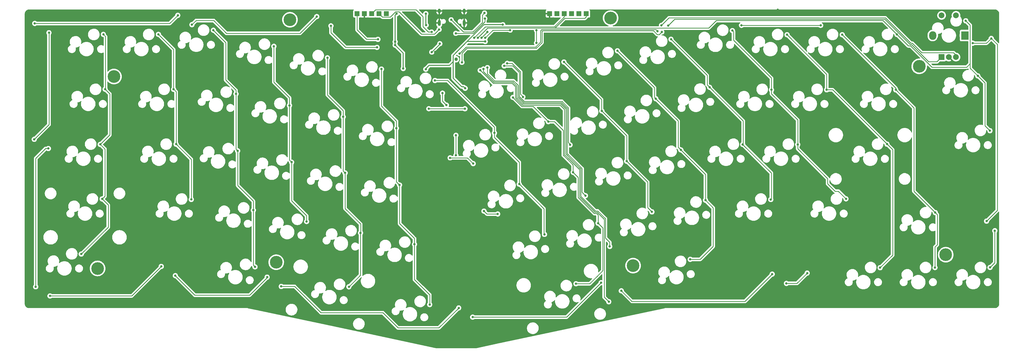
<source format=gtl>
G04 #@! TF.GenerationSoftware,KiCad,Pcbnew,(6.0.2)*
G04 #@! TF.CreationDate,2022-03-31T17:31:01+05:30*
G04 #@! TF.ProjectId,arisu,61726973-752e-46b6-9963-61645f706362,1.1*
G04 #@! TF.SameCoordinates,Original*
G04 #@! TF.FileFunction,Copper,L1,Top*
G04 #@! TF.FilePolarity,Positive*
%FSLAX46Y46*%
G04 Gerber Fmt 4.6, Leading zero omitted, Abs format (unit mm)*
G04 Created by KiCad (PCBNEW (6.0.2)) date 2022-03-31 17:31:01*
%MOMM*%
%LPD*%
G01*
G04 APERTURE LIST*
G04 #@! TA.AperFunction,ComponentPad*
%ADD10C,4.400000*%
G04 #@! TD*
G04 #@! TA.AperFunction,ComponentPad*
%ADD11C,1.200000*%
G04 #@! TD*
G04 #@! TA.AperFunction,ComponentPad*
%ADD12R,2.000000X2.000000*%
G04 #@! TD*
G04 #@! TA.AperFunction,ComponentPad*
%ADD13C,2.000000*%
G04 #@! TD*
G04 #@! TA.AperFunction,ComponentPad*
%ADD14O,2.500000X3.000000*%
G04 #@! TD*
G04 #@! TA.AperFunction,ComponentPad*
%ADD15R,2.500000X3.000000*%
G04 #@! TD*
G04 #@! TA.AperFunction,ComponentPad*
%ADD16R,1.700000X1.700000*%
G04 #@! TD*
G04 #@! TA.AperFunction,ComponentPad*
%ADD17O,1.000000X2.100000*%
G04 #@! TD*
G04 #@! TA.AperFunction,ComponentPad*
%ADD18O,1.000000X1.600000*%
G04 #@! TD*
G04 #@! TA.AperFunction,ViaPad*
%ADD19C,0.800000*%
G04 #@! TD*
G04 #@! TA.AperFunction,Conductor*
%ADD20C,0.375000*%
G04 #@! TD*
G04 #@! TA.AperFunction,Conductor*
%ADD21C,0.250000*%
G04 #@! TD*
G04 APERTURE END LIST*
D10*
X51197500Y-114920000D03*
X117932200Y-28524200D03*
X229192785Y-27932509D03*
X236982000Y-113944400D03*
X336245200Y-44704000D03*
X345449949Y-110157503D03*
X56865000Y-48245000D03*
X113157000Y-112781080D03*
D11*
X175590200Y-42214800D03*
D12*
X344006800Y-41489200D03*
D13*
X349006800Y-41489200D03*
X346506800Y-41489200D03*
D14*
X340906800Y-33989200D03*
D15*
X352106800Y-33989200D03*
D13*
X344006800Y-26989200D03*
X349006800Y-26989200D03*
D16*
X220726000Y-26416000D03*
X213106000Y-26416000D03*
X208026000Y-26416000D03*
X218186000Y-26416000D03*
X210566000Y-26416000D03*
X215646000Y-26416000D03*
X141224000Y-26416000D03*
X151384000Y-26416000D03*
X146304000Y-26416000D03*
X148844000Y-26416000D03*
X143764000Y-26416000D03*
D17*
X169751280Y-29614600D03*
D18*
X178391280Y-25434600D03*
X169751280Y-25434600D03*
D17*
X178391280Y-29614600D03*
D19*
X183134000Y-27432000D03*
X181102000Y-27432000D03*
X160045400Y-27787600D03*
X191617600Y-40513000D03*
X200888600Y-35788600D03*
X208777840Y-60512960D03*
X191566800Y-74676000D03*
X335838800Y-27228800D03*
X287172400Y-25069800D03*
X83743800Y-118795800D03*
X188976000Y-45669200D03*
X191008000Y-34798000D03*
X197815200Y-43916600D03*
X183134000Y-40386000D03*
X201168000Y-28371800D03*
X168285160Y-39690040D03*
X219151200Y-35534600D03*
X359968800Y-28651200D03*
X172298360Y-63047880D03*
X223906080Y-28402280D03*
X167617300Y-45702380D03*
X163068000Y-38354000D03*
X162306000Y-30454600D03*
X163068000Y-36322000D03*
X178719480Y-52324000D03*
X354838000Y-36652200D03*
X165074600Y-26416000D03*
X154432000Y-37338000D03*
X154940000Y-26416000D03*
X361238800Y-35001200D03*
X185674000Y-36068000D03*
X359609300Y-98475800D03*
X154432000Y-36169600D03*
X157226000Y-45466000D03*
X191770000Y-30235979D03*
X165161000Y-30388600D03*
X165061740Y-45712540D03*
X185250000Y-95000000D03*
X190000000Y-96000000D03*
X186436000Y-45135800D03*
X220442532Y-89635588D03*
X228874620Y-107279140D03*
X185049160Y-45638720D03*
X183946800Y-46080680D03*
X228545772Y-126490348D03*
X224820480Y-99181920D03*
X195300600Y-55499000D03*
X216169240Y-81518760D03*
X203454000Y-32135990D03*
X217164920Y-120233440D03*
X203454000Y-36576000D03*
X207573880Y-63921640D03*
X181864000Y-34798000D03*
X194310000Y-32135990D03*
X185674000Y-34798000D03*
X148457920Y-35331400D03*
X170850560Y-53995320D03*
X172232320Y-58191400D03*
X45526960Y-109915960D03*
X52120800Y-71815960D03*
X53202840Y-33599120D03*
X52781200Y-90784680D03*
X53812440Y-52649120D03*
X77576680Y-52684680D03*
X83703160Y-90947240D03*
X72293480Y-33594040D03*
X78425040Y-71734680D03*
X99781360Y-74046080D03*
X105801160Y-114366040D03*
X91353640Y-32151320D03*
X105227120Y-94660720D03*
X167132000Y-39751000D03*
X99207320Y-54254400D03*
X169926000Y-36830000D03*
X117759480Y-58293000D03*
X118501160Y-78003400D03*
X123698000Y-98618040D03*
X112349280Y-37744400D03*
X130931920Y-41727120D03*
X136398000Y-62255400D03*
X138374120Y-121295160D03*
X137053320Y-81711800D03*
X142412720Y-102575360D03*
X161132520Y-106532680D03*
X166410640Y-127477520D03*
X155940760Y-85918040D03*
X149666960Y-45653960D03*
X154868880Y-66212720D03*
X197469760Y-85623400D03*
X168239440Y-49631600D03*
X206242920Y-103088440D03*
X188859160Y-67843400D03*
X234741720Y-77652880D03*
X226126040Y-60187840D03*
X212984080Y-43205400D03*
X243509800Y-95275400D03*
X244866160Y-55961280D03*
X262092440Y-91206320D03*
X253558040Y-73741280D03*
X231551480Y-39293800D03*
X184404000Y-34798000D03*
X256794000Y-111754920D03*
X186436000Y-32766000D03*
X275010880Y-71831200D03*
X263525000Y-51973480D03*
X250129040Y-35306000D03*
X284739080Y-90967560D03*
X310840120Y-90728800D03*
X294096440Y-71856600D03*
X271419320Y-32278320D03*
X284977840Y-52852320D03*
X175514000Y-75625960D03*
X175514000Y-68656200D03*
X325064120Y-71724520D03*
X304129440Y-52852320D03*
X322671440Y-114650520D03*
X290398200Y-33710880D03*
X341716360Y-114614960D03*
X341807800Y-95514160D03*
X309529480Y-33715960D03*
X328117200Y-52852320D03*
X175473360Y-33238440D03*
X185536840Y-28133040D03*
X173863000Y-28549600D03*
X185425080Y-26177240D03*
X83921600Y-30226000D03*
X127228600Y-27406600D03*
X110007400Y-117957600D03*
X78155800Y-117424200D03*
X34696400Y-124485400D03*
X73279000Y-114223800D03*
X297383200Y-116535200D03*
X290169600Y-120116600D03*
X79019400Y-26974800D03*
X29387800Y-29794200D03*
X114909600Y-121183400D03*
X176479200Y-128651000D03*
X29210000Y-70053200D03*
X34315400Y-33045400D03*
X181330600Y-131826000D03*
X225882200Y-119862600D03*
X302056800Y-30454600D03*
X274574000Y-30454600D03*
X34112200Y-73253600D03*
X29718000Y-121285000D03*
X232892600Y-122682000D03*
X285242000Y-116890800D03*
X148137880Y-38105080D03*
X132156200Y-30632400D03*
X360817160Y-114559080D03*
X352389440Y-28884880D03*
X360786680Y-67066160D03*
X183134000Y-34798000D03*
X356575360Y-48021240D03*
X328513440Y-33634680D03*
X362458000Y-101803200D03*
X176758600Y-40259000D03*
X245465600Y-32461200D03*
X246811800Y-30480000D03*
X246938800Y-32766000D03*
X249123200Y-30581600D03*
X177596800Y-43307000D03*
X198750000Y-55338654D03*
X166111642Y-59420038D03*
X193307860Y-43663980D03*
X178639000Y-59436000D03*
X192262760Y-44556680D03*
X215099084Y-71992036D03*
X173500000Y-76500000D03*
X181500000Y-78500000D03*
X167071040Y-32791400D03*
X169672000Y-31882080D03*
D20*
X169751280Y-25434600D02*
X169751280Y-29614600D01*
X178391280Y-25434600D02*
X178391280Y-29614600D01*
X154432000Y-37338000D02*
X154432000Y-36169600D01*
X165074600Y-30302200D02*
X165161000Y-30388600D01*
X177546000Y-51816000D02*
X178043840Y-51816000D01*
X174574200Y-43103800D02*
X174574200Y-40922298D01*
X154432000Y-36169600D02*
X154432000Y-26924000D01*
D21*
X359587800Y-36652200D02*
X361238800Y-35001200D01*
D20*
X157226000Y-40132000D02*
X157226000Y-45466000D01*
X173316900Y-44361100D02*
X174574200Y-43103800D01*
X178211480Y-51816000D02*
X178719480Y-52324000D01*
D21*
X354838000Y-36652200D02*
X359587800Y-36652200D01*
X359609300Y-98475800D02*
X363347000Y-94738100D01*
D20*
X178043840Y-51816000D02*
X178211480Y-51816000D01*
X185674000Y-36068000D02*
X179428498Y-36068000D01*
X174574200Y-48844200D02*
X174917100Y-49187100D01*
X166204900Y-44361100D02*
X173316900Y-44361100D01*
X191770000Y-30235979D02*
X185260519Y-30235979D01*
X174574200Y-43103800D02*
X174574200Y-48844200D01*
X165061740Y-45504260D02*
X166204900Y-44361100D01*
X174574200Y-40922298D02*
X179428498Y-36068000D01*
X165074600Y-26416000D02*
X165074600Y-30302200D01*
X154432000Y-26924000D02*
X154940000Y-26416000D01*
X177546000Y-51816000D02*
X174917100Y-49187100D01*
X154432000Y-37338000D02*
X157226000Y-40132000D01*
X179428498Y-36068000D02*
X185260519Y-30235979D01*
X165061740Y-45712540D02*
X165061740Y-45504260D01*
D21*
X363347000Y-94738100D02*
X363347000Y-37109400D01*
X363347000Y-37109400D02*
X361238800Y-35001200D01*
X186436000Y-45135800D02*
X186436000Y-45100240D01*
X197053200Y-55327540D02*
X197053200Y-51308000D01*
X214103790Y-75017338D02*
X219299379Y-80212927D01*
X185250000Y-95000000D02*
X186250000Y-96000000D01*
X219299379Y-80212927D02*
X219299379Y-88492435D01*
X196469000Y-50723800D02*
X195478400Y-49733200D01*
X196650018Y-50904818D02*
X196469000Y-50723800D01*
X199031031Y-57305370D02*
X212092970Y-57305370D01*
X197316730Y-55591070D02*
X199031031Y-57305370D01*
X186250000Y-96000000D02*
X190000000Y-96000000D01*
X212092970Y-57305370D02*
X214103790Y-59316190D01*
X214103790Y-59316190D02*
X214103790Y-75017338D01*
X197316730Y-55591070D02*
X197053200Y-55327540D01*
X188263670Y-49124730D02*
X188872140Y-49733200D01*
X195478400Y-49733200D02*
X188872140Y-49733200D01*
X186436000Y-47297060D02*
X188263670Y-49124730D01*
X186436000Y-45135800D02*
X186436000Y-47297060D01*
X197053200Y-51308000D02*
X196469000Y-50723800D01*
X219299379Y-88492435D02*
X220442532Y-89635588D01*
X213653780Y-59502590D02*
X211906570Y-57755380D01*
X185049160Y-46546630D02*
X185049160Y-45638720D01*
X218849370Y-80399328D02*
X213653780Y-75203738D01*
X196596000Y-55506748D02*
X196596000Y-51511200D01*
X228874620Y-105856740D02*
X227393930Y-104376050D01*
X211906570Y-57755380D02*
X198844631Y-57755380D01*
X224708698Y-94948848D02*
X223912039Y-94948847D01*
X198844631Y-57755380D02*
X196596000Y-55506748D01*
X227393930Y-97634080D02*
X224708698Y-94948848D01*
X188692930Y-50190400D02*
X185049160Y-46546630D01*
X213653780Y-75203738D02*
X213653780Y-59502590D01*
X195275200Y-50190400D02*
X188692930Y-50190400D01*
X196596000Y-51511200D02*
X195275200Y-50190400D01*
X227393930Y-104376050D02*
X227393930Y-97634080D01*
X223912039Y-94948847D02*
X218849370Y-89886178D01*
X218849370Y-89886178D02*
X218849370Y-80399328D01*
X228874620Y-107279140D02*
X228874620Y-105856740D01*
X183946800Y-46080680D02*
X183911240Y-46045120D01*
X211712830Y-58205390D02*
X213203770Y-59696330D01*
X226943920Y-97820480D02*
X226943920Y-124888496D01*
X218399360Y-80594200D02*
X218399360Y-90072578D01*
X224522297Y-95398857D02*
X226943920Y-97820480D01*
X195072000Y-50647600D02*
X196138800Y-51714400D01*
X196138800Y-51714400D02*
X196138800Y-55676800D01*
X183946800Y-46080680D02*
X188513720Y-50647600D01*
X218399360Y-90072578D02*
X223725639Y-95398857D01*
X214602383Y-76788751D02*
X214602383Y-76797223D01*
X198658231Y-58205390D02*
X211712830Y-58205390D01*
X214602383Y-76797223D02*
X218399360Y-80594200D01*
X226943920Y-124888496D02*
X228545772Y-126490348D01*
X213203770Y-59696330D02*
X213203770Y-75390138D01*
X213203770Y-75390138D02*
X214602383Y-76788751D01*
X188513720Y-50647600D02*
X195072000Y-50647600D01*
X223725639Y-95398857D02*
X224522297Y-95398857D01*
X196134220Y-55681380D02*
X198658231Y-58205390D01*
X196138800Y-55676800D02*
X196134220Y-55681380D01*
X223539239Y-95848867D02*
X224335897Y-95848867D01*
X224820480Y-99181920D02*
X226493910Y-100855350D01*
X198471831Y-58655400D02*
X202307640Y-58655400D01*
X216169240Y-79000490D02*
X216169240Y-81518760D01*
X224820480Y-96333450D02*
X224820480Y-99181920D01*
X217949350Y-83298870D02*
X217949351Y-90258979D01*
X212753761Y-75576539D02*
X214152373Y-76975151D01*
X212753760Y-66969640D02*
X212753761Y-75576539D01*
X214152373Y-76975151D02*
X214152374Y-76983624D01*
X216169240Y-81518760D02*
X217949350Y-83298870D01*
X209705760Y-63921640D02*
X212753760Y-66969640D01*
X221914720Y-120233440D02*
X217164920Y-120233440D01*
X202307640Y-58655400D02*
X207573880Y-63921640D01*
X195300600Y-55499000D02*
X195275200Y-55473600D01*
X224495360Y-117652800D02*
X224504660Y-117652800D01*
X224335897Y-95848867D02*
X224820480Y-96333450D01*
X224504660Y-117652800D02*
X226493910Y-115663550D01*
X224495360Y-117652800D02*
X221914720Y-120233440D01*
X226493910Y-100855350D02*
X226493910Y-115663550D01*
X196108115Y-56291685D02*
X196093285Y-56291685D01*
X214152374Y-76983624D02*
X216169240Y-79000490D01*
X217949351Y-90258979D02*
X223539239Y-95848867D01*
X207573880Y-63921640D02*
X209705760Y-63921640D01*
X203454000Y-32135990D02*
X203454000Y-36576000D01*
X196108115Y-56291685D02*
X198471831Y-58655400D01*
X196093285Y-56291685D02*
X195300600Y-55499000D01*
X209661021Y-30960979D02*
X185701021Y-30960979D01*
X185701021Y-30960979D02*
X181864000Y-34798000D01*
X213106000Y-27516000D02*
X209661021Y-30960979D01*
X213106000Y-26416000D02*
X213106000Y-27516000D01*
X188336010Y-32135990D02*
X185674000Y-34798000D01*
X194310000Y-32135990D02*
X188336010Y-32135990D01*
X144536160Y-35331400D02*
X148457920Y-35331400D01*
X141224000Y-32019240D02*
X144536160Y-35331400D01*
X141224000Y-26416000D02*
X141224000Y-32019240D01*
X170850560Y-56809640D02*
X170850560Y-53995320D01*
X172232320Y-58191400D02*
X170850560Y-56809640D01*
X55432960Y-68503800D02*
X52120800Y-71815960D01*
X53202840Y-33599120D02*
X53944520Y-34340800D01*
X53944520Y-52517040D02*
X53812440Y-52649120D01*
X53741320Y-89824560D02*
X52781200Y-90784680D01*
X54889400Y-92892880D02*
X54889400Y-100553520D01*
X53812440Y-52649120D02*
X55432960Y-54269640D01*
X55432960Y-54269640D02*
X55432960Y-68503800D01*
X54889400Y-100553520D02*
X45526960Y-109915960D01*
X52120800Y-71815960D02*
X53741320Y-73436480D01*
X53741320Y-73436480D02*
X53741320Y-89824560D01*
X53944520Y-34340800D02*
X53944520Y-52517040D01*
X52781200Y-90784680D02*
X54889400Y-92892880D01*
X78425040Y-71734680D02*
X83703160Y-77012800D01*
X83703160Y-77012800D02*
X83703160Y-90947240D01*
X78425040Y-53533040D02*
X78425040Y-71734680D01*
X72293480Y-33594040D02*
X77576680Y-38877240D01*
X77576680Y-38877240D02*
X77576680Y-52684680D01*
X77576680Y-52684680D02*
X78425040Y-53533040D01*
X95641160Y-36438840D02*
X95641160Y-49443640D01*
X105227120Y-94660720D02*
X105227120Y-113792000D01*
X99207320Y-73472040D02*
X99781360Y-74046080D01*
X105227120Y-113792000D02*
X105801160Y-114366040D01*
X95641160Y-49443640D02*
X99207320Y-53009800D01*
X91353640Y-32151320D02*
X95641160Y-36438840D01*
X99207320Y-54254400D02*
X99207320Y-73472040D01*
X99207320Y-53009800D02*
X99207320Y-54254400D01*
X99781360Y-74046080D02*
X99781360Y-86090760D01*
X105227120Y-91536520D02*
X105227120Y-94660720D01*
X167132000Y-39751000D02*
X169926000Y-36957000D01*
X99781360Y-86090760D02*
X105227120Y-91536520D01*
X169926000Y-36957000D02*
X169926000Y-36830000D01*
X112349280Y-50180240D02*
X117759480Y-55590440D01*
X118501160Y-91424760D02*
X123698000Y-96621600D01*
X123698000Y-96621600D02*
X123698000Y-98618040D01*
X112349280Y-37744400D02*
X112349280Y-50180240D01*
X117759480Y-58293000D02*
X117759480Y-77261720D01*
X117759480Y-55590440D02*
X117759480Y-58293000D01*
X117759480Y-77261720D02*
X118501160Y-78003400D01*
X118501160Y-78003400D02*
X118501160Y-91424760D01*
X142453360Y-102534720D02*
X142412720Y-102575360D01*
X136398000Y-81056480D02*
X137053320Y-81711800D01*
X137053320Y-81711800D02*
X137053320Y-94101920D01*
X130931920Y-41727120D02*
X130931920Y-54670960D01*
X142412720Y-102575360D02*
X142412720Y-117256560D01*
X136398000Y-62255400D02*
X136398000Y-81056480D01*
X142453360Y-99501960D02*
X142453360Y-102534720D01*
X137053320Y-94101920D02*
X142453360Y-99501960D01*
X130931920Y-54670960D02*
X136398000Y-60137040D01*
X142412720Y-117256560D02*
X138374120Y-121295160D01*
X136398000Y-60137040D02*
X136398000Y-62255400D01*
X161132520Y-104500680D02*
X161132520Y-106532680D01*
X155940760Y-85918040D02*
X155940760Y-99308920D01*
X154868880Y-63723520D02*
X154868880Y-66212720D01*
X161132520Y-106532680D02*
X161132520Y-118800880D01*
X154868880Y-66212720D02*
X154868880Y-84846160D01*
X166410640Y-124079000D02*
X166410640Y-127477520D01*
X149666960Y-58521600D02*
X154868880Y-63723520D01*
X161132520Y-118800880D02*
X166410640Y-124079000D01*
X149666960Y-45653960D02*
X149666960Y-58521600D01*
X155940760Y-99308920D02*
X161132520Y-104500680D01*
X154868880Y-84846160D02*
X155940760Y-85918040D01*
X172511720Y-49631600D02*
X172608240Y-49631600D01*
X168239440Y-49631600D02*
X172511720Y-49631600D01*
X197469760Y-85623400D02*
X206034640Y-94188280D01*
X174636802Y-51660162D02*
X188859160Y-65882520D01*
X206034640Y-102880160D02*
X206242920Y-103088440D01*
X206034640Y-94188280D02*
X206034640Y-102880160D01*
X188859160Y-65882520D02*
X188859160Y-67843400D01*
X188859160Y-69428360D02*
X197469760Y-78038960D01*
X172608240Y-49631600D02*
X174636802Y-51660162D01*
X197469760Y-78038960D02*
X197469760Y-85623400D01*
X188859160Y-67843400D02*
X188859160Y-69428360D01*
X242031520Y-93797120D02*
X243509800Y-95275400D01*
X234741720Y-77652880D02*
X242031520Y-84942680D01*
X234741720Y-77652880D02*
X234741720Y-68803520D01*
X234741720Y-68803520D02*
X234497880Y-68559680D01*
X242031520Y-84942680D02*
X242031520Y-93797120D01*
X226009200Y-56230520D02*
X226009200Y-60071000D01*
X226126040Y-60187840D02*
X234497880Y-68559680D01*
X226009200Y-60071000D02*
X226126040Y-60187840D01*
X212984080Y-43205400D02*
X226009200Y-56230520D01*
X264764520Y-93878400D02*
X264764520Y-107248960D01*
X262082280Y-91196160D02*
X262092440Y-91206320D01*
X244408960Y-52151280D02*
X244408960Y-55504080D01*
X231551480Y-39293800D02*
X244408960Y-52151280D01*
X262082280Y-82265520D02*
X262082280Y-91196160D01*
X253558040Y-73741280D02*
X262082280Y-82265520D01*
X262092440Y-91206320D02*
X264764520Y-93878400D01*
X244408960Y-55504080D02*
X244866160Y-55961280D01*
X252587760Y-63682880D02*
X252587760Y-72771000D01*
X184404000Y-34798000D02*
X186436000Y-32766000D01*
X252587760Y-72771000D02*
X253558040Y-73741280D01*
X244866160Y-55961280D02*
X252587760Y-63682880D01*
X260258560Y-111754920D02*
X256794000Y-111754920D01*
X264764520Y-107248960D02*
X260258560Y-111754920D01*
X284942280Y-90764360D02*
X284739080Y-90967560D01*
X275010880Y-71831200D02*
X284942280Y-81762600D01*
X262661400Y-47838360D02*
X262661400Y-51109880D01*
X275178520Y-71663560D02*
X275010880Y-71831200D01*
X262661400Y-51109880D02*
X263525000Y-51973480D01*
X263525000Y-51973480D02*
X275178520Y-63627000D01*
X284942280Y-81762600D02*
X284942280Y-90764360D01*
X250129040Y-35306000D02*
X262661400Y-47838360D01*
X275178520Y-63627000D02*
X275178520Y-71663560D01*
X304474880Y-85486240D02*
X307086000Y-88097360D01*
X307086000Y-88097360D02*
X308208680Y-88097360D01*
X271834761Y-35619841D02*
X284977840Y-48762920D01*
X294096440Y-71856600D02*
X294096440Y-73319640D01*
X271419320Y-32278320D02*
X271834761Y-32693761D01*
X294096440Y-73319640D02*
X304474880Y-83698080D01*
X304474880Y-83698080D02*
X304474880Y-85486240D01*
X284977840Y-52852320D02*
X284977840Y-54223920D01*
X294096440Y-63342520D02*
X294096440Y-71856600D01*
X284977840Y-54223920D02*
X294096440Y-63342520D01*
X308208680Y-88097360D02*
X310840120Y-90728800D01*
X175514000Y-68656200D02*
X175514000Y-75625960D01*
X284977840Y-48762920D02*
X284977840Y-52852320D01*
X271834761Y-32693761D02*
X271834761Y-35619841D01*
X327009760Y-73670160D02*
X327009760Y-110312200D01*
X290398200Y-33710880D02*
X304129440Y-47442120D01*
X304129440Y-52852320D02*
X306191920Y-52852320D01*
X304129440Y-47442120D02*
X304129440Y-52852320D01*
X325064120Y-71724520D02*
X327009760Y-73670160D01*
X327009760Y-110312200D02*
X322671440Y-114650520D01*
X306191920Y-52852320D02*
X325064120Y-71724520D01*
X341716360Y-107462320D02*
X341716360Y-114614960D01*
X328117200Y-52303680D02*
X328117200Y-52852320D01*
X342519000Y-96225360D02*
X342519000Y-106659680D01*
X309529480Y-33715960D02*
X328117200Y-52303680D01*
X342519000Y-106659680D02*
X341716360Y-107462320D01*
X328117200Y-52852320D02*
X334406240Y-59141360D01*
X334406240Y-88112600D02*
X341807800Y-95514160D01*
X334406240Y-59141360D02*
X334406240Y-88112600D01*
X341807800Y-95514160D02*
X342519000Y-96225360D01*
X175473360Y-33238440D02*
X181533260Y-33238440D01*
X181533260Y-33238440D02*
X185536840Y-29234860D01*
X185536840Y-29234860D02*
X185536840Y-28133040D01*
X184708800Y-26893520D02*
X185425080Y-26177240D01*
X173863000Y-28549600D02*
X178101830Y-32788430D01*
X178559030Y-32788430D02*
X181346860Y-32788430D01*
X181346860Y-32788430D02*
X184708800Y-29426490D01*
X184708800Y-29426490D02*
X184708800Y-26893520D01*
X178101830Y-32788430D02*
X178559030Y-32788430D01*
X121412000Y-33223200D02*
X95910400Y-33223200D01*
X127228600Y-27406600D02*
X121412000Y-33223200D01*
X95910400Y-33223200D02*
X91465400Y-28778200D01*
X85369400Y-28778200D02*
X83921600Y-30226000D01*
X91465400Y-28778200D02*
X85369400Y-28778200D01*
X84937600Y-124206000D02*
X103911400Y-124206000D01*
X110007400Y-118110000D02*
X110007400Y-117957600D01*
X78155800Y-117424200D02*
X84937600Y-124206000D01*
X103911400Y-124206000D02*
X110007400Y-118110000D01*
X60198000Y-124485400D02*
X63017400Y-124485400D01*
X34696400Y-124485400D02*
X60198000Y-124485400D01*
X63017400Y-124485400D02*
X73279000Y-114223800D01*
X297383200Y-116535200D02*
X297535600Y-116382800D01*
X290169600Y-120116600D02*
X293801800Y-120116600D01*
X293801800Y-120116600D02*
X297383200Y-116535200D01*
X79019400Y-26974800D02*
X76200000Y-29794200D01*
X76200000Y-29794200D02*
X29387800Y-29794200D01*
X114909600Y-121183400D02*
X119557800Y-121183400D01*
X128701800Y-130327400D02*
X150164800Y-130327400D01*
X119557800Y-121183400D02*
X128701800Y-130327400D01*
X155397200Y-135559800D02*
X169570400Y-135559800D01*
X169570400Y-135559800D02*
X176479200Y-128651000D01*
X150164800Y-130327400D02*
X155397200Y-135559800D01*
X34315400Y-64947800D02*
X29210000Y-70053200D01*
X34315400Y-33045400D02*
X34315400Y-64947800D01*
X181330600Y-131826000D02*
X213918800Y-131826000D01*
X213918800Y-131826000D02*
X225882200Y-119862600D01*
X302056800Y-30454600D02*
X274574000Y-30454600D01*
X33172400Y-73253600D02*
X29718000Y-76708000D01*
X34112200Y-73253600D02*
X33172400Y-73253600D01*
X29718000Y-76708000D02*
X29718000Y-121285000D01*
X232892600Y-122682000D02*
X236575600Y-126365000D01*
X275767800Y-126365000D02*
X285242000Y-116890800D01*
X236575600Y-126365000D02*
X275767800Y-126365000D01*
X132156200Y-30632400D02*
X132156200Y-33045400D01*
X148137880Y-38105080D02*
X142336520Y-38105080D01*
X132156200Y-33045400D02*
X137215880Y-38105080D01*
X137215880Y-38105080D02*
X142336520Y-38105080D01*
X362458000Y-101803200D02*
X362458000Y-112918240D01*
X209762011Y-31410989D02*
X186521011Y-31410989D01*
X220726000Y-26416000D02*
X220726000Y-27516000D01*
X356575360Y-48021240D02*
X359029000Y-50474880D01*
X209847421Y-31410989D02*
X209762011Y-31410989D01*
X359029000Y-50474880D02*
X359029000Y-65308480D01*
X353908360Y-45354240D02*
X356575360Y-48021240D01*
X216696211Y-31410989D02*
X209762011Y-31410989D01*
X265800840Y-28788360D02*
X323667120Y-28788360D01*
X353908360Y-43774360D02*
X352673920Y-45008800D01*
X220225800Y-28016200D02*
X213242210Y-28016200D01*
X340639400Y-45008800D02*
X333242920Y-37612320D01*
X333242920Y-37612320D02*
X332491080Y-37612320D01*
X263178211Y-31410989D02*
X265800840Y-28788360D01*
X186521011Y-31410989D02*
X183134000Y-34798000D01*
X216696211Y-31410989D02*
X263178211Y-31410989D01*
X353908360Y-43774360D02*
X353908360Y-30403800D01*
X359029000Y-65308480D02*
X360786680Y-67066160D01*
X213242210Y-28016200D02*
X209847421Y-31410989D01*
X362458000Y-112918240D02*
X360817160Y-114559080D01*
X353908360Y-43774360D02*
X353908360Y-45354240D01*
X332491080Y-37612320D02*
X328513440Y-33634680D01*
X220726000Y-27516000D02*
X220225800Y-28016200D01*
X216831011Y-31410989D02*
X216696211Y-31410989D01*
X323667120Y-28788360D02*
X328513440Y-33634680D01*
X353908360Y-30403800D02*
X352389440Y-28884880D01*
X352673920Y-45008800D02*
X340639400Y-45008800D01*
X348157800Y-39979600D02*
X349006800Y-40828600D01*
X337159600Y-39979600D02*
X348157800Y-39979600D01*
X204901800Y-32308800D02*
X205333600Y-31877000D01*
X205333600Y-31877000D02*
X244881400Y-31877000D01*
X203174600Y-37973000D02*
X204901800Y-36245800D01*
X244881400Y-31877000D02*
X245465600Y-32461200D01*
X204901800Y-36245800D02*
X204901800Y-32308800D01*
X349006800Y-40828600D02*
X349006800Y-41489200D01*
X176758600Y-40259000D02*
X179044600Y-37973000D01*
X333857600Y-36677600D02*
X337159600Y-39979600D01*
X179044600Y-37973000D02*
X203174600Y-37973000D01*
X333324200Y-36677600D02*
X333857600Y-36677600D01*
X324510400Y-27863800D02*
X333324200Y-36677600D01*
X249428000Y-27863800D02*
X324510400Y-27863800D01*
X246811800Y-30480000D02*
X249428000Y-27863800D01*
X205536800Y-32334200D02*
X244043200Y-32334200D01*
X342392200Y-43103800D02*
X344006800Y-41489200D01*
X246049800Y-33655000D02*
X246938800Y-32766000D01*
X339521800Y-43103800D02*
X342392200Y-43103800D01*
X244043200Y-32334200D02*
X245364000Y-33655000D01*
X177596800Y-40106600D02*
X179273200Y-38430200D01*
X245364000Y-33655000D02*
X246049800Y-33655000D01*
X251383800Y-28321000D02*
X267868400Y-28321000D01*
X205359000Y-36449000D02*
X205359000Y-32512000D01*
X327583800Y-31597600D02*
X333121000Y-37134800D01*
X327583800Y-31597600D02*
X328091800Y-32105600D01*
X324281800Y-28321000D02*
X324307200Y-28321000D01*
X179273200Y-38430200D02*
X203377800Y-38430200D01*
X249123200Y-30581600D02*
X250863100Y-28841700D01*
X335203800Y-38785800D02*
X339521800Y-43103800D01*
X250863100Y-28841700D02*
X251383800Y-28321000D01*
X324307200Y-28321000D02*
X327583800Y-31597600D01*
X203377800Y-38430200D02*
X205359000Y-36449000D01*
X333552800Y-37134800D02*
X335203800Y-38785800D01*
X177596800Y-43307000D02*
X177596800Y-40106600D01*
X267868400Y-28321000D02*
X324281800Y-28321000D01*
X205359000Y-32512000D02*
X205536800Y-32334200D01*
X333121000Y-37134800D02*
X333552800Y-37134800D01*
X197967600Y-54432200D02*
X197967600Y-46658390D01*
X198750000Y-55214600D02*
X197967600Y-54432200D01*
X197967600Y-46658390D02*
X194973190Y-43663980D01*
X198750000Y-55338654D02*
X198750000Y-55214600D01*
X166116000Y-59424397D02*
X178627397Y-59424397D01*
X194973190Y-43663980D02*
X193307860Y-43663980D01*
X178627397Y-59424397D02*
X178639000Y-59436000D01*
X197510400Y-54635400D02*
X197508695Y-54637105D01*
X214553800Y-71170800D02*
X214884000Y-71501000D01*
X197508695Y-54637105D02*
X197508695Y-55145105D01*
X192262760Y-44556680D02*
X195229480Y-44556680D01*
X179500000Y-76500000D02*
X181500000Y-78500000D01*
X195229480Y-44556680D02*
X197510400Y-46837600D01*
X199218950Y-56855360D02*
X212283040Y-56855360D01*
X214884000Y-71776952D02*
X215099084Y-71992036D01*
X214884000Y-71501000D02*
X214884000Y-71776952D01*
X212283040Y-56855360D02*
X214553800Y-59126120D01*
X197508695Y-55145105D02*
X199218950Y-56855360D01*
X214553800Y-59126120D02*
X214553800Y-71170800D01*
X173500000Y-76500000D02*
X179500000Y-76500000D01*
X197510400Y-46837600D02*
X197510400Y-54635400D01*
X167071040Y-32791400D02*
X167071040Y-32791400D01*
X147701000Y-25019000D02*
X154152600Y-25019000D01*
X164058600Y-30556200D02*
X164058600Y-30911800D01*
X154152600Y-25019000D02*
X161671000Y-25019000D01*
X164058600Y-27406600D02*
X164058600Y-30556200D01*
X146304000Y-26416000D02*
X147675600Y-25044400D01*
X161671000Y-25019000D02*
X162369500Y-25717500D01*
X165938200Y-32791400D02*
X167071040Y-32791400D01*
X164058600Y-30911800D02*
X165938200Y-32791400D01*
X162369500Y-25717500D02*
X164058600Y-27406600D01*
X147675600Y-25044400D02*
X147701000Y-25019000D01*
X169672000Y-31882080D02*
X169672000Y-31882080D01*
X152691997Y-27591001D02*
X150019001Y-27591001D01*
X169672000Y-31882080D02*
X168037679Y-33516401D01*
X148844000Y-26416000D02*
X150019001Y-27591001D01*
X154591999Y-25690999D02*
X152691997Y-27591001D01*
X155736467Y-25690999D02*
X154591999Y-25690999D01*
X168037679Y-33516401D02*
X163561869Y-33516401D01*
X163561869Y-33516401D02*
X155736467Y-25690999D01*
G04 #@! TA.AperFunction,Conductor*
G36*
X140050534Y-24960511D02*
G01*
X140097027Y-25014167D01*
X140107131Y-25084441D01*
X140077637Y-25149021D01*
X140057982Y-25167333D01*
X140010739Y-25202739D01*
X139923385Y-25319295D01*
X139872255Y-25455684D01*
X139865500Y-25517866D01*
X139865500Y-27314134D01*
X139872255Y-27376316D01*
X139923385Y-27512705D01*
X140010739Y-27629261D01*
X140127295Y-27716615D01*
X140263684Y-27767745D01*
X140325866Y-27774500D01*
X140464500Y-27774500D01*
X140532621Y-27794502D01*
X140579114Y-27848158D01*
X140590500Y-27900500D01*
X140590500Y-31940473D01*
X140589973Y-31951656D01*
X140588298Y-31959149D01*
X140588547Y-31967075D01*
X140588547Y-31967076D01*
X140590438Y-32027226D01*
X140590500Y-32031185D01*
X140590500Y-32059096D01*
X140590997Y-32063030D01*
X140590997Y-32063031D01*
X140591005Y-32063096D01*
X140591938Y-32074933D01*
X140593327Y-32119129D01*
X140598978Y-32138579D01*
X140602987Y-32157940D01*
X140604163Y-32167245D01*
X140605526Y-32178037D01*
X140608445Y-32185408D01*
X140608445Y-32185410D01*
X140621804Y-32219152D01*
X140625649Y-32230382D01*
X140634304Y-32260174D01*
X140637982Y-32272833D01*
X140642015Y-32279652D01*
X140642017Y-32279657D01*
X140648293Y-32290268D01*
X140656988Y-32308016D01*
X140664448Y-32326857D01*
X140669110Y-32333273D01*
X140669110Y-32333274D01*
X140690436Y-32362627D01*
X140696952Y-32372547D01*
X140714508Y-32402232D01*
X140719458Y-32410602D01*
X140733779Y-32424923D01*
X140746619Y-32439956D01*
X140758528Y-32456347D01*
X140764634Y-32461398D01*
X140792605Y-32484538D01*
X140801384Y-32492528D01*
X144032503Y-35723647D01*
X144040047Y-35731937D01*
X144044160Y-35738418D01*
X144049937Y-35743843D01*
X144093827Y-35785058D01*
X144096669Y-35787813D01*
X144116391Y-35807535D01*
X144119515Y-35809958D01*
X144119519Y-35809962D01*
X144119584Y-35810012D01*
X144128605Y-35817717D01*
X144160839Y-35847986D01*
X144167787Y-35851805D01*
X144167789Y-35851807D01*
X144178592Y-35857746D01*
X144195119Y-35868602D01*
X144204858Y-35876157D01*
X144204860Y-35876158D01*
X144211120Y-35881014D01*
X144251700Y-35898574D01*
X144262348Y-35903791D01*
X144273659Y-35910009D01*
X144301100Y-35925095D01*
X144308776Y-35927066D01*
X144308779Y-35927067D01*
X144320722Y-35930133D01*
X144339427Y-35936537D01*
X144358015Y-35944581D01*
X144365838Y-35945820D01*
X144365848Y-35945823D01*
X144401684Y-35951499D01*
X144413304Y-35953905D01*
X144441742Y-35961206D01*
X144456130Y-35964900D01*
X144476384Y-35964900D01*
X144496094Y-35966451D01*
X144516103Y-35969620D01*
X144523995Y-35968874D01*
X144549627Y-35966451D01*
X144560122Y-35965459D01*
X144571979Y-35964900D01*
X147749720Y-35964900D01*
X147817841Y-35984902D01*
X147837067Y-36001243D01*
X147837340Y-36000940D01*
X147842252Y-36005363D01*
X147846667Y-36010266D01*
X147852412Y-36014440D01*
X147984550Y-36110444D01*
X148001168Y-36122518D01*
X148007196Y-36125202D01*
X148007198Y-36125203D01*
X148169601Y-36197509D01*
X148175632Y-36200194D01*
X148264591Y-36219103D01*
X148355976Y-36238528D01*
X148355981Y-36238528D01*
X148362433Y-36239900D01*
X148553407Y-36239900D01*
X148559859Y-36238528D01*
X148559864Y-36238528D01*
X148651249Y-36219103D01*
X148740208Y-36200194D01*
X148746239Y-36197509D01*
X148908642Y-36125203D01*
X148908644Y-36125202D01*
X148914672Y-36122518D01*
X148931291Y-36110444D01*
X148981977Y-36073618D01*
X149069173Y-36010266D01*
X149079815Y-35998447D01*
X149192541Y-35873252D01*
X149192542Y-35873251D01*
X149196960Y-35868344D01*
X149262977Y-35753999D01*
X149289143Y-35708679D01*
X149289144Y-35708678D01*
X149292447Y-35702956D01*
X149351462Y-35521328D01*
X149354822Y-35489365D01*
X149370734Y-35337965D01*
X149371424Y-35331400D01*
X149366914Y-35288489D01*
X149352152Y-35148035D01*
X149352152Y-35148033D01*
X149351462Y-35141472D01*
X149292447Y-34959844D01*
X149257598Y-34899483D01*
X149222013Y-34837849D01*
X149196960Y-34794456D01*
X149172375Y-34767151D01*
X149073595Y-34657445D01*
X149073594Y-34657444D01*
X149069173Y-34652534D01*
X148914672Y-34540282D01*
X148908644Y-34537598D01*
X148908642Y-34537597D01*
X148746239Y-34465291D01*
X148746238Y-34465291D01*
X148740208Y-34462606D01*
X148632868Y-34439790D01*
X148559864Y-34424272D01*
X148559859Y-34424272D01*
X148553407Y-34422900D01*
X148362433Y-34422900D01*
X148355981Y-34424272D01*
X148355976Y-34424272D01*
X148282972Y-34439790D01*
X148175632Y-34462606D01*
X148169602Y-34465291D01*
X148169601Y-34465291D01*
X148007198Y-34537597D01*
X148007196Y-34537598D01*
X148001168Y-34540282D01*
X147995827Y-34544162D01*
X147995826Y-34544163D01*
X147914810Y-34603025D01*
X147846667Y-34652534D01*
X147842252Y-34657437D01*
X147837340Y-34661860D01*
X147836215Y-34660611D01*
X147782906Y-34693451D01*
X147749720Y-34697900D01*
X144850754Y-34697900D01*
X144782633Y-34677898D01*
X144761659Y-34660995D01*
X141894405Y-31793740D01*
X141860379Y-31731428D01*
X141857500Y-31704645D01*
X141857500Y-27900500D01*
X141877502Y-27832379D01*
X141931158Y-27785886D01*
X141983500Y-27774500D01*
X142122134Y-27774500D01*
X142184316Y-27767745D01*
X142320705Y-27716615D01*
X142398919Y-27657997D01*
X142418852Y-27643058D01*
X142485358Y-27618210D01*
X142554741Y-27633263D01*
X142569982Y-27643058D01*
X142660351Y-27710786D01*
X142675946Y-27719324D01*
X142796394Y-27764478D01*
X142811649Y-27768105D01*
X142862514Y-27773631D01*
X142869328Y-27774000D01*
X143491885Y-27774000D01*
X143507124Y-27769525D01*
X143508329Y-27768135D01*
X143510000Y-27760452D01*
X143510000Y-26288000D01*
X143530002Y-26219879D01*
X143583658Y-26173386D01*
X143636000Y-26162000D01*
X143892000Y-26162000D01*
X143960121Y-26182002D01*
X144006614Y-26235658D01*
X144018000Y-26288000D01*
X144018000Y-27755884D01*
X144022475Y-27771123D01*
X144023865Y-27772328D01*
X144031548Y-27773999D01*
X144658669Y-27773999D01*
X144665490Y-27773629D01*
X144716352Y-27768105D01*
X144731604Y-27764479D01*
X144852054Y-27719324D01*
X144867649Y-27710786D01*
X144958018Y-27643058D01*
X145024525Y-27618210D01*
X145093907Y-27633263D01*
X145109148Y-27643058D01*
X145129081Y-27657997D01*
X145207295Y-27716615D01*
X145343684Y-27767745D01*
X145405866Y-27774500D01*
X147202134Y-27774500D01*
X147264316Y-27767745D01*
X147400705Y-27716615D01*
X147498436Y-27643370D01*
X147564941Y-27618522D01*
X147634324Y-27633575D01*
X147649562Y-27643368D01*
X147747295Y-27716615D01*
X147883684Y-27767745D01*
X147945866Y-27774500D01*
X149254406Y-27774500D01*
X149322527Y-27794502D01*
X149343501Y-27811405D01*
X149515344Y-27983248D01*
X149522888Y-27991538D01*
X149527001Y-27998019D01*
X149532778Y-28003444D01*
X149576668Y-28044659D01*
X149579510Y-28047414D01*
X149599231Y-28067135D01*
X149602426Y-28069613D01*
X149611448Y-28077319D01*
X149643680Y-28107587D01*
X149650629Y-28111407D01*
X149661433Y-28117347D01*
X149677957Y-28128200D01*
X149693960Y-28140614D01*
X149734544Y-28158177D01*
X149745174Y-28163384D01*
X149783941Y-28184696D01*
X149791618Y-28186667D01*
X149791623Y-28186669D01*
X149803559Y-28189733D01*
X149822267Y-28196138D01*
X149840856Y-28204182D01*
X149848681Y-28205421D01*
X149848683Y-28205422D01*
X149884520Y-28211098D01*
X149896141Y-28213505D01*
X149931290Y-28222529D01*
X149938971Y-28224501D01*
X149959232Y-28224501D01*
X149978941Y-28226052D01*
X149998944Y-28229220D01*
X150006836Y-28228474D01*
X150012063Y-28227980D01*
X150042955Y-28225060D01*
X150054812Y-28224501D01*
X152613230Y-28224501D01*
X152624413Y-28225028D01*
X152631906Y-28226703D01*
X152639832Y-28226454D01*
X152639833Y-28226454D01*
X152699983Y-28224563D01*
X152703942Y-28224501D01*
X152731853Y-28224501D01*
X152735788Y-28224004D01*
X152735853Y-28223996D01*
X152747690Y-28223063D01*
X152779948Y-28222049D01*
X152783967Y-28221923D01*
X152791886Y-28221674D01*
X152811340Y-28216022D01*
X152830697Y-28212014D01*
X152842927Y-28210469D01*
X152842928Y-28210469D01*
X152850794Y-28209475D01*
X152858165Y-28206556D01*
X152858167Y-28206556D01*
X152891909Y-28193197D01*
X152903139Y-28189352D01*
X152937980Y-28179230D01*
X152937981Y-28179230D01*
X152945590Y-28177019D01*
X152952409Y-28172986D01*
X152952414Y-28172984D01*
X152963025Y-28166708D01*
X152980773Y-28158013D01*
X152999614Y-28150553D01*
X153007756Y-28144638D01*
X153035384Y-28124565D01*
X153045304Y-28118049D01*
X153076532Y-28099581D01*
X153076535Y-28099579D01*
X153083359Y-28095543D01*
X153097680Y-28081222D01*
X153112714Y-28068381D01*
X153114429Y-28067135D01*
X153129104Y-28056473D01*
X153157295Y-28022396D01*
X153165285Y-28013617D01*
X153520905Y-27657997D01*
X153583217Y-27623971D01*
X153654032Y-27629036D01*
X153710868Y-27671583D01*
X153735679Y-27738103D01*
X153736000Y-27747092D01*
X153736000Y-35536489D01*
X153715998Y-35604610D01*
X153703642Y-35620792D01*
X153692960Y-35632656D01*
X153597473Y-35798044D01*
X153538458Y-35979672D01*
X153537768Y-35986233D01*
X153537768Y-35986235D01*
X153521755Y-36138594D01*
X153518496Y-36169600D01*
X153519186Y-36176165D01*
X153535495Y-36331332D01*
X153538458Y-36359528D01*
X153597473Y-36541156D01*
X153600776Y-36546878D01*
X153600777Y-36546879D01*
X153683870Y-36690800D01*
X153700608Y-36759795D01*
X153683870Y-36816800D01*
X153612007Y-36941271D01*
X153597473Y-36966444D01*
X153538458Y-37148072D01*
X153537768Y-37154633D01*
X153537768Y-37154635D01*
X153530598Y-37222859D01*
X153518496Y-37338000D01*
X153519186Y-37344565D01*
X153536863Y-37512749D01*
X153538458Y-37527928D01*
X153597473Y-37709556D01*
X153600776Y-37715278D01*
X153600777Y-37715279D01*
X153625731Y-37758500D01*
X153692960Y-37874944D01*
X153697378Y-37879851D01*
X153697379Y-37879852D01*
X153795970Y-37989348D01*
X153820747Y-38016866D01*
X153888344Y-38065978D01*
X153966339Y-38122645D01*
X153975248Y-38129118D01*
X153981276Y-38131802D01*
X153981278Y-38131803D01*
X154143681Y-38204109D01*
X154149712Y-38206794D01*
X154222916Y-38222354D01*
X154325018Y-38244057D01*
X154387916Y-38278209D01*
X156493095Y-40383388D01*
X156527121Y-40445700D01*
X156530000Y-40472483D01*
X156530000Y-44832889D01*
X156509998Y-44901010D01*
X156497642Y-44917192D01*
X156486960Y-44929056D01*
X156450278Y-44992591D01*
X156396374Y-45085956D01*
X156391473Y-45094444D01*
X156332458Y-45276072D01*
X156331768Y-45282633D01*
X156331768Y-45282635D01*
X156316094Y-45431769D01*
X156312496Y-45466000D01*
X156313186Y-45472565D01*
X156331522Y-45647019D01*
X156332458Y-45655928D01*
X156391473Y-45837556D01*
X156394776Y-45843278D01*
X156394777Y-45843279D01*
X156428686Y-45902010D01*
X156486960Y-46002944D01*
X156491378Y-46007851D01*
X156491379Y-46007852D01*
X156601903Y-46130601D01*
X156614747Y-46144866D01*
X156675930Y-46189318D01*
X156758741Y-46249484D01*
X156769248Y-46257118D01*
X156775276Y-46259802D01*
X156775278Y-46259803D01*
X156877011Y-46305097D01*
X156943712Y-46334794D01*
X157018887Y-46350773D01*
X157124056Y-46373128D01*
X157124061Y-46373128D01*
X157130513Y-46374500D01*
X157321487Y-46374500D01*
X157327939Y-46373128D01*
X157327944Y-46373128D01*
X157433113Y-46350773D01*
X157508288Y-46334794D01*
X157574989Y-46305097D01*
X157676722Y-46259803D01*
X157676724Y-46259802D01*
X157682752Y-46257118D01*
X157693260Y-46249484D01*
X157776070Y-46189318D01*
X157837253Y-46144866D01*
X157850097Y-46130601D01*
X157960621Y-46007852D01*
X157960622Y-46007851D01*
X157965040Y-46002944D01*
X158023314Y-45902010D01*
X158057223Y-45843279D01*
X158057224Y-45843278D01*
X158060527Y-45837556D01*
X158119542Y-45655928D01*
X158120479Y-45647019D01*
X158138814Y-45472565D01*
X158139504Y-45466000D01*
X158135906Y-45431769D01*
X158120232Y-45282635D01*
X158120232Y-45282633D01*
X158119542Y-45276072D01*
X158060527Y-45094444D01*
X158055627Y-45085956D01*
X158001722Y-44992591D01*
X157965040Y-44929056D01*
X157954362Y-44917197D01*
X157923646Y-44853191D01*
X157922000Y-44832889D01*
X157922000Y-40160481D01*
X157922292Y-40151911D01*
X157925635Y-40102882D01*
X157925635Y-40102878D01*
X157926151Y-40095306D01*
X157923202Y-40078406D01*
X157915369Y-40033529D01*
X157914406Y-40027003D01*
X157907787Y-39972303D01*
X157907786Y-39972300D01*
X157906874Y-39964761D01*
X157904189Y-39957654D01*
X157903274Y-39953931D01*
X157899605Y-39940516D01*
X157898493Y-39936832D01*
X157897188Y-39929357D01*
X157894137Y-39922407D01*
X157894136Y-39922403D01*
X157871987Y-39871947D01*
X157869494Y-39865839D01*
X157868279Y-39862622D01*
X157852850Y-39821791D01*
X157850012Y-39814280D01*
X157850011Y-39814278D01*
X157847328Y-39807178D01*
X157843029Y-39800922D01*
X157841251Y-39797522D01*
X157834500Y-39785393D01*
X157832530Y-39782061D01*
X157829476Y-39775105D01*
X157810979Y-39751000D01*
X166218496Y-39751000D01*
X166219186Y-39757565D01*
X166237346Y-39930344D01*
X166238458Y-39940928D01*
X166297473Y-40122556D01*
X166300776Y-40128278D01*
X166300777Y-40128279D01*
X166318330Y-40158681D01*
X166392960Y-40287944D01*
X166397378Y-40292851D01*
X166397379Y-40292852D01*
X166488988Y-40394594D01*
X166520747Y-40429866D01*
X166559985Y-40458374D01*
X166663753Y-40533766D01*
X166675248Y-40542118D01*
X166681276Y-40544802D01*
X166681278Y-40544803D01*
X166830861Y-40611401D01*
X166849712Y-40619794D01*
X166943112Y-40639647D01*
X167030056Y-40658128D01*
X167030061Y-40658128D01*
X167036513Y-40659500D01*
X167227487Y-40659500D01*
X167233939Y-40658128D01*
X167233944Y-40658128D01*
X167320888Y-40639647D01*
X167414288Y-40619794D01*
X167433139Y-40611401D01*
X167582722Y-40544803D01*
X167582724Y-40544802D01*
X167588752Y-40542118D01*
X167600248Y-40533766D01*
X167704015Y-40458374D01*
X167743253Y-40429866D01*
X167775012Y-40394594D01*
X167866621Y-40292852D01*
X167866622Y-40292851D01*
X167871040Y-40287944D01*
X167945670Y-40158681D01*
X167963223Y-40128279D01*
X167963224Y-40128278D01*
X167966527Y-40122556D01*
X168025542Y-39940928D01*
X168026655Y-39930344D01*
X168036899Y-39832871D01*
X168042907Y-39775706D01*
X168069920Y-39710050D01*
X168079122Y-39699782D01*
X170019118Y-37759786D01*
X170082015Y-37725635D01*
X170208288Y-37698794D01*
X170214319Y-37696109D01*
X170376722Y-37623803D01*
X170376724Y-37623802D01*
X170382752Y-37621118D01*
X170404213Y-37605526D01*
X170496735Y-37538304D01*
X170537253Y-37508866D01*
X170555008Y-37489147D01*
X170660621Y-37371852D01*
X170660622Y-37371851D01*
X170665040Y-37366944D01*
X170732240Y-37250551D01*
X170757223Y-37207279D01*
X170757224Y-37207278D01*
X170760527Y-37201556D01*
X170819542Y-37019928D01*
X170824107Y-36976500D01*
X170838814Y-36836565D01*
X170839504Y-36830000D01*
X170834829Y-36785519D01*
X170820232Y-36646635D01*
X170820232Y-36646633D01*
X170819542Y-36640072D01*
X170760527Y-36458444D01*
X170753466Y-36446213D01*
X170703418Y-36359528D01*
X170665040Y-36293056D01*
X170658998Y-36286345D01*
X170541675Y-36156045D01*
X170541674Y-36156044D01*
X170537253Y-36151134D01*
X170416191Y-36063177D01*
X170388094Y-36042763D01*
X170388093Y-36042762D01*
X170382752Y-36038882D01*
X170376724Y-36036198D01*
X170376722Y-36036197D01*
X170214319Y-35963891D01*
X170214318Y-35963891D01*
X170208288Y-35961206D01*
X170107652Y-35939815D01*
X170027944Y-35922872D01*
X170027939Y-35922872D01*
X170021487Y-35921500D01*
X169830513Y-35921500D01*
X169824061Y-35922872D01*
X169824056Y-35922872D01*
X169744348Y-35939815D01*
X169643712Y-35961206D01*
X169637682Y-35963891D01*
X169637681Y-35963891D01*
X169475278Y-36036197D01*
X169475276Y-36036198D01*
X169469248Y-36038882D01*
X169463907Y-36042762D01*
X169463906Y-36042763D01*
X169435809Y-36063177D01*
X169314747Y-36151134D01*
X169310326Y-36156044D01*
X169310325Y-36156045D01*
X169193003Y-36286345D01*
X169186960Y-36293056D01*
X169148582Y-36359528D01*
X169098535Y-36446213D01*
X169091473Y-36458444D01*
X169032458Y-36640072D01*
X169031768Y-36646633D01*
X169031768Y-36646635D01*
X169017171Y-36785519D01*
X169012496Y-36830000D01*
X169013186Y-36836565D01*
X169013186Y-36836567D01*
X169019966Y-36901080D01*
X169007193Y-36970918D01*
X168983751Y-37003344D01*
X167181500Y-38805595D01*
X167119188Y-38839621D01*
X167092405Y-38842500D01*
X167036513Y-38842500D01*
X167030061Y-38843872D01*
X167030056Y-38843872D01*
X166943113Y-38862353D01*
X166849712Y-38882206D01*
X166843682Y-38884891D01*
X166843681Y-38884891D01*
X166681278Y-38957197D01*
X166681276Y-38957198D01*
X166675248Y-38959882D01*
X166669907Y-38963762D01*
X166669906Y-38963763D01*
X166661715Y-38969714D01*
X166520747Y-39072134D01*
X166516326Y-39077044D01*
X166516325Y-39077045D01*
X166474265Y-39123758D01*
X166392960Y-39214056D01*
X166352618Y-39283930D01*
X166303176Y-39369567D01*
X166297473Y-39379444D01*
X166238458Y-39561072D01*
X166237768Y-39567633D01*
X166237768Y-39567635D01*
X166224166Y-39697049D01*
X166218496Y-39751000D01*
X157810979Y-39751000D01*
X157791292Y-39725343D01*
X157787449Y-39720053D01*
X157751912Y-39668346D01*
X157740397Y-39658086D01*
X157706247Y-39627660D01*
X157700971Y-39622679D01*
X155368741Y-37290449D01*
X155334715Y-37228137D01*
X155332526Y-37214524D01*
X155331268Y-37202548D01*
X155325542Y-37148072D01*
X155266527Y-36966444D01*
X155251994Y-36941271D01*
X155180130Y-36816800D01*
X155163392Y-36747805D01*
X155180130Y-36690800D01*
X155263223Y-36546879D01*
X155263224Y-36546878D01*
X155266527Y-36541156D01*
X155325542Y-36359528D01*
X155328506Y-36331332D01*
X155344814Y-36176165D01*
X155345504Y-36169600D01*
X155342245Y-36138594D01*
X155326232Y-35986235D01*
X155326232Y-35986233D01*
X155325542Y-35979672D01*
X155266527Y-35798044D01*
X155171040Y-35632656D01*
X155160362Y-35620797D01*
X155129646Y-35556791D01*
X155128000Y-35536489D01*
X155128000Y-27406248D01*
X155148002Y-27338127D01*
X155201658Y-27291634D01*
X155215069Y-27286413D01*
X155215821Y-27286169D01*
X155222288Y-27284794D01*
X155344684Y-27230300D01*
X155390722Y-27209803D01*
X155390724Y-27209802D01*
X155396752Y-27207118D01*
X155551253Y-27094866D01*
X155592451Y-27049111D01*
X155674621Y-26957852D01*
X155674622Y-26957851D01*
X155679040Y-26952944D01*
X155751938Y-26826681D01*
X155803319Y-26777689D01*
X155873033Y-26764253D01*
X155938944Y-26790639D01*
X155950151Y-26800587D01*
X163058212Y-33908648D01*
X163065756Y-33916938D01*
X163069869Y-33923419D01*
X163075646Y-33928844D01*
X163119536Y-33970059D01*
X163122378Y-33972814D01*
X163142100Y-33992536D01*
X163145224Y-33994959D01*
X163145228Y-33994963D01*
X163145293Y-33995013D01*
X163154314Y-34002718D01*
X163186548Y-34032987D01*
X163193496Y-34036806D01*
X163193498Y-34036808D01*
X163204301Y-34042747D01*
X163220828Y-34053603D01*
X163230567Y-34061158D01*
X163230569Y-34061159D01*
X163236829Y-34066015D01*
X163277409Y-34083575D01*
X163288057Y-34088792D01*
X163312845Y-34102419D01*
X163326809Y-34110096D01*
X163334485Y-34112067D01*
X163334488Y-34112068D01*
X163346431Y-34115134D01*
X163365136Y-34121538D01*
X163383724Y-34129582D01*
X163391547Y-34130821D01*
X163391557Y-34130824D01*
X163427393Y-34136500D01*
X163439013Y-34138906D01*
X163464962Y-34145568D01*
X163481839Y-34149901D01*
X163502093Y-34149901D01*
X163521803Y-34151452D01*
X163541812Y-34154621D01*
X163549704Y-34153875D01*
X163568449Y-34152103D01*
X163585831Y-34150460D01*
X163597688Y-34149901D01*
X167958912Y-34149901D01*
X167970095Y-34150428D01*
X167977588Y-34152103D01*
X167985514Y-34151854D01*
X167985515Y-34151854D01*
X168045665Y-34149963D01*
X168049624Y-34149901D01*
X168077535Y-34149901D01*
X168081470Y-34149404D01*
X168081535Y-34149396D01*
X168093372Y-34148463D01*
X168125630Y-34147449D01*
X168129649Y-34147323D01*
X168137568Y-34147074D01*
X168157022Y-34141422D01*
X168176379Y-34137414D01*
X168188609Y-34135869D01*
X168188610Y-34135869D01*
X168196476Y-34134875D01*
X168203847Y-34131956D01*
X168203849Y-34131956D01*
X168237591Y-34118597D01*
X168248821Y-34114752D01*
X168283662Y-34104630D01*
X168283663Y-34104630D01*
X168291272Y-34102419D01*
X168298091Y-34098386D01*
X168298096Y-34098384D01*
X168308707Y-34092108D01*
X168326455Y-34083413D01*
X168345296Y-34075953D01*
X168357903Y-34066794D01*
X168381066Y-34049965D01*
X168390986Y-34043449D01*
X168422214Y-34024981D01*
X168422217Y-34024979D01*
X168429041Y-34020943D01*
X168443362Y-34006622D01*
X168458396Y-33993781D01*
X168474786Y-33981873D01*
X168502977Y-33947796D01*
X168510967Y-33939017D01*
X169622500Y-32827485D01*
X169684812Y-32793459D01*
X169711595Y-32790580D01*
X169767487Y-32790580D01*
X169773939Y-32789208D01*
X169773944Y-32789208D01*
X169879028Y-32766871D01*
X169954288Y-32750874D01*
X169980675Y-32739126D01*
X170122722Y-32675883D01*
X170122724Y-32675882D01*
X170128752Y-32673198D01*
X170136174Y-32667806D01*
X170205690Y-32617299D01*
X170283253Y-32560946D01*
X170287985Y-32555691D01*
X170406621Y-32423932D01*
X170406622Y-32423931D01*
X170411040Y-32419024D01*
X170484865Y-32291156D01*
X170503223Y-32259359D01*
X170503224Y-32259358D01*
X170506527Y-32253636D01*
X170565542Y-32072008D01*
X170566356Y-32064268D01*
X170584814Y-31888645D01*
X170585504Y-31882080D01*
X170576818Y-31799440D01*
X170566232Y-31698715D01*
X170566232Y-31698713D01*
X170565542Y-31692152D01*
X170506527Y-31510524D01*
X170503105Y-31504596D01*
X170448216Y-31409526D01*
X170411040Y-31345136D01*
X170391464Y-31323394D01*
X170283253Y-31203214D01*
X170284935Y-31201699D01*
X170253174Y-31150137D01*
X170254532Y-31079153D01*
X170294051Y-31020172D01*
X170305739Y-31011521D01*
X170310700Y-31008275D01*
X170455153Y-30892132D01*
X170463912Y-30883554D01*
X170583058Y-30741561D01*
X170589988Y-30731441D01*
X170679282Y-30569015D01*
X170684114Y-30557742D01*
X170740160Y-30381062D01*
X170742710Y-30369068D01*
X170758887Y-30224839D01*
X170759280Y-30217815D01*
X170759280Y-30001626D01*
X170779282Y-29933505D01*
X170832938Y-29887012D01*
X170903212Y-29876908D01*
X170912766Y-29878661D01*
X171082774Y-29916662D01*
X171082781Y-29916663D01*
X171087823Y-29917790D01*
X171093368Y-29918100D01*
X171226524Y-29918100D01*
X171361317Y-29903457D01*
X171498249Y-29857374D01*
X171526484Y-29847872D01*
X171526486Y-29847871D01*
X171532955Y-29845694D01*
X171688185Y-29752423D01*
X171693142Y-29747735D01*
X171693145Y-29747733D01*
X171814807Y-29632682D01*
X171814809Y-29632680D01*
X171819765Y-29627993D01*
X171823597Y-29622355D01*
X171823600Y-29622351D01*
X171917722Y-29483855D01*
X171921557Y-29478212D01*
X171988810Y-29310066D01*
X171989924Y-29303338D01*
X171989925Y-29303334D01*
X172017273Y-29138139D01*
X172017273Y-29138136D01*
X172018388Y-29131402D01*
X172017990Y-29123795D01*
X172009267Y-28957366D01*
X172008910Y-28950553D01*
X172006277Y-28940991D01*
X171962632Y-28782541D01*
X171960819Y-28775959D01*
X171876358Y-28615764D01*
X171871953Y-28610551D01*
X171871950Y-28610547D01*
X171763874Y-28482657D01*
X171763870Y-28482653D01*
X171759467Y-28477443D01*
X171754042Y-28473295D01*
X171621023Y-28371594D01*
X171621019Y-28371591D01*
X171615602Y-28367450D01*
X171488261Y-28308070D01*
X171457649Y-28293795D01*
X171457646Y-28293794D01*
X171451472Y-28290915D01*
X171444824Y-28289429D01*
X171444821Y-28289428D01*
X171279774Y-28252536D01*
X171279775Y-28252536D01*
X171274737Y-28251410D01*
X171269192Y-28251100D01*
X171136036Y-28251100D01*
X171132639Y-28251469D01*
X171122817Y-28252536D01*
X171001243Y-28265743D01*
X170900518Y-28299641D01*
X170836076Y-28321328D01*
X170836074Y-28321329D01*
X170829605Y-28323506D01*
X170677629Y-28414822D01*
X170677626Y-28414823D01*
X170674375Y-28416777D01*
X170674025Y-28416194D01*
X170612363Y-28439665D01*
X170542889Y-28425039D01*
X170504889Y-28393685D01*
X170473883Y-28355667D01*
X170465239Y-28346963D01*
X170322424Y-28228816D01*
X170312253Y-28221956D01*
X170149204Y-28133796D01*
X170137899Y-28129044D01*
X170022588Y-28093350D01*
X170008485Y-28093144D01*
X170005280Y-28099899D01*
X170005280Y-29742600D01*
X169985278Y-29810721D01*
X169931622Y-29857214D01*
X169879280Y-29868600D01*
X168761395Y-29868600D01*
X168746156Y-29873075D01*
X168744951Y-29874465D01*
X168743280Y-29882148D01*
X168743280Y-30211257D01*
X168743581Y-30217405D01*
X168757092Y-30355203D01*
X168759475Y-30367238D01*
X168813047Y-30544676D01*
X168817721Y-30556016D01*
X168904740Y-30719677D01*
X168911529Y-30729894D01*
X169028677Y-30873533D01*
X169037322Y-30882238D01*
X169129688Y-30958650D01*
X169169426Y-31017483D01*
X169171047Y-31088461D01*
X169134038Y-31149049D01*
X169123436Y-31157668D01*
X169060747Y-31203214D01*
X169056326Y-31208124D01*
X169056325Y-31208125D01*
X168952537Y-31323394D01*
X168932960Y-31345136D01*
X168895784Y-31409526D01*
X168840896Y-31504596D01*
X168837473Y-31510524D01*
X168778458Y-31692152D01*
X168777768Y-31698713D01*
X168777768Y-31698715D01*
X168761093Y-31857372D01*
X168734080Y-31923029D01*
X168724878Y-31933298D01*
X168132563Y-32525612D01*
X168070251Y-32559637D01*
X167999435Y-32554572D01*
X167942600Y-32512025D01*
X167923635Y-32475452D01*
X167921295Y-32468248D01*
X167905567Y-32419844D01*
X167870718Y-32359483D01*
X167847625Y-32319486D01*
X167810080Y-32254456D01*
X167783262Y-32224671D01*
X167686715Y-32117445D01*
X167686714Y-32117444D01*
X167682293Y-32112534D01*
X167576173Y-32035433D01*
X167533134Y-32004163D01*
X167533133Y-32004162D01*
X167527792Y-32000282D01*
X167521764Y-31997598D01*
X167521762Y-31997597D01*
X167359359Y-31925291D01*
X167359358Y-31925291D01*
X167353328Y-31922606D01*
X167237595Y-31898006D01*
X167172984Y-31884272D01*
X167172979Y-31884272D01*
X167166527Y-31882900D01*
X166975553Y-31882900D01*
X166969101Y-31884272D01*
X166969096Y-31884272D01*
X166904485Y-31898006D01*
X166788752Y-31922606D01*
X166782722Y-31925291D01*
X166782721Y-31925291D01*
X166620318Y-31997597D01*
X166620316Y-31997598D01*
X166614288Y-32000282D01*
X166608947Y-32004162D01*
X166608946Y-32004163D01*
X166527922Y-32063031D01*
X166459787Y-32112534D01*
X166455372Y-32117437D01*
X166450460Y-32121860D01*
X166449335Y-32120611D01*
X166396026Y-32153451D01*
X166362840Y-32157900D01*
X166252794Y-32157900D01*
X166184673Y-32137898D01*
X166163699Y-32120995D01*
X165473845Y-31431141D01*
X165439819Y-31368829D01*
X165444884Y-31298014D01*
X165487431Y-31241178D01*
X165511692Y-31226939D01*
X165611719Y-31182405D01*
X165611726Y-31182401D01*
X165617752Y-31179718D01*
X165633742Y-31168101D01*
X165687145Y-31129301D01*
X165772253Y-31067466D01*
X165817258Y-31017483D01*
X165895621Y-30930452D01*
X165895622Y-30930451D01*
X165900040Y-30925544D01*
X165970386Y-30803701D01*
X165992223Y-30765879D01*
X165992224Y-30765878D01*
X165995527Y-30760156D01*
X166054542Y-30578528D01*
X166058221Y-30543529D01*
X166073814Y-30395165D01*
X166074504Y-30388600D01*
X166071625Y-30361206D01*
X166055232Y-30205235D01*
X166055232Y-30205233D01*
X166054542Y-30198672D01*
X165995527Y-30017044D01*
X165986626Y-30001626D01*
X165941446Y-29923374D01*
X165900040Y-29851656D01*
X165880798Y-29830285D01*
X165802964Y-29743842D01*
X165772246Y-29679835D01*
X165770600Y-29659532D01*
X165770600Y-29342485D01*
X168743280Y-29342485D01*
X168747755Y-29357724D01*
X168749145Y-29358929D01*
X168756828Y-29360600D01*
X169479165Y-29360600D01*
X169494404Y-29356125D01*
X169495609Y-29354735D01*
X169497280Y-29347052D01*
X169497280Y-28106676D01*
X169493307Y-28093145D01*
X169485512Y-28092025D01*
X169377759Y-28123738D01*
X169366391Y-28128331D01*
X169202126Y-28214207D01*
X169191865Y-28220921D01*
X169047407Y-28337068D01*
X169038648Y-28345646D01*
X168919502Y-28487639D01*
X168912572Y-28497759D01*
X168823278Y-28660185D01*
X168818446Y-28671458D01*
X168762400Y-28848138D01*
X168759850Y-28860132D01*
X168743673Y-29004361D01*
X168743280Y-29011385D01*
X168743280Y-29342485D01*
X165770600Y-29342485D01*
X165770600Y-27049111D01*
X165790602Y-26980990D01*
X165802958Y-26964808D01*
X165813640Y-26952944D01*
X165909127Y-26787556D01*
X165968142Y-26605928D01*
X165970343Y-26584993D01*
X165987414Y-26422565D01*
X165988104Y-26416000D01*
X165974049Y-26282273D01*
X165968832Y-26232635D01*
X165968832Y-26232633D01*
X165968142Y-26226072D01*
X165909127Y-26044444D01*
X165813640Y-25879056D01*
X165803322Y-25867596D01*
X165725582Y-25781257D01*
X168743280Y-25781257D01*
X168743581Y-25787405D01*
X168757092Y-25925203D01*
X168759475Y-25937238D01*
X168813047Y-26114676D01*
X168817721Y-26126016D01*
X168904740Y-26289677D01*
X168911529Y-26299894D01*
X169028677Y-26443533D01*
X169037321Y-26452237D01*
X169180136Y-26570384D01*
X169190307Y-26577244D01*
X169353356Y-26665404D01*
X169364661Y-26670156D01*
X169479972Y-26705850D01*
X169494075Y-26706056D01*
X169497280Y-26699301D01*
X169497280Y-26692524D01*
X170005280Y-26692524D01*
X170009253Y-26706055D01*
X170017048Y-26707175D01*
X170124801Y-26675462D01*
X170136169Y-26670869D01*
X170300434Y-26584993D01*
X170310695Y-26578279D01*
X170455153Y-26462132D01*
X170463912Y-26453554D01*
X170583058Y-26311561D01*
X170589988Y-26301441D01*
X170679282Y-26139015D01*
X170684114Y-26127742D01*
X170740160Y-25951062D01*
X170742710Y-25939068D01*
X170758887Y-25794839D01*
X170759280Y-25787815D01*
X170759280Y-25781257D01*
X177383280Y-25781257D01*
X177383581Y-25787405D01*
X177397092Y-25925203D01*
X177399475Y-25937238D01*
X177453047Y-26114676D01*
X177457721Y-26126016D01*
X177544740Y-26289677D01*
X177551529Y-26299894D01*
X177668677Y-26443533D01*
X177677321Y-26452237D01*
X177820136Y-26570384D01*
X177830307Y-26577244D01*
X177993356Y-26665404D01*
X178004661Y-26670156D01*
X178119972Y-26705850D01*
X178134075Y-26706056D01*
X178137280Y-26699301D01*
X178137280Y-26692524D01*
X178645280Y-26692524D01*
X178649253Y-26706055D01*
X178657048Y-26707175D01*
X178764801Y-26675462D01*
X178776169Y-26670869D01*
X178940434Y-26584993D01*
X178950695Y-26578279D01*
X179095153Y-26462132D01*
X179103912Y-26453554D01*
X179223058Y-26311561D01*
X179229988Y-26301441D01*
X179319282Y-26139015D01*
X179324114Y-26127742D01*
X179380160Y-25951062D01*
X179382710Y-25939068D01*
X179398887Y-25794839D01*
X179399280Y-25787815D01*
X179399280Y-25706715D01*
X179394805Y-25691476D01*
X179393415Y-25690271D01*
X179385732Y-25688600D01*
X178663395Y-25688600D01*
X178648156Y-25693075D01*
X178646951Y-25694465D01*
X178645280Y-25702148D01*
X178645280Y-26692524D01*
X178137280Y-26692524D01*
X178137280Y-25706715D01*
X178132805Y-25691476D01*
X178131415Y-25690271D01*
X178123732Y-25688600D01*
X177401395Y-25688600D01*
X177386156Y-25693075D01*
X177384951Y-25694465D01*
X177383280Y-25702148D01*
X177383280Y-25781257D01*
X170759280Y-25781257D01*
X170759280Y-25706715D01*
X170754805Y-25691476D01*
X170753415Y-25690271D01*
X170745732Y-25688600D01*
X170023395Y-25688600D01*
X170008156Y-25693075D01*
X170006951Y-25694465D01*
X170005280Y-25702148D01*
X170005280Y-26692524D01*
X169497280Y-26692524D01*
X169497280Y-25706715D01*
X169492805Y-25691476D01*
X169491415Y-25690271D01*
X169483732Y-25688600D01*
X168761395Y-25688600D01*
X168746156Y-25693075D01*
X168744951Y-25694465D01*
X168743280Y-25702148D01*
X168743280Y-25781257D01*
X165725582Y-25781257D01*
X165690275Y-25742045D01*
X165690274Y-25742044D01*
X165685853Y-25737134D01*
X165557041Y-25643546D01*
X165536694Y-25628763D01*
X165536693Y-25628762D01*
X165531352Y-25624882D01*
X165525324Y-25622198D01*
X165525322Y-25622197D01*
X165362919Y-25549891D01*
X165362918Y-25549891D01*
X165356888Y-25547206D01*
X165263488Y-25527353D01*
X165176544Y-25508872D01*
X165176539Y-25508872D01*
X165170087Y-25507500D01*
X164979113Y-25507500D01*
X164972661Y-25508872D01*
X164972656Y-25508872D01*
X164885713Y-25527353D01*
X164792312Y-25547206D01*
X164786282Y-25549891D01*
X164786281Y-25549891D01*
X164623878Y-25622197D01*
X164623876Y-25622198D01*
X164617848Y-25624882D01*
X164612507Y-25628762D01*
X164612506Y-25628763D01*
X164592159Y-25643546D01*
X164463347Y-25737134D01*
X164458926Y-25742044D01*
X164458925Y-25742045D01*
X164345879Y-25867596D01*
X164335560Y-25879056D01*
X164240073Y-26044444D01*
X164181058Y-26226072D01*
X164180369Y-26232631D01*
X164180368Y-26232634D01*
X164169954Y-26331721D01*
X164142941Y-26397377D01*
X164084719Y-26438007D01*
X164013774Y-26440710D01*
X163955549Y-26407645D01*
X163486973Y-25939068D01*
X162703509Y-25155604D01*
X162669483Y-25093292D01*
X162674548Y-25022476D01*
X162717095Y-24965641D01*
X162783615Y-24940830D01*
X162792604Y-24940509D01*
X168617914Y-24940509D01*
X168686035Y-24960511D01*
X168732528Y-25014167D01*
X168743718Y-25073535D01*
X168743280Y-25081378D01*
X168743280Y-25162485D01*
X168747755Y-25177724D01*
X168749145Y-25178929D01*
X168756828Y-25180600D01*
X170741165Y-25180600D01*
X170756404Y-25176125D01*
X170757609Y-25174735D01*
X170759280Y-25167052D01*
X170759280Y-25087942D01*
X170758979Y-25081791D01*
X170758687Y-25078811D01*
X170771943Y-25009062D01*
X170820803Y-24957553D01*
X170884085Y-24940509D01*
X177257914Y-24940509D01*
X177326035Y-24960511D01*
X177372528Y-25014167D01*
X177383718Y-25073535D01*
X177383280Y-25081378D01*
X177383280Y-25162485D01*
X177387755Y-25177724D01*
X177389145Y-25178929D01*
X177396828Y-25180600D01*
X179381165Y-25180600D01*
X179396404Y-25176125D01*
X179397609Y-25174735D01*
X179399280Y-25167052D01*
X179399280Y-25087942D01*
X179398979Y-25081791D01*
X179398687Y-25078811D01*
X179411943Y-25009062D01*
X179460803Y-24957553D01*
X179524085Y-24940509D01*
X206785247Y-24940509D01*
X206853368Y-24960511D01*
X206899861Y-25014167D01*
X206909965Y-25084441D01*
X206880471Y-25149021D01*
X206860812Y-25167335D01*
X206820276Y-25197715D01*
X206807715Y-25210276D01*
X206731214Y-25312351D01*
X206722676Y-25327946D01*
X206677522Y-25448394D01*
X206673895Y-25463649D01*
X206668369Y-25514514D01*
X206668000Y-25521328D01*
X206668000Y-26143885D01*
X206672475Y-26159124D01*
X206673865Y-26160329D01*
X206681548Y-26162000D01*
X208154000Y-26162000D01*
X208222121Y-26182002D01*
X208268614Y-26235658D01*
X208280000Y-26288000D01*
X208280000Y-27755884D01*
X208284475Y-27771123D01*
X208285865Y-27772328D01*
X208293548Y-27773999D01*
X208920669Y-27773999D01*
X208927490Y-27773629D01*
X208978352Y-27768105D01*
X208993604Y-27764479D01*
X209114054Y-27719324D01*
X209129649Y-27710786D01*
X209220018Y-27643058D01*
X209286525Y-27618210D01*
X209355907Y-27633263D01*
X209371148Y-27643058D01*
X209391081Y-27657997D01*
X209469295Y-27716615D01*
X209605684Y-27767745D01*
X209667866Y-27774500D01*
X211464134Y-27774500D01*
X211526316Y-27767745D01*
X211605386Y-27738103D01*
X211654301Y-27719766D01*
X211654304Y-27719764D01*
X211662705Y-27716615D01*
X211664080Y-27715585D01*
X211729869Y-27701196D01*
X211796417Y-27725932D01*
X211839027Y-27782721D01*
X211844171Y-27853531D01*
X211810116Y-27915980D01*
X210621347Y-29104748D01*
X209435521Y-30290574D01*
X209373209Y-30324600D01*
X209346426Y-30327479D01*
X192806572Y-30327479D01*
X192738451Y-30307477D01*
X192691958Y-30253821D01*
X192681262Y-30214649D01*
X192680906Y-30211257D01*
X192673081Y-30136807D01*
X192664232Y-30052614D01*
X192664232Y-30052612D01*
X192663542Y-30046051D01*
X192604527Y-29864423D01*
X192595462Y-29848721D01*
X192558532Y-29784757D01*
X192509040Y-29699035D01*
X192488298Y-29675998D01*
X192385675Y-29562024D01*
X192385674Y-29562023D01*
X192381253Y-29557113D01*
X192272504Y-29478102D01*
X192232094Y-29448742D01*
X192232093Y-29448741D01*
X192226752Y-29444861D01*
X192220724Y-29442177D01*
X192220722Y-29442176D01*
X192058319Y-29369870D01*
X192058318Y-29369870D01*
X192052288Y-29367185D01*
X191957570Y-29347052D01*
X191871944Y-29328851D01*
X191871939Y-29328851D01*
X191865487Y-29327479D01*
X191674513Y-29327479D01*
X191668061Y-29328851D01*
X191668056Y-29328851D01*
X191582430Y-29347052D01*
X191487712Y-29367185D01*
X191481682Y-29369870D01*
X191481681Y-29369870D01*
X191319278Y-29442176D01*
X191319276Y-29442177D01*
X191313248Y-29444861D01*
X191307907Y-29448741D01*
X191307906Y-29448742D01*
X191215451Y-29515915D01*
X191148583Y-29539773D01*
X191141390Y-29539979D01*
X186277438Y-29539979D01*
X186209317Y-29519977D01*
X186162824Y-29466321D01*
X186152990Y-29394266D01*
X186156939Y-29369336D01*
X186159345Y-29357716D01*
X186168368Y-29322571D01*
X186168368Y-29322570D01*
X186170340Y-29314890D01*
X186170340Y-29294636D01*
X186171891Y-29274925D01*
X186173820Y-29262746D01*
X186175060Y-29254917D01*
X186170899Y-29210898D01*
X186170340Y-29199041D01*
X186170340Y-28835564D01*
X186190342Y-28767443D01*
X186202698Y-28751261D01*
X186275880Y-28669984D01*
X186350230Y-28541207D01*
X186368063Y-28510319D01*
X186368064Y-28510318D01*
X186371367Y-28504596D01*
X186430382Y-28322968D01*
X186431237Y-28314838D01*
X186449654Y-28139605D01*
X186450344Y-28133040D01*
X186446216Y-28093762D01*
X186431072Y-27949675D01*
X186431072Y-27949673D01*
X186430382Y-27943112D01*
X186371367Y-27761484D01*
X186345318Y-27716365D01*
X186319466Y-27671589D01*
X186275880Y-27596096D01*
X186209736Y-27522635D01*
X186152515Y-27459085D01*
X186152514Y-27459084D01*
X186148093Y-27454174D01*
X186011898Y-27355222D01*
X185998934Y-27345803D01*
X185998933Y-27345802D01*
X185993592Y-27341922D01*
X185987564Y-27339238D01*
X185987562Y-27339237D01*
X185923397Y-27310669D01*
X206668001Y-27310669D01*
X206668371Y-27317490D01*
X206673895Y-27368352D01*
X206677521Y-27383604D01*
X206722676Y-27504054D01*
X206731214Y-27519649D01*
X206807715Y-27621724D01*
X206820276Y-27634285D01*
X206922351Y-27710786D01*
X206937946Y-27719324D01*
X207058394Y-27764478D01*
X207073649Y-27768105D01*
X207124514Y-27773631D01*
X207131328Y-27774000D01*
X207753885Y-27774000D01*
X207769124Y-27769525D01*
X207770329Y-27768135D01*
X207772000Y-27760452D01*
X207772000Y-26688115D01*
X207767525Y-26672876D01*
X207766135Y-26671671D01*
X207758452Y-26670000D01*
X206686116Y-26670000D01*
X206670877Y-26674475D01*
X206669672Y-26675865D01*
X206668001Y-26683548D01*
X206668001Y-27310669D01*
X185923397Y-27310669D01*
X185825159Y-27266931D01*
X185825158Y-27266931D01*
X185819128Y-27264246D01*
X185791060Y-27258280D01*
X185728587Y-27224552D01*
X185694265Y-27162402D01*
X185698993Y-27091563D01*
X185741269Y-27034525D01*
X185766008Y-27019926D01*
X185875802Y-26971043D01*
X185875804Y-26971042D01*
X185881832Y-26968358D01*
X185896301Y-26957846D01*
X186017683Y-26869656D01*
X186036333Y-26856106D01*
X186056468Y-26833744D01*
X186159701Y-26719092D01*
X186159702Y-26719091D01*
X186164120Y-26714184D01*
X186259607Y-26548796D01*
X186318622Y-26367168D01*
X186320491Y-26349392D01*
X186337894Y-26183805D01*
X186338584Y-26177240D01*
X186332550Y-26119826D01*
X186319312Y-25993875D01*
X186319312Y-25993873D01*
X186318622Y-25987312D01*
X186259607Y-25805684D01*
X186254266Y-25796432D01*
X186213693Y-25726158D01*
X186164120Y-25640296D01*
X186151134Y-25625873D01*
X186040755Y-25503285D01*
X186040754Y-25503284D01*
X186036333Y-25498374D01*
X185899948Y-25399284D01*
X185887174Y-25390003D01*
X185887173Y-25390002D01*
X185881832Y-25386122D01*
X185875804Y-25383438D01*
X185875802Y-25383437D01*
X185713399Y-25311131D01*
X185713398Y-25311131D01*
X185707368Y-25308446D01*
X185613968Y-25288593D01*
X185527024Y-25270112D01*
X185527019Y-25270112D01*
X185520567Y-25268740D01*
X185329593Y-25268740D01*
X185323141Y-25270112D01*
X185323136Y-25270112D01*
X185236192Y-25288593D01*
X185142792Y-25308446D01*
X185136762Y-25311131D01*
X185136761Y-25311131D01*
X184974358Y-25383437D01*
X184974356Y-25383438D01*
X184968328Y-25386122D01*
X184962987Y-25390002D01*
X184962986Y-25390003D01*
X184950212Y-25399284D01*
X184813827Y-25498374D01*
X184809406Y-25503284D01*
X184809405Y-25503285D01*
X184699027Y-25625873D01*
X184686040Y-25640296D01*
X184636467Y-25726158D01*
X184595895Y-25796432D01*
X184590553Y-25805684D01*
X184531538Y-25987312D01*
X184530848Y-25993873D01*
X184530848Y-25993875D01*
X184514173Y-26152532D01*
X184487160Y-26218189D01*
X184477959Y-26228456D01*
X184316542Y-26389873D01*
X184308263Y-26397407D01*
X184301782Y-26401520D01*
X184262291Y-26443574D01*
X184255157Y-26451171D01*
X184252402Y-26454013D01*
X184232665Y-26473750D01*
X184230185Y-26476947D01*
X184222482Y-26485967D01*
X184192214Y-26518199D01*
X184188395Y-26525145D01*
X184188393Y-26525148D01*
X184182452Y-26535954D01*
X184171601Y-26552473D01*
X184159186Y-26568479D01*
X184156041Y-26575748D01*
X184156038Y-26575752D01*
X184141626Y-26609057D01*
X184136409Y-26619707D01*
X184115105Y-26658460D01*
X184113134Y-26666135D01*
X184113134Y-26666136D01*
X184110067Y-26678082D01*
X184103663Y-26696786D01*
X184095619Y-26715375D01*
X184094380Y-26723198D01*
X184094377Y-26723208D01*
X184088701Y-26759044D01*
X184086295Y-26770664D01*
X184080489Y-26793279D01*
X184075300Y-26813490D01*
X184075300Y-26833744D01*
X184073749Y-26853454D01*
X184070580Y-26873463D01*
X184071326Y-26881355D01*
X184074741Y-26917481D01*
X184075300Y-26929339D01*
X184075300Y-29111896D01*
X184055298Y-29180017D01*
X184038395Y-29200991D01*
X181121360Y-32118025D01*
X181059048Y-32152051D01*
X181032265Y-32154930D01*
X178416424Y-32154930D01*
X178348303Y-32134928D01*
X178327329Y-32118025D01*
X176569314Y-30360009D01*
X175247103Y-29037798D01*
X176124172Y-29037798D01*
X176124529Y-29044615D01*
X176124529Y-29044619D01*
X176130806Y-29164390D01*
X176133650Y-29218647D01*
X176135461Y-29225220D01*
X176135461Y-29225223D01*
X176168013Y-29343403D01*
X176181741Y-29393241D01*
X176266202Y-29553436D01*
X176270607Y-29558649D01*
X176270610Y-29558653D01*
X176378686Y-29686543D01*
X176378690Y-29686547D01*
X176383093Y-29691757D01*
X176388517Y-29695904D01*
X176388518Y-29695905D01*
X176521537Y-29797606D01*
X176521541Y-29797609D01*
X176526958Y-29801750D01*
X176605977Y-29838597D01*
X176684911Y-29875405D01*
X176684914Y-29875406D01*
X176691088Y-29878285D01*
X176697736Y-29879771D01*
X176697739Y-29879772D01*
X176793966Y-29901281D01*
X176867823Y-29917790D01*
X176873368Y-29918100D01*
X177006524Y-29918100D01*
X177141317Y-29903457D01*
X177147781Y-29901282D01*
X177147784Y-29901281D01*
X177214996Y-29878661D01*
X177217091Y-29877956D01*
X177288033Y-29875186D01*
X177349212Y-29911209D01*
X177381203Y-29974590D01*
X177383280Y-29997375D01*
X177383280Y-30211257D01*
X177383581Y-30217405D01*
X177397092Y-30355203D01*
X177399475Y-30367238D01*
X177453047Y-30544676D01*
X177457721Y-30556016D01*
X177544740Y-30719677D01*
X177551529Y-30729894D01*
X177668677Y-30873533D01*
X177677321Y-30882237D01*
X177820136Y-31000384D01*
X177830307Y-31007244D01*
X177993356Y-31095404D01*
X178004661Y-31100156D01*
X178119972Y-31135850D01*
X178134075Y-31136056D01*
X178137280Y-31129301D01*
X178137280Y-31122524D01*
X178645280Y-31122524D01*
X178649253Y-31136055D01*
X178657048Y-31137175D01*
X178764801Y-31105462D01*
X178776169Y-31100869D01*
X178940434Y-31014993D01*
X178950695Y-31008279D01*
X179095153Y-30892132D01*
X179103912Y-30883554D01*
X179223058Y-30741561D01*
X179229988Y-30731441D01*
X179319282Y-30569015D01*
X179324114Y-30557742D01*
X179380160Y-30381062D01*
X179382710Y-30369068D01*
X179398887Y-30224839D01*
X179399280Y-30217815D01*
X179399280Y-29886715D01*
X179394805Y-29871476D01*
X179393415Y-29870271D01*
X179385732Y-29868600D01*
X178663395Y-29868600D01*
X178648156Y-29873075D01*
X178646951Y-29874465D01*
X178645280Y-29882148D01*
X178645280Y-31122524D01*
X178137280Y-31122524D01*
X178137280Y-29342485D01*
X178645280Y-29342485D01*
X178649755Y-29357724D01*
X178651145Y-29358929D01*
X178658828Y-29360600D01*
X179381165Y-29360600D01*
X179396404Y-29356125D01*
X179397609Y-29354735D01*
X179399280Y-29347052D01*
X179399280Y-29017943D01*
X179398979Y-29011795D01*
X179385468Y-28873997D01*
X179383085Y-28861962D01*
X179329513Y-28684524D01*
X179324839Y-28673184D01*
X179237820Y-28509523D01*
X179231031Y-28499306D01*
X179113883Y-28355667D01*
X179105239Y-28346963D01*
X178962424Y-28228816D01*
X178952253Y-28221956D01*
X178789204Y-28133796D01*
X178777899Y-28129044D01*
X178662588Y-28093350D01*
X178648485Y-28093144D01*
X178645280Y-28099899D01*
X178645280Y-29342485D01*
X178137280Y-29342485D01*
X178137280Y-28106676D01*
X178133307Y-28093145D01*
X178125512Y-28092025D01*
X178017759Y-28123738D01*
X178006391Y-28128331D01*
X177842126Y-28214207D01*
X177831865Y-28220921D01*
X177687407Y-28337068D01*
X177678648Y-28345646D01*
X177634280Y-28398521D01*
X177575170Y-28437848D01*
X177504182Y-28438974D01*
X177461232Y-28417628D01*
X177395602Y-28367450D01*
X177268261Y-28308070D01*
X177237649Y-28293795D01*
X177237646Y-28293794D01*
X177231472Y-28290915D01*
X177224824Y-28289429D01*
X177224821Y-28289428D01*
X177059774Y-28252536D01*
X177059775Y-28252536D01*
X177054737Y-28251410D01*
X177049192Y-28251100D01*
X176916036Y-28251100D01*
X176912639Y-28251469D01*
X176902817Y-28252536D01*
X176781243Y-28265743D01*
X176680518Y-28299641D01*
X176616076Y-28321328D01*
X176616074Y-28321329D01*
X176609605Y-28323506D01*
X176454375Y-28416777D01*
X176449418Y-28421465D01*
X176449415Y-28421467D01*
X176330199Y-28534205D01*
X176322795Y-28541207D01*
X176318963Y-28546845D01*
X176318960Y-28546849D01*
X176247735Y-28651653D01*
X176221003Y-28690988D01*
X176153750Y-28859134D01*
X176152636Y-28865862D01*
X176152635Y-28865866D01*
X176127459Y-29017943D01*
X176124172Y-29037798D01*
X175247103Y-29037798D01*
X174810122Y-28600817D01*
X174776096Y-28538505D01*
X174773907Y-28524892D01*
X174757232Y-28366235D01*
X174757232Y-28366233D01*
X174756542Y-28359672D01*
X174697527Y-28178044D01*
X174691825Y-28168167D01*
X174641627Y-28081222D01*
X174602040Y-28012656D01*
X174597255Y-28007341D01*
X174478675Y-27875645D01*
X174478674Y-27875644D01*
X174474253Y-27870734D01*
X174340600Y-27773629D01*
X174325094Y-27762363D01*
X174325093Y-27762362D01*
X174319752Y-27758482D01*
X174313724Y-27755798D01*
X174313722Y-27755797D01*
X174151319Y-27683491D01*
X174151318Y-27683491D01*
X174145288Y-27680806D01*
X174035873Y-27657549D01*
X173964944Y-27642472D01*
X173964939Y-27642472D01*
X173958487Y-27641100D01*
X173767513Y-27641100D01*
X173761061Y-27642472D01*
X173761056Y-27642472D01*
X173690127Y-27657549D01*
X173580712Y-27680806D01*
X173574682Y-27683491D01*
X173574681Y-27683491D01*
X173412278Y-27755797D01*
X173412276Y-27755798D01*
X173406248Y-27758482D01*
X173400907Y-27762362D01*
X173400906Y-27762363D01*
X173385400Y-27773629D01*
X173251747Y-27870734D01*
X173247326Y-27875644D01*
X173247325Y-27875645D01*
X173128746Y-28007341D01*
X173123960Y-28012656D01*
X173084373Y-28081222D01*
X173034176Y-28168167D01*
X173028473Y-28178044D01*
X172969458Y-28359672D01*
X172968768Y-28366233D01*
X172968768Y-28366235D01*
X172954226Y-28504596D01*
X172949496Y-28549600D01*
X172950186Y-28556165D01*
X172963896Y-28686605D01*
X172969458Y-28739528D01*
X173028473Y-28921156D01*
X173123960Y-29086544D01*
X173128378Y-29091451D01*
X173128379Y-29091452D01*
X173236771Y-29211834D01*
X173251747Y-29228466D01*
X173298929Y-29262746D01*
X173389915Y-29328851D01*
X173406248Y-29340718D01*
X173412276Y-29343402D01*
X173412278Y-29343403D01*
X173524217Y-29393241D01*
X173580712Y-29418394D01*
X173668538Y-29437062D01*
X173761056Y-29456728D01*
X173761061Y-29456728D01*
X173767513Y-29458100D01*
X173823406Y-29458100D01*
X173891527Y-29478102D01*
X173912501Y-29495005D01*
X176807340Y-32389845D01*
X176841366Y-32452157D01*
X176836301Y-32522973D01*
X176793754Y-32579808D01*
X176727234Y-32604619D01*
X176718245Y-32604940D01*
X176181560Y-32604940D01*
X176113439Y-32584938D01*
X176094213Y-32568597D01*
X176093940Y-32568900D01*
X176089028Y-32564477D01*
X176084613Y-32559574D01*
X176034103Y-32522876D01*
X175935454Y-32451203D01*
X175935453Y-32451202D01*
X175930112Y-32447322D01*
X175924084Y-32444638D01*
X175924082Y-32444637D01*
X175761679Y-32372331D01*
X175761678Y-32372331D01*
X175755648Y-32369646D01*
X175651582Y-32347526D01*
X175575304Y-32331312D01*
X175575299Y-32331312D01*
X175568847Y-32329940D01*
X175377873Y-32329940D01*
X175371421Y-32331312D01*
X175371416Y-32331312D01*
X175295138Y-32347526D01*
X175191072Y-32369646D01*
X175185042Y-32372331D01*
X175185041Y-32372331D01*
X175022638Y-32444637D01*
X175022636Y-32444638D01*
X175016608Y-32447322D01*
X175011267Y-32451202D01*
X175011266Y-32451203D01*
X174965906Y-32484159D01*
X174862107Y-32559574D01*
X174857686Y-32564484D01*
X174857685Y-32564485D01*
X174744152Y-32690577D01*
X174734320Y-32701496D01*
X174681656Y-32792713D01*
X174644096Y-32857769D01*
X174638833Y-32866884D01*
X174579818Y-33048512D01*
X174579128Y-33055073D01*
X174579128Y-33055075D01*
X174566617Y-33174108D01*
X174559856Y-33238440D01*
X174560546Y-33245005D01*
X174578619Y-33416956D01*
X174579818Y-33428368D01*
X174638833Y-33609996D01*
X174642136Y-33615718D01*
X174642137Y-33615719D01*
X174663789Y-33653221D01*
X174734320Y-33775384D01*
X174738738Y-33780291D01*
X174738739Y-33780292D01*
X174811115Y-33860674D01*
X174862107Y-33917306D01*
X174951098Y-33981962D01*
X175004751Y-34020943D01*
X175016608Y-34029558D01*
X175022636Y-34032242D01*
X175022638Y-34032243D01*
X175183678Y-34103942D01*
X175191072Y-34107234D01*
X175280229Y-34126185D01*
X175371416Y-34145568D01*
X175371421Y-34145568D01*
X175377873Y-34146940D01*
X175568847Y-34146940D01*
X175575299Y-34145568D01*
X175575304Y-34145568D01*
X175666491Y-34126185D01*
X175755648Y-34107234D01*
X175763042Y-34103942D01*
X175924082Y-34032243D01*
X175924084Y-34032242D01*
X175930112Y-34029558D01*
X175941970Y-34020943D01*
X176077566Y-33922426D01*
X176084613Y-33917306D01*
X176089028Y-33912403D01*
X176093940Y-33907980D01*
X176095065Y-33909229D01*
X176148374Y-33876389D01*
X176181560Y-33871940D01*
X180336076Y-33871940D01*
X180404197Y-33891942D01*
X180450690Y-33945598D01*
X180460794Y-34015872D01*
X180431300Y-34080452D01*
X180425171Y-34087035D01*
X178989898Y-35522308D01*
X178972170Y-35537053D01*
X178964844Y-35542088D01*
X178924149Y-35587763D01*
X178919186Y-35593019D01*
X174102204Y-40410002D01*
X174095939Y-40415855D01*
X174053172Y-40453163D01*
X174019152Y-40501570D01*
X174017117Y-40504465D01*
X174013185Y-40509759D01*
X173974494Y-40559103D01*
X173971366Y-40566031D01*
X173969374Y-40569320D01*
X173962500Y-40581371D01*
X173960677Y-40584770D01*
X173956308Y-40590987D01*
X173953549Y-40598062D01*
X173953548Y-40598065D01*
X173933530Y-40649409D01*
X173930974Y-40655489D01*
X173910942Y-40699856D01*
X173905171Y-40712637D01*
X173903788Y-40720100D01*
X173902641Y-40723759D01*
X173898834Y-40737123D01*
X173897874Y-40740862D01*
X173895115Y-40747939D01*
X173894095Y-40755689D01*
X173886930Y-40810105D01*
X173885898Y-40816618D01*
X173875855Y-40870806D01*
X173874471Y-40878275D01*
X173874908Y-40885855D01*
X173874908Y-40885856D01*
X173877991Y-40939324D01*
X173878200Y-40946577D01*
X173878200Y-42763318D01*
X173858198Y-42831439D01*
X173841295Y-42852413D01*
X173065513Y-43628195D01*
X173003201Y-43662221D01*
X172976418Y-43665100D01*
X166233381Y-43665100D01*
X166224811Y-43664808D01*
X166175782Y-43661465D01*
X166175778Y-43661465D01*
X166168206Y-43660949D01*
X166160729Y-43662254D01*
X166160728Y-43662254D01*
X166137723Y-43666269D01*
X166106424Y-43671732D01*
X166099906Y-43672693D01*
X166037661Y-43680226D01*
X166030553Y-43682912D01*
X166026787Y-43683837D01*
X166013449Y-43687486D01*
X166009739Y-43688606D01*
X166002256Y-43689912D01*
X165944839Y-43715116D01*
X165938743Y-43717604D01*
X165927266Y-43721941D01*
X165880078Y-43739772D01*
X165873813Y-43744078D01*
X165870389Y-43745868D01*
X165858298Y-43752598D01*
X165854965Y-43754569D01*
X165848005Y-43757624D01*
X165802689Y-43792396D01*
X165798263Y-43795792D01*
X165792936Y-43799663D01*
X165741246Y-43835188D01*
X165736194Y-43840858D01*
X165736193Y-43840859D01*
X165700568Y-43880844D01*
X165695587Y-43886120D01*
X164721179Y-44860528D01*
X164683334Y-44886539D01*
X164614473Y-44917199D01*
X164604988Y-44921422D01*
X164599647Y-44925302D01*
X164599646Y-44925303D01*
X164568927Y-44947622D01*
X164450487Y-45033674D01*
X164446066Y-45038584D01*
X164446065Y-45038585D01*
X164347149Y-45148443D01*
X164322700Y-45175596D01*
X164277087Y-45254600D01*
X164242903Y-45313809D01*
X164227213Y-45340984D01*
X164168198Y-45522612D01*
X164167508Y-45529173D01*
X164167508Y-45529175D01*
X164154186Y-45655928D01*
X164148236Y-45712540D01*
X164148926Y-45719105D01*
X164166967Y-45890752D01*
X164168198Y-45902468D01*
X164227213Y-46084096D01*
X164230516Y-46089818D01*
X164230517Y-46089819D01*
X164250289Y-46124065D01*
X164322700Y-46249484D01*
X164327118Y-46254391D01*
X164327119Y-46254392D01*
X164428334Y-46366803D01*
X164450487Y-46391406D01*
X164536032Y-46453558D01*
X164582080Y-46487014D01*
X164604988Y-46503658D01*
X164611016Y-46506342D01*
X164611018Y-46506343D01*
X164773421Y-46578649D01*
X164779452Y-46581334D01*
X164872852Y-46601187D01*
X164959796Y-46619668D01*
X164959801Y-46619668D01*
X164966253Y-46621040D01*
X165157227Y-46621040D01*
X165163679Y-46619668D01*
X165163684Y-46619668D01*
X165250628Y-46601187D01*
X165344028Y-46581334D01*
X165350059Y-46578649D01*
X165512462Y-46506343D01*
X165512464Y-46506342D01*
X165518492Y-46503658D01*
X165541401Y-46487014D01*
X165587448Y-46453558D01*
X165672993Y-46391406D01*
X165695146Y-46366803D01*
X165796361Y-46254392D01*
X165796362Y-46254391D01*
X165800780Y-46249484D01*
X165873191Y-46124065D01*
X165892963Y-46089819D01*
X165892964Y-46089818D01*
X165896267Y-46084096D01*
X165955282Y-45902468D01*
X165956514Y-45890752D01*
X165974554Y-45719105D01*
X165975244Y-45712540D01*
X165974427Y-45704764D01*
X165968450Y-45647892D01*
X165981223Y-45578054D01*
X166004665Y-45545628D01*
X166456288Y-45094005D01*
X166518600Y-45059979D01*
X166545383Y-45057100D01*
X173288419Y-45057100D01*
X173296989Y-45057392D01*
X173346018Y-45060735D01*
X173346022Y-45060735D01*
X173353594Y-45061251D01*
X173361071Y-45059946D01*
X173361072Y-45059946D01*
X173388519Y-45055155D01*
X173415376Y-45050468D01*
X173421893Y-45049507D01*
X173435802Y-45047823D01*
X173476597Y-45042887D01*
X173476600Y-45042886D01*
X173484139Y-45041974D01*
X173491246Y-45039289D01*
X173494969Y-45038374D01*
X173508384Y-45034705D01*
X173512068Y-45033593D01*
X173519543Y-45032288D01*
X173526493Y-45029237D01*
X173526497Y-45029236D01*
X173576953Y-45007087D01*
X173583049Y-45004599D01*
X173620903Y-44990295D01*
X173634620Y-44985112D01*
X173634622Y-44985111D01*
X173641722Y-44982428D01*
X173647978Y-44978129D01*
X173651378Y-44976351D01*
X173663496Y-44969606D01*
X173666836Y-44967631D01*
X173673795Y-44964576D01*
X173679825Y-44959949D01*
X173686359Y-44956085D01*
X173687796Y-44958516D01*
X173741716Y-44937670D01*
X173811265Y-44951935D01*
X173862061Y-45001536D01*
X173878200Y-45063233D01*
X173878200Y-48815719D01*
X173877908Y-48824289D01*
X173876391Y-48846545D01*
X173874049Y-48880894D01*
X173883553Y-48935346D01*
X173884831Y-48942671D01*
X173885794Y-48949197D01*
X173891291Y-48994620D01*
X173893326Y-49011439D01*
X173896011Y-49018546D01*
X173896926Y-49022269D01*
X173900590Y-49035666D01*
X173901707Y-49039365D01*
X173903012Y-49046843D01*
X173906063Y-49053793D01*
X173906064Y-49053797D01*
X173928213Y-49104253D01*
X173930701Y-49110349D01*
X173935545Y-49123167D01*
X173949767Y-49160804D01*
X173952872Y-49169022D01*
X173957171Y-49175278D01*
X173958949Y-49178678D01*
X173965694Y-49190796D01*
X173967669Y-49194136D01*
X173970724Y-49201095D01*
X174005856Y-49246880D01*
X174008892Y-49250837D01*
X174012763Y-49256164D01*
X174048288Y-49307854D01*
X174053958Y-49312906D01*
X174053959Y-49312907D01*
X174093935Y-49348524D01*
X174099211Y-49353504D01*
X174246069Y-49500361D01*
X174392508Y-49646800D01*
X174392511Y-49646804D01*
X177033718Y-52288010D01*
X177039557Y-52294261D01*
X177076865Y-52337028D01*
X177083083Y-52341398D01*
X177128167Y-52373083D01*
X177133461Y-52377015D01*
X177182805Y-52415706D01*
X177189733Y-52418834D01*
X177193022Y-52420826D01*
X177205073Y-52427700D01*
X177208472Y-52429523D01*
X177214689Y-52433892D01*
X177221764Y-52436651D01*
X177221767Y-52436652D01*
X177273111Y-52456670D01*
X177279191Y-52459226D01*
X177329419Y-52481905D01*
X177329422Y-52481906D01*
X177336339Y-52485029D01*
X177343802Y-52486412D01*
X177347461Y-52487559D01*
X177360825Y-52491366D01*
X177364564Y-52492326D01*
X177371641Y-52495085D01*
X177415620Y-52500875D01*
X177433807Y-52503270D01*
X177440320Y-52504302D01*
X177494508Y-52514345D01*
X177494511Y-52514345D01*
X177501977Y-52515729D01*
X177509557Y-52515292D01*
X177509558Y-52515292D01*
X177563026Y-52512209D01*
X177570279Y-52512000D01*
X177733768Y-52512000D01*
X177801889Y-52532002D01*
X177848382Y-52585658D01*
X177853599Y-52599058D01*
X177884953Y-52695556D01*
X177980440Y-52860944D01*
X177984858Y-52865851D01*
X177984859Y-52865852D01*
X178100322Y-52994087D01*
X178108227Y-53002866D01*
X178171688Y-53048973D01*
X178245148Y-53102345D01*
X178262728Y-53115118D01*
X178268756Y-53117802D01*
X178268758Y-53117803D01*
X178428731Y-53189027D01*
X178437192Y-53192794D01*
X178524034Y-53211253D01*
X178617536Y-53231128D01*
X178617541Y-53231128D01*
X178623993Y-53232500D01*
X178814967Y-53232500D01*
X178821419Y-53231128D01*
X178821424Y-53231128D01*
X178914926Y-53211253D01*
X179001768Y-53192794D01*
X179010229Y-53189027D01*
X179170202Y-53117803D01*
X179170204Y-53117802D01*
X179176232Y-53115118D01*
X179193813Y-53102345D01*
X179267272Y-53048973D01*
X179330733Y-53002866D01*
X179338638Y-52994087D01*
X179454101Y-52865852D01*
X179454102Y-52865851D01*
X179458520Y-52860944D01*
X179554007Y-52695556D01*
X179613022Y-52513928D01*
X179614707Y-52497901D01*
X179632294Y-52330565D01*
X179632984Y-52324000D01*
X179628456Y-52280917D01*
X179613712Y-52140635D01*
X179613712Y-52140633D01*
X179613022Y-52134072D01*
X179554007Y-51952444D01*
X179547722Y-51941557D01*
X179505067Y-51867677D01*
X179458520Y-51787056D01*
X179428919Y-51754180D01*
X179335155Y-51650045D01*
X179335154Y-51650044D01*
X179330733Y-51645134D01*
X179231462Y-51573009D01*
X179181574Y-51536763D01*
X179181573Y-51536762D01*
X179176232Y-51532882D01*
X179170204Y-51530198D01*
X179170202Y-51530197D01*
X179007799Y-51457891D01*
X179007798Y-51457891D01*
X179001768Y-51455206D01*
X178830911Y-51418889D01*
X178826461Y-51417943D01*
X178763563Y-51383791D01*
X178723776Y-51344004D01*
X178717922Y-51337738D01*
X178717516Y-51337272D01*
X178680615Y-51294972D01*
X178629310Y-51258914D01*
X178624016Y-51254983D01*
X178613527Y-51246758D01*
X178574675Y-51216294D01*
X178567747Y-51213166D01*
X178564458Y-51211174D01*
X178552407Y-51204300D01*
X178549008Y-51202477D01*
X178542791Y-51198108D01*
X178535716Y-51195349D01*
X178535713Y-51195348D01*
X178484369Y-51175330D01*
X178478289Y-51172774D01*
X178428061Y-51150095D01*
X178428058Y-51150094D01*
X178421141Y-51146971D01*
X178413678Y-51145588D01*
X178410019Y-51144441D01*
X178396655Y-51140634D01*
X178392916Y-51139674D01*
X178385839Y-51136915D01*
X178341860Y-51131125D01*
X178323673Y-51128730D01*
X178317160Y-51127698D01*
X178262972Y-51117655D01*
X178262969Y-51117655D01*
X178255503Y-51116271D01*
X178247923Y-51116708D01*
X178247922Y-51116708D01*
X178194454Y-51119791D01*
X178187201Y-51120000D01*
X177886483Y-51120000D01*
X177818362Y-51099998D01*
X177797388Y-51083095D01*
X175379375Y-48665083D01*
X175307105Y-48592813D01*
X175273080Y-48530501D01*
X175270200Y-48503718D01*
X175270200Y-43436692D01*
X175290202Y-43368571D01*
X175343858Y-43322078D01*
X175414132Y-43311974D01*
X175423991Y-43313796D01*
X175444892Y-43318525D01*
X175450666Y-43318752D01*
X175450667Y-43318752D01*
X175493098Y-43320419D01*
X175648463Y-43326523D01*
X175850083Y-43297290D01*
X175855547Y-43295435D01*
X175855552Y-43295434D01*
X176037527Y-43233662D01*
X176037532Y-43233660D01*
X176042999Y-43231804D01*
X176086251Y-43207582D01*
X176184033Y-43152821D01*
X176220751Y-43132258D01*
X176377386Y-43001986D01*
X176507658Y-42845351D01*
X176607204Y-42667599D01*
X176609060Y-42662132D01*
X176609062Y-42662127D01*
X176670834Y-42480152D01*
X176670835Y-42480147D01*
X176672690Y-42474683D01*
X176701923Y-42273063D01*
X176703449Y-42214800D01*
X176688270Y-42049605D01*
X176685337Y-42017680D01*
X176685336Y-42017677D01*
X176684808Y-42011926D01*
X176678848Y-41990794D01*
X176631075Y-41821406D01*
X176631074Y-41821404D01*
X176629507Y-41815847D01*
X176621441Y-41799489D01*
X176541956Y-41638310D01*
X176539401Y-41633129D01*
X176527385Y-41617037D01*
X176420958Y-41474515D01*
X176420958Y-41474514D01*
X176417505Y-41469891D01*
X176287636Y-41349841D01*
X176272143Y-41335519D01*
X176272140Y-41335517D01*
X176267903Y-41331600D01*
X176192086Y-41283763D01*
X176100488Y-41225969D01*
X176100483Y-41225967D01*
X176095604Y-41222888D01*
X175906380Y-41147395D01*
X175706566Y-41107649D01*
X175700792Y-41107573D01*
X175700788Y-41107573D01*
X175680353Y-41107306D01*
X175676072Y-41107250D01*
X175608218Y-41086359D01*
X175562431Y-41032099D01*
X175553248Y-40961699D01*
X175583583Y-40897510D01*
X175588625Y-40892166D01*
X175780935Y-40699856D01*
X175843247Y-40665830D01*
X175914062Y-40670895D01*
X175970898Y-40713442D01*
X175979148Y-40725948D01*
X176019560Y-40795944D01*
X176023978Y-40800851D01*
X176023979Y-40800852D01*
X176142925Y-40932955D01*
X176147347Y-40937866D01*
X176229313Y-40997418D01*
X176296446Y-41046193D01*
X176301848Y-41050118D01*
X176307876Y-41052802D01*
X176307878Y-41052803D01*
X176460987Y-41120971D01*
X176476312Y-41127794D01*
X176563225Y-41146268D01*
X176656656Y-41166128D01*
X176656661Y-41166128D01*
X176663113Y-41167500D01*
X176837300Y-41167500D01*
X176905421Y-41187502D01*
X176951914Y-41241158D01*
X176963300Y-41293500D01*
X176963300Y-42604476D01*
X176943298Y-42672597D01*
X176930942Y-42688779D01*
X176857760Y-42770056D01*
X176821013Y-42833703D01*
X176767764Y-42925934D01*
X176762273Y-42935444D01*
X176703258Y-43117072D01*
X176702568Y-43123633D01*
X176702568Y-43123635D01*
X176684317Y-43297290D01*
X176683296Y-43307000D01*
X176683986Y-43313565D01*
X176701544Y-43480616D01*
X176703258Y-43496928D01*
X176762273Y-43678556D01*
X176765576Y-43684278D01*
X176765577Y-43684279D01*
X176797460Y-43739502D01*
X176857760Y-43843944D01*
X176862178Y-43848851D01*
X176862179Y-43848852D01*
X176957420Y-43954628D01*
X176985547Y-43985866D01*
X177003904Y-43999203D01*
X177133143Y-44093101D01*
X177140048Y-44098118D01*
X177146076Y-44100802D01*
X177146078Y-44100803D01*
X177287011Y-44163550D01*
X177314512Y-44175794D01*
X177394542Y-44192805D01*
X177494856Y-44214128D01*
X177494861Y-44214128D01*
X177501313Y-44215500D01*
X177692287Y-44215500D01*
X177698739Y-44214128D01*
X177698744Y-44214128D01*
X177799058Y-44192805D01*
X177879088Y-44175794D01*
X177906589Y-44163550D01*
X178047522Y-44100803D01*
X178047524Y-44100802D01*
X178053552Y-44098118D01*
X178060458Y-44093101D01*
X178189696Y-43999203D01*
X178208053Y-43985866D01*
X178236180Y-43954628D01*
X178331421Y-43848852D01*
X178331422Y-43848851D01*
X178335840Y-43843944D01*
X178396140Y-43739502D01*
X178428023Y-43684279D01*
X178428024Y-43684278D01*
X178431327Y-43678556D01*
X178490342Y-43496928D01*
X178492057Y-43480616D01*
X178509614Y-43313565D01*
X178510304Y-43307000D01*
X178509283Y-43297290D01*
X178491032Y-43123635D01*
X178491032Y-43123633D01*
X178490342Y-43117072D01*
X178431327Y-42935444D01*
X178425837Y-42925934D01*
X178372587Y-42833703D01*
X178335840Y-42770056D01*
X178262663Y-42688785D01*
X178231947Y-42624779D01*
X178230300Y-42604476D01*
X178230300Y-40421194D01*
X178250302Y-40353073D01*
X178267205Y-40332099D01*
X178762064Y-39837240D01*
X226278200Y-39837240D01*
X226278353Y-39841628D01*
X226278353Y-39841634D01*
X226287673Y-40108510D01*
X226288003Y-40117965D01*
X226288765Y-40122288D01*
X226288766Y-40122295D01*
X226316967Y-40282226D01*
X226336780Y-40394594D01*
X226423581Y-40661742D01*
X226425509Y-40665695D01*
X226425511Y-40665700D01*
X226445029Y-40705717D01*
X226546718Y-40914209D01*
X226549173Y-40917848D01*
X226549176Y-40917854D01*
X226606750Y-41003210D01*
X226703793Y-41147083D01*
X226706738Y-41150354D01*
X226706739Y-41150355D01*
X226725763Y-41171483D01*
X226891749Y-41355829D01*
X226895111Y-41358650D01*
X226895112Y-41358651D01*
X226924268Y-41383116D01*
X227106928Y-41536386D01*
X227345142Y-41685238D01*
X227504828Y-41756335D01*
X227586204Y-41792566D01*
X227601753Y-41799489D01*
X227605981Y-41800701D01*
X227605980Y-41800701D01*
X227816897Y-41861180D01*
X227871768Y-41876914D01*
X227876118Y-41877525D01*
X227876121Y-41877526D01*
X227979068Y-41891994D01*
X228149930Y-41916007D01*
X228360524Y-41916007D01*
X228362710Y-41915854D01*
X228362714Y-41915854D01*
X228566205Y-41901625D01*
X228566210Y-41901624D01*
X228570590Y-41901318D01*
X228845348Y-41842916D01*
X228849477Y-41841413D01*
X228849481Y-41841412D01*
X229105159Y-41748353D01*
X229105163Y-41748351D01*
X229109304Y-41746844D01*
X229357320Y-41614971D01*
X229376119Y-41601313D01*
X229581007Y-41452454D01*
X229581010Y-41452451D01*
X229584570Y-41449865D01*
X229666190Y-41371046D01*
X229707037Y-41331600D01*
X229786630Y-41254738D01*
X229949528Y-41046237D01*
X229956859Y-41036854D01*
X229956860Y-41036853D01*
X229959566Y-41033389D01*
X229961762Y-41029585D01*
X229961767Y-41029578D01*
X230097813Y-40793938D01*
X230100014Y-40790126D01*
X230205240Y-40529683D01*
X230211528Y-40504465D01*
X230272131Y-40261400D01*
X230272132Y-40261395D01*
X230273195Y-40257131D01*
X230274703Y-40242789D01*
X230302097Y-39982143D01*
X230302097Y-39982140D01*
X230302556Y-39977774D01*
X230302258Y-39969226D01*
X230292907Y-39701446D01*
X230292906Y-39701440D01*
X230292753Y-39697049D01*
X230290744Y-39685651D01*
X230253982Y-39477165D01*
X230243976Y-39420420D01*
X230202835Y-39293800D01*
X230637976Y-39293800D01*
X230638666Y-39300365D01*
X230656247Y-39467635D01*
X230657938Y-39483728D01*
X230716953Y-39665356D01*
X230720256Y-39671078D01*
X230720257Y-39671079D01*
X230743610Y-39711528D01*
X230812440Y-39830744D01*
X230816858Y-39835651D01*
X230816859Y-39835652D01*
X230917303Y-39947206D01*
X230940227Y-39972666D01*
X231023997Y-40033529D01*
X231076662Y-40071792D01*
X231094728Y-40084918D01*
X231100756Y-40087602D01*
X231100758Y-40087603D01*
X231260403Y-40158681D01*
X231269192Y-40162594D01*
X231362593Y-40182447D01*
X231449536Y-40200928D01*
X231449541Y-40200928D01*
X231455993Y-40202300D01*
X231511886Y-40202300D01*
X231580007Y-40222302D01*
X231600981Y-40239205D01*
X243738555Y-52376779D01*
X243772581Y-52439091D01*
X243775460Y-52465874D01*
X243775460Y-55425313D01*
X243774933Y-55436496D01*
X243773258Y-55443989D01*
X243773507Y-55451915D01*
X243773507Y-55451916D01*
X243775398Y-55512066D01*
X243775460Y-55516025D01*
X243775460Y-55543936D01*
X243775957Y-55547870D01*
X243775957Y-55547871D01*
X243775965Y-55547936D01*
X243776898Y-55559773D01*
X243778287Y-55603969D01*
X243783938Y-55623419D01*
X243787947Y-55642780D01*
X243790486Y-55662877D01*
X243793405Y-55670248D01*
X243793405Y-55670250D01*
X243806764Y-55703992D01*
X243810609Y-55715222D01*
X243822942Y-55757673D01*
X243826975Y-55764492D01*
X243826977Y-55764497D01*
X243833253Y-55775108D01*
X243841948Y-55792856D01*
X243849408Y-55811697D01*
X243854070Y-55818113D01*
X243854070Y-55818114D01*
X243875396Y-55847467D01*
X243881912Y-55857387D01*
X243896060Y-55881309D01*
X243904418Y-55895442D01*
X243918739Y-55909763D01*
X243931513Y-55924704D01*
X243931828Y-55925138D01*
X243955266Y-55986116D01*
X243972618Y-56151208D01*
X244031633Y-56332836D01*
X244034936Y-56338558D01*
X244034937Y-56338559D01*
X244056652Y-56376170D01*
X244127120Y-56498224D01*
X244131538Y-56503131D01*
X244131539Y-56503132D01*
X244246811Y-56631155D01*
X244254907Y-56640146D01*
X244338687Y-56701016D01*
X244403622Y-56748194D01*
X244409408Y-56752398D01*
X244415436Y-56755082D01*
X244415438Y-56755083D01*
X244575633Y-56826406D01*
X244583872Y-56830074D01*
X244656596Y-56845532D01*
X244764216Y-56868408D01*
X244764221Y-56868408D01*
X244770673Y-56869780D01*
X244826566Y-56869780D01*
X244894687Y-56889782D01*
X244915661Y-56906685D01*
X251917355Y-63908379D01*
X251951381Y-63970691D01*
X251954260Y-63997474D01*
X251954260Y-72692233D01*
X251953733Y-72703416D01*
X251952058Y-72710909D01*
X251952307Y-72718835D01*
X251952307Y-72718836D01*
X251954198Y-72778986D01*
X251954260Y-72782945D01*
X251954260Y-72810856D01*
X251954757Y-72814790D01*
X251954757Y-72814791D01*
X251954765Y-72814856D01*
X251955698Y-72826708D01*
X251955968Y-72835319D01*
X251938111Y-72904033D01*
X251885939Y-72952185D01*
X251816016Y-72964486D01*
X251750542Y-72937032D01*
X251736394Y-72923578D01*
X251588556Y-72759387D01*
X251588552Y-72759383D01*
X251585612Y-72756118D01*
X251581470Y-72752642D01*
X251480099Y-72667582D01*
X251370433Y-72575561D01*
X251132219Y-72426709D01*
X250903735Y-72324981D01*
X250879622Y-72314245D01*
X250879620Y-72314244D01*
X250875608Y-72312458D01*
X250644764Y-72246265D01*
X250609820Y-72236245D01*
X250609819Y-72236245D01*
X250605593Y-72235033D01*
X250601243Y-72234422D01*
X250601240Y-72234421D01*
X250480440Y-72217444D01*
X250327431Y-72195940D01*
X250116837Y-72195940D01*
X250114651Y-72196093D01*
X250114647Y-72196093D01*
X249911156Y-72210322D01*
X249911151Y-72210323D01*
X249906771Y-72210629D01*
X249632013Y-72269031D01*
X249627884Y-72270534D01*
X249627880Y-72270535D01*
X249372202Y-72363594D01*
X249372198Y-72363596D01*
X249368057Y-72365103D01*
X249120041Y-72496976D01*
X249116482Y-72499562D01*
X249116480Y-72499563D01*
X248900886Y-72656201D01*
X248892791Y-72662082D01*
X248889627Y-72665138D01*
X248889624Y-72665140D01*
X248853532Y-72699994D01*
X248690731Y-72857209D01*
X248566860Y-73015758D01*
X248524298Y-73070235D01*
X248517795Y-73078558D01*
X248515599Y-73082362D01*
X248515594Y-73082369D01*
X248402634Y-73278023D01*
X248377347Y-73321821D01*
X248272121Y-73582264D01*
X248271056Y-73586537D01*
X248271055Y-73586539D01*
X248211875Y-73823898D01*
X248204166Y-73854816D01*
X248203707Y-73859184D01*
X248203706Y-73859189D01*
X248176446Y-74118559D01*
X248174805Y-74134173D01*
X248174958Y-74138561D01*
X248174958Y-74138567D01*
X248184009Y-74397732D01*
X248184608Y-74414898D01*
X248185370Y-74419221D01*
X248185371Y-74419228D01*
X248208461Y-74550176D01*
X248233385Y-74691527D01*
X248320186Y-74958675D01*
X248322114Y-74962628D01*
X248322116Y-74962633D01*
X248356375Y-75032873D01*
X248443323Y-75211142D01*
X248445778Y-75214781D01*
X248445781Y-75214787D01*
X248506865Y-75305347D01*
X248600398Y-75444016D01*
X248603343Y-75447287D01*
X248603344Y-75447288D01*
X248667649Y-75518706D01*
X248788354Y-75652762D01*
X248791716Y-75655583D01*
X248791717Y-75655584D01*
X248809349Y-75670379D01*
X249003533Y-75833319D01*
X249241747Y-75982171D01*
X249416973Y-76060187D01*
X249491573Y-76093401D01*
X249498358Y-76096422D01*
X249768373Y-76173847D01*
X249772723Y-76174458D01*
X249772726Y-76174459D01*
X249868807Y-76187962D01*
X250046535Y-76212940D01*
X250257129Y-76212940D01*
X250259315Y-76212787D01*
X250259319Y-76212787D01*
X250462810Y-76198558D01*
X250462815Y-76198557D01*
X250467195Y-76198251D01*
X250741953Y-76139849D01*
X250746082Y-76138346D01*
X250746086Y-76138345D01*
X251001764Y-76045286D01*
X251001768Y-76045284D01*
X251005909Y-76043777D01*
X251253925Y-75911904D01*
X251263385Y-75905031D01*
X251477612Y-75749387D01*
X251477615Y-75749384D01*
X251481175Y-75746798D01*
X251484445Y-75743641D01*
X251606306Y-75625960D01*
X251683235Y-75551671D01*
X251838782Y-75352579D01*
X251853464Y-75333787D01*
X251853465Y-75333786D01*
X251856171Y-75330322D01*
X251858367Y-75326518D01*
X251858372Y-75326511D01*
X251994418Y-75090871D01*
X251996619Y-75087059D01*
X252101845Y-74826616D01*
X252112453Y-74784071D01*
X252168736Y-74558333D01*
X252168737Y-74558328D01*
X252169800Y-74554064D01*
X252172078Y-74532398D01*
X252198702Y-74279076D01*
X252198702Y-74279073D01*
X252199161Y-74274707D01*
X252199008Y-74270313D01*
X252189512Y-73998379D01*
X252189511Y-73998373D01*
X252189358Y-73993982D01*
X252184433Y-73966048D01*
X252156505Y-73807664D01*
X252140581Y-73717353D01*
X252063251Y-73479354D01*
X252061224Y-73408386D01*
X252097886Y-73347588D01*
X252161598Y-73316263D01*
X252232132Y-73324357D01*
X252272179Y-73351323D01*
X252610918Y-73690062D01*
X252644944Y-73752374D01*
X252647132Y-73765983D01*
X252651994Y-73812236D01*
X252661618Y-73903802D01*
X252664498Y-73931208D01*
X252723513Y-74112836D01*
X252726816Y-74118558D01*
X252726817Y-74118559D01*
X252751956Y-74162100D01*
X252819000Y-74278224D01*
X252823418Y-74283131D01*
X252823419Y-74283132D01*
X252938868Y-74411351D01*
X252946787Y-74420146D01*
X253042859Y-74489947D01*
X253073304Y-74512066D01*
X253101288Y-74532398D01*
X253107316Y-74535082D01*
X253107318Y-74535083D01*
X253235936Y-74592347D01*
X253275752Y-74610074D01*
X253363912Y-74628813D01*
X253456096Y-74648408D01*
X253456101Y-74648408D01*
X253462553Y-74649780D01*
X253518446Y-74649780D01*
X253586567Y-74669782D01*
X253607541Y-74686685D01*
X261411875Y-82491020D01*
X261445901Y-82553332D01*
X261448780Y-82580115D01*
X261448780Y-90515079D01*
X261428778Y-90583200D01*
X261416417Y-90599389D01*
X261411235Y-90605144D01*
X261371278Y-90649521D01*
X261353400Y-90669376D01*
X261340701Y-90691372D01*
X261285258Y-90787402D01*
X261257913Y-90834764D01*
X261198898Y-91016392D01*
X261198208Y-91022953D01*
X261198208Y-91022955D01*
X261184758Y-91150925D01*
X261178936Y-91206320D01*
X261179626Y-91212885D01*
X261198165Y-91389271D01*
X261198898Y-91396248D01*
X261257913Y-91577876D01*
X261261216Y-91583598D01*
X261261217Y-91583599D01*
X261288117Y-91630191D01*
X261353400Y-91743264D01*
X261357818Y-91748171D01*
X261357819Y-91748172D01*
X261472970Y-91876060D01*
X261481187Y-91885186D01*
X261578933Y-91956203D01*
X261619940Y-91985996D01*
X261635688Y-91997438D01*
X261641716Y-92000122D01*
X261641718Y-92000123D01*
X261782449Y-92062780D01*
X261810152Y-92075114D01*
X261898227Y-92093835D01*
X261990496Y-92113448D01*
X261990501Y-92113448D01*
X261996953Y-92114820D01*
X262052846Y-92114820D01*
X262120967Y-92134822D01*
X262141941Y-92151725D01*
X264094115Y-94103900D01*
X264128141Y-94166212D01*
X264131020Y-94192995D01*
X264131020Y-106934366D01*
X264111018Y-107002487D01*
X264094115Y-107023461D01*
X260033060Y-111084515D01*
X259970748Y-111118541D01*
X259943965Y-111121420D01*
X257502200Y-111121420D01*
X257434079Y-111101418D01*
X257414853Y-111085077D01*
X257414580Y-111085380D01*
X257409668Y-111080957D01*
X257405253Y-111076054D01*
X257334148Y-111024393D01*
X257256094Y-110967683D01*
X257256093Y-110967682D01*
X257250752Y-110963802D01*
X257244724Y-110961118D01*
X257244722Y-110961117D01*
X257082319Y-110888811D01*
X257082318Y-110888811D01*
X257076288Y-110886126D01*
X256982887Y-110866273D01*
X256895944Y-110847792D01*
X256895939Y-110847792D01*
X256889487Y-110846420D01*
X256698513Y-110846420D01*
X256692061Y-110847792D01*
X256692056Y-110847792D01*
X256605113Y-110866273D01*
X256511712Y-110886126D01*
X256505682Y-110888811D01*
X256505681Y-110888811D01*
X256343278Y-110961117D01*
X256343276Y-110961118D01*
X256337248Y-110963802D01*
X256331907Y-110967682D01*
X256331906Y-110967683D01*
X256307138Y-110985678D01*
X256182747Y-111076054D01*
X256178326Y-111080964D01*
X256178325Y-111080965D01*
X256098530Y-111169587D01*
X256054960Y-111217976D01*
X256017856Y-111282242D01*
X255970461Y-111364333D01*
X255959473Y-111383364D01*
X255900458Y-111564992D01*
X255899768Y-111571553D01*
X255899768Y-111571555D01*
X255886456Y-111698217D01*
X255880496Y-111754920D01*
X255881186Y-111761485D01*
X255897436Y-111916091D01*
X255900458Y-111944848D01*
X255959473Y-112126476D01*
X255962776Y-112132198D01*
X255962777Y-112132199D01*
X255981266Y-112164222D01*
X256054960Y-112291864D01*
X256059378Y-112296771D01*
X256059379Y-112296772D01*
X256178325Y-112428875D01*
X256182747Y-112433786D01*
X256267135Y-112495098D01*
X256317002Y-112531328D01*
X256337248Y-112546038D01*
X256343276Y-112548722D01*
X256343278Y-112548723D01*
X256505681Y-112621029D01*
X256511712Y-112623714D01*
X256603673Y-112643261D01*
X256692056Y-112662048D01*
X256692061Y-112662048D01*
X256698513Y-112663420D01*
X256889487Y-112663420D01*
X256895939Y-112662048D01*
X256895944Y-112662048D01*
X256984327Y-112643261D01*
X257076288Y-112623714D01*
X257082319Y-112621029D01*
X257244722Y-112548723D01*
X257244724Y-112548722D01*
X257250752Y-112546038D01*
X257270999Y-112531328D01*
X257395939Y-112440553D01*
X257405253Y-112433786D01*
X257409668Y-112428883D01*
X257414580Y-112424460D01*
X257415705Y-112425709D01*
X257469014Y-112392869D01*
X257502200Y-112388420D01*
X260179793Y-112388420D01*
X260190976Y-112388947D01*
X260198469Y-112390622D01*
X260206395Y-112390373D01*
X260206396Y-112390373D01*
X260266546Y-112388482D01*
X260270505Y-112388420D01*
X260298416Y-112388420D01*
X260302351Y-112387923D01*
X260302416Y-112387915D01*
X260314253Y-112386982D01*
X260346511Y-112385968D01*
X260350530Y-112385842D01*
X260358449Y-112385593D01*
X260377903Y-112379941D01*
X260397260Y-112375933D01*
X260409490Y-112374388D01*
X260409491Y-112374388D01*
X260417357Y-112373394D01*
X260424728Y-112370475D01*
X260424730Y-112370475D01*
X260458472Y-112357116D01*
X260469702Y-112353271D01*
X260504543Y-112343149D01*
X260504544Y-112343149D01*
X260512153Y-112340938D01*
X260518972Y-112336905D01*
X260518977Y-112336903D01*
X260529588Y-112330627D01*
X260547336Y-112321932D01*
X260566177Y-112314472D01*
X260573975Y-112308807D01*
X260601947Y-112288484D01*
X260611867Y-112281968D01*
X260643095Y-112263500D01*
X260643098Y-112263498D01*
X260649922Y-112259462D01*
X260664243Y-112245141D01*
X260679277Y-112232300D01*
X260695667Y-112220392D01*
X260723858Y-112186315D01*
X260731848Y-112177536D01*
X265156773Y-107752612D01*
X265165059Y-107745072D01*
X265171538Y-107740960D01*
X265218164Y-107691308D01*
X265220918Y-107688467D01*
X265240655Y-107668730D01*
X265243135Y-107665533D01*
X265250840Y-107656511D01*
X265281106Y-107624281D01*
X265284925Y-107617335D01*
X265284927Y-107617332D01*
X265290868Y-107606526D01*
X265301719Y-107590007D01*
X265305620Y-107584977D01*
X265314134Y-107574001D01*
X265317279Y-107566732D01*
X265317282Y-107566728D01*
X265331694Y-107533423D01*
X265336911Y-107522773D01*
X265358215Y-107484020D01*
X265363253Y-107464397D01*
X265369657Y-107445694D01*
X265374553Y-107434380D01*
X265374553Y-107434379D01*
X265377701Y-107427105D01*
X265378940Y-107419282D01*
X265378943Y-107419272D01*
X265384619Y-107383436D01*
X265387025Y-107371816D01*
X265396048Y-107336671D01*
X265396048Y-107336670D01*
X265398020Y-107328990D01*
X265398020Y-107308736D01*
X265399571Y-107289025D01*
X265401500Y-107276846D01*
X265402740Y-107269017D01*
X265398579Y-107224998D01*
X265398020Y-107213141D01*
X265398020Y-95804353D01*
X272311679Y-95804353D01*
X272311879Y-95809682D01*
X272311879Y-95809683D01*
X272313888Y-95863185D01*
X272320488Y-96038976D01*
X272328870Y-96078923D01*
X272367139Y-96261310D01*
X272368702Y-96268761D01*
X272454942Y-96487137D01*
X272467368Y-96507615D01*
X272573643Y-96682749D01*
X272576744Y-96687860D01*
X272730625Y-96865192D01*
X272734757Y-96868580D01*
X272908056Y-97010677D01*
X272908062Y-97010681D01*
X272912184Y-97014061D01*
X272916820Y-97016700D01*
X272916823Y-97016702D01*
X273045205Y-97089781D01*
X273116230Y-97130211D01*
X273336929Y-97210321D01*
X273342178Y-97211270D01*
X273342181Y-97211271D01*
X273423255Y-97225931D01*
X273567970Y-97252100D01*
X273572109Y-97252295D01*
X273572116Y-97252296D01*
X273591080Y-97253190D01*
X273591089Y-97253190D01*
X273592569Y-97253260D01*
X273757590Y-97253260D01*
X273839839Y-97246281D01*
X273927277Y-97238862D01*
X273927281Y-97238861D01*
X273932588Y-97238411D01*
X273937743Y-97237073D01*
X273937749Y-97237072D01*
X274128202Y-97187640D01*
X274159846Y-97179427D01*
X274164712Y-97177235D01*
X274164715Y-97177234D01*
X274369057Y-97085184D01*
X274369060Y-97085183D01*
X274373918Y-97082994D01*
X274385889Y-97074935D01*
X274457919Y-97026441D01*
X274568681Y-96951872D01*
X274574007Y-96946792D01*
X274669103Y-96856074D01*
X274738567Y-96789809D01*
X274768803Y-96749171D01*
X274827824Y-96669843D01*
X274878718Y-96601439D01*
X274882656Y-96593695D01*
X274982709Y-96396904D01*
X274982709Y-96396903D01*
X274985127Y-96392148D01*
X275054751Y-96167920D01*
X275064641Y-96093305D01*
X275084901Y-95940450D01*
X275084901Y-95940447D01*
X275085601Y-95935167D01*
X275083424Y-95877170D01*
X275080699Y-95804603D01*
X275076792Y-95700544D01*
X275059407Y-95617690D01*
X275031013Y-95482362D01*
X275036600Y-95411586D01*
X275079565Y-95355065D01*
X275145538Y-95330795D01*
X275178995Y-95328456D01*
X275244468Y-95323878D01*
X275244474Y-95323877D01*
X275248852Y-95323571D01*
X275523610Y-95265169D01*
X275527739Y-95263666D01*
X275527743Y-95263665D01*
X275783421Y-95170606D01*
X275783425Y-95170604D01*
X275787566Y-95169097D01*
X276035582Y-95037224D01*
X276039731Y-95034210D01*
X276175082Y-94935872D01*
X276219967Y-94903261D01*
X276286835Y-94879402D01*
X276355987Y-94895483D01*
X276405467Y-94946397D01*
X276419566Y-95015980D01*
X276411180Y-95051580D01*
X276394010Y-95094947D01*
X276315704Y-95399930D01*
X276276240Y-95712322D01*
X276276240Y-96027198D01*
X276315704Y-96339590D01*
X276394010Y-96644573D01*
X276395463Y-96648242D01*
X276395463Y-96648243D01*
X276408723Y-96681734D01*
X276509924Y-96937337D01*
X276556730Y-97022476D01*
X276659237Y-97208936D01*
X276661616Y-97213264D01*
X276770439Y-97363046D01*
X276843179Y-97463164D01*
X276846695Y-97468004D01*
X277062242Y-97697538D01*
X277304858Y-97898247D01*
X277470299Y-98003239D01*
X277562833Y-98061963D01*
X277570716Y-98066966D01*
X277574295Y-98068650D01*
X277574302Y-98068654D01*
X277852034Y-98199344D01*
X277852038Y-98199346D01*
X277855624Y-98201033D01*
X278155088Y-98298335D01*
X278464386Y-98357337D01*
X278557940Y-98363223D01*
X278697998Y-98372035D01*
X278698014Y-98372036D01*
X278699993Y-98372160D01*
X278857287Y-98372160D01*
X278859266Y-98372036D01*
X278859282Y-98372035D01*
X278999340Y-98363223D01*
X279092894Y-98357337D01*
X279402192Y-98298335D01*
X279701656Y-98201033D01*
X279705242Y-98199346D01*
X279705246Y-98199344D01*
X279982978Y-98068654D01*
X279982985Y-98068650D01*
X279986564Y-98066966D01*
X279994448Y-98061963D01*
X280086981Y-98003239D01*
X280252422Y-97898247D01*
X280495038Y-97697538D01*
X280710585Y-97468004D01*
X280714102Y-97463164D01*
X280786841Y-97363046D01*
X280895664Y-97213264D01*
X280898044Y-97208936D01*
X281000550Y-97022476D01*
X281047356Y-96937337D01*
X281148557Y-96681734D01*
X281161817Y-96648243D01*
X281161817Y-96648242D01*
X281163270Y-96644573D01*
X281241576Y-96339590D01*
X281281040Y-96027198D01*
X281281040Y-95804353D01*
X282471679Y-95804353D01*
X282471879Y-95809682D01*
X282471879Y-95809683D01*
X282473888Y-95863185D01*
X282480488Y-96038976D01*
X282488870Y-96078923D01*
X282527139Y-96261310D01*
X282528702Y-96268761D01*
X282614942Y-96487137D01*
X282627368Y-96507615D01*
X282733643Y-96682749D01*
X282736744Y-96687860D01*
X282890625Y-96865192D01*
X282894757Y-96868580D01*
X283068056Y-97010677D01*
X283068062Y-97010681D01*
X283072184Y-97014061D01*
X283076820Y-97016700D01*
X283076823Y-97016702D01*
X283205205Y-97089781D01*
X283276230Y-97130211D01*
X283496929Y-97210321D01*
X283502178Y-97211270D01*
X283502181Y-97211271D01*
X283583255Y-97225931D01*
X283727970Y-97252100D01*
X283732109Y-97252295D01*
X283732116Y-97252296D01*
X283751080Y-97253190D01*
X283751089Y-97253190D01*
X283752569Y-97253260D01*
X283917590Y-97253260D01*
X283999839Y-97246281D01*
X284087277Y-97238862D01*
X284087281Y-97238861D01*
X284092588Y-97238411D01*
X284097743Y-97237073D01*
X284097749Y-97237072D01*
X284288202Y-97187640D01*
X284319846Y-97179427D01*
X284324712Y-97177235D01*
X284324715Y-97177234D01*
X284529057Y-97085184D01*
X284529060Y-97085183D01*
X284533918Y-97082994D01*
X284545889Y-97074935D01*
X284617919Y-97026441D01*
X284728681Y-96951872D01*
X284734007Y-96946792D01*
X284829103Y-96856074D01*
X284898567Y-96789809D01*
X284928803Y-96749171D01*
X284987824Y-96669843D01*
X285038718Y-96601439D01*
X285042656Y-96593695D01*
X285142709Y-96396904D01*
X285142709Y-96396903D01*
X285145127Y-96392148D01*
X285214751Y-96167920D01*
X285224641Y-96093305D01*
X285244901Y-95940450D01*
X285244901Y-95940447D01*
X285245601Y-95935167D01*
X285243424Y-95877170D01*
X285240699Y-95804603D01*
X285240499Y-95799273D01*
X298509239Y-95799273D01*
X298509439Y-95804602D01*
X298509439Y-95804603D01*
X298512249Y-95879431D01*
X298518048Y-96033896D01*
X298523712Y-96060891D01*
X298557823Y-96223459D01*
X298566262Y-96263681D01*
X298652502Y-96482057D01*
X298655271Y-96486620D01*
X298768834Y-96673765D01*
X298774304Y-96682780D01*
X298928185Y-96860112D01*
X298932317Y-96863500D01*
X299105616Y-97005597D01*
X299105622Y-97005601D01*
X299109744Y-97008981D01*
X299114380Y-97011620D01*
X299114383Y-97011622D01*
X299243613Y-97085184D01*
X299313790Y-97125131D01*
X299534489Y-97205241D01*
X299539738Y-97206190D01*
X299539741Y-97206191D01*
X299595303Y-97216238D01*
X299765530Y-97247020D01*
X299769669Y-97247215D01*
X299769676Y-97247216D01*
X299788640Y-97248110D01*
X299788649Y-97248110D01*
X299790129Y-97248180D01*
X299955150Y-97248180D01*
X300037528Y-97241190D01*
X300124837Y-97233782D01*
X300124841Y-97233781D01*
X300130148Y-97233331D01*
X300135303Y-97231993D01*
X300135309Y-97231992D01*
X300337833Y-97179427D01*
X300357406Y-97174347D01*
X300362272Y-97172155D01*
X300362275Y-97172154D01*
X300566617Y-97080104D01*
X300566620Y-97080103D01*
X300571478Y-97077914D01*
X300583449Y-97069855D01*
X300656660Y-97020566D01*
X300766241Y-96946792D01*
X300771567Y-96941712D01*
X300903963Y-96815412D01*
X300936127Y-96784729D01*
X301076278Y-96596359D01*
X301081013Y-96587047D01*
X301180269Y-96391824D01*
X301180269Y-96391823D01*
X301182687Y-96387068D01*
X301252311Y-96162840D01*
X301264006Y-96074607D01*
X301282461Y-95935370D01*
X301282461Y-95935367D01*
X301283161Y-95930087D01*
X301282724Y-95918433D01*
X301278259Y-95799523D01*
X301274352Y-95695464D01*
X301248457Y-95572049D01*
X301228573Y-95477282D01*
X301234160Y-95406506D01*
X301277125Y-95349985D01*
X301343098Y-95325715D01*
X301376555Y-95323376D01*
X301442028Y-95318798D01*
X301442034Y-95318797D01*
X301446412Y-95318491D01*
X301721170Y-95260089D01*
X301725299Y-95258586D01*
X301725303Y-95258585D01*
X301980981Y-95165526D01*
X301980985Y-95165524D01*
X301985126Y-95164017D01*
X302233142Y-95032144D01*
X302237291Y-95029130D01*
X302407299Y-94905612D01*
X302417527Y-94898181D01*
X302484395Y-94874322D01*
X302553547Y-94890403D01*
X302603027Y-94941317D01*
X302617126Y-95010900D01*
X302608740Y-95046500D01*
X302591570Y-95089867D01*
X302513264Y-95394850D01*
X302473800Y-95707242D01*
X302473800Y-96022118D01*
X302513264Y-96334510D01*
X302591570Y-96639493D01*
X302593023Y-96643162D01*
X302593023Y-96643163D01*
X302612093Y-96691329D01*
X302707484Y-96932257D01*
X302709386Y-96935716D01*
X302709387Y-96935719D01*
X302857238Y-97204658D01*
X302859176Y-97208184D01*
X302945111Y-97326463D01*
X303022651Y-97433188D01*
X303044255Y-97462924D01*
X303259802Y-97692458D01*
X303502418Y-97893167D01*
X303681941Y-98007096D01*
X303746610Y-98048136D01*
X303768276Y-98061886D01*
X303771855Y-98063570D01*
X303771862Y-98063574D01*
X304049594Y-98194264D01*
X304049598Y-98194266D01*
X304053184Y-98195953D01*
X304056956Y-98197179D01*
X304056957Y-98197179D01*
X304071678Y-98201962D01*
X304352648Y-98293255D01*
X304661946Y-98352257D01*
X304746649Y-98357586D01*
X304895558Y-98366955D01*
X304895574Y-98366956D01*
X304897553Y-98367080D01*
X305054847Y-98367080D01*
X305056826Y-98366956D01*
X305056842Y-98366955D01*
X305205751Y-98357586D01*
X305290454Y-98352257D01*
X305599752Y-98293255D01*
X305880722Y-98201962D01*
X305895443Y-98197179D01*
X305895444Y-98197179D01*
X305899216Y-98195953D01*
X305902802Y-98194266D01*
X305902806Y-98194264D01*
X306180538Y-98063574D01*
X306180545Y-98063570D01*
X306184124Y-98061886D01*
X306205791Y-98048136D01*
X306270459Y-98007096D01*
X306449982Y-97893167D01*
X306692598Y-97692458D01*
X306908145Y-97462924D01*
X306929750Y-97433188D01*
X307007289Y-97326463D01*
X307093224Y-97208184D01*
X307095163Y-97204658D01*
X307243013Y-96935719D01*
X307243014Y-96935716D01*
X307244916Y-96932257D01*
X307340307Y-96691329D01*
X307359377Y-96643163D01*
X307359377Y-96643162D01*
X307360830Y-96639493D01*
X307439136Y-96334510D01*
X307478600Y-96022118D01*
X307478600Y-95799273D01*
X308669239Y-95799273D01*
X308669439Y-95804602D01*
X308669439Y-95804603D01*
X308672249Y-95879431D01*
X308678048Y-96033896D01*
X308683712Y-96060891D01*
X308717823Y-96223459D01*
X308726262Y-96263681D01*
X308812502Y-96482057D01*
X308815271Y-96486620D01*
X308928834Y-96673765D01*
X308934304Y-96682780D01*
X309088185Y-96860112D01*
X309092317Y-96863500D01*
X309265616Y-97005597D01*
X309265622Y-97005601D01*
X309269744Y-97008981D01*
X309274380Y-97011620D01*
X309274383Y-97011622D01*
X309403613Y-97085184D01*
X309473790Y-97125131D01*
X309694489Y-97205241D01*
X309699738Y-97206190D01*
X309699741Y-97206191D01*
X309755303Y-97216238D01*
X309925530Y-97247020D01*
X309929669Y-97247215D01*
X309929676Y-97247216D01*
X309948640Y-97248110D01*
X309948649Y-97248110D01*
X309950129Y-97248180D01*
X310115150Y-97248180D01*
X310197528Y-97241190D01*
X310284837Y-97233782D01*
X310284841Y-97233781D01*
X310290148Y-97233331D01*
X310295303Y-97231993D01*
X310295309Y-97231992D01*
X310497833Y-97179427D01*
X310517406Y-97174347D01*
X310522272Y-97172155D01*
X310522275Y-97172154D01*
X310726617Y-97080104D01*
X310726620Y-97080103D01*
X310731478Y-97077914D01*
X310743449Y-97069855D01*
X310816660Y-97020566D01*
X310926241Y-96946792D01*
X310931567Y-96941712D01*
X311063963Y-96815412D01*
X311096127Y-96784729D01*
X311236278Y-96596359D01*
X311241013Y-96587047D01*
X311340269Y-96391824D01*
X311340269Y-96391823D01*
X311342687Y-96387068D01*
X311412311Y-96162840D01*
X311424006Y-96074607D01*
X311442461Y-95935370D01*
X311442461Y-95935367D01*
X311443161Y-95930087D01*
X311442724Y-95918433D01*
X311438259Y-95799523D01*
X311434352Y-95695464D01*
X311408457Y-95572049D01*
X311387235Y-95470906D01*
X311387234Y-95470903D01*
X311386138Y-95465679D01*
X311299898Y-95247303D01*
X311230538Y-95133001D01*
X311180864Y-95051141D01*
X311180862Y-95051138D01*
X311178096Y-95046580D01*
X311024215Y-94869248D01*
X311010796Y-94858245D01*
X310846784Y-94723763D01*
X310846778Y-94723759D01*
X310842656Y-94720379D01*
X310838020Y-94717740D01*
X310838017Y-94717738D01*
X310643253Y-94606872D01*
X310638610Y-94604229D01*
X310417911Y-94524119D01*
X310412662Y-94523170D01*
X310412659Y-94523169D01*
X310326576Y-94507603D01*
X310186870Y-94482340D01*
X310182731Y-94482145D01*
X310182724Y-94482144D01*
X310163760Y-94481250D01*
X310163751Y-94481250D01*
X310162271Y-94481180D01*
X309997250Y-94481180D01*
X309923711Y-94487420D01*
X309827563Y-94495578D01*
X309827559Y-94495579D01*
X309822252Y-94496029D01*
X309817097Y-94497367D01*
X309817091Y-94497368D01*
X309666684Y-94536406D01*
X309594994Y-94555013D01*
X309590128Y-94557205D01*
X309590125Y-94557206D01*
X309385783Y-94649256D01*
X309385780Y-94649257D01*
X309380922Y-94651446D01*
X309376498Y-94654425D01*
X309376497Y-94654425D01*
X309367147Y-94660720D01*
X309186159Y-94782568D01*
X309182302Y-94786247D01*
X309182300Y-94786249D01*
X309115674Y-94849807D01*
X309016273Y-94944631D01*
X309013091Y-94948908D01*
X309013090Y-94948909D01*
X308982521Y-94989995D01*
X308876122Y-95133001D01*
X308873706Y-95137752D01*
X308873704Y-95137756D01*
X308776364Y-95329211D01*
X308769713Y-95342292D01*
X308768131Y-95347387D01*
X308709273Y-95536944D01*
X308700089Y-95566520D01*
X308699388Y-95571809D01*
X308670613Y-95788910D01*
X308669239Y-95799273D01*
X307478600Y-95799273D01*
X307478600Y-95707242D01*
X307439136Y-95394850D01*
X307360830Y-95089867D01*
X307244916Y-94797103D01*
X307240220Y-94788561D01*
X307095133Y-94524648D01*
X307095131Y-94524645D01*
X307093224Y-94521176D01*
X306957543Y-94334427D01*
X306910473Y-94269640D01*
X306910472Y-94269638D01*
X306908145Y-94266436D01*
X306692598Y-94036902D01*
X306449982Y-93836193D01*
X306194886Y-93674304D01*
X306187471Y-93669598D01*
X306187470Y-93669598D01*
X306184124Y-93667474D01*
X306180545Y-93665790D01*
X306180538Y-93665786D01*
X305902806Y-93535096D01*
X305902802Y-93535094D01*
X305899216Y-93533407D01*
X305883582Y-93528327D01*
X305732394Y-93479203D01*
X305599752Y-93436105D01*
X305290454Y-93377103D01*
X305196900Y-93371217D01*
X305056842Y-93362405D01*
X305056826Y-93362404D01*
X305054847Y-93362280D01*
X304897553Y-93362280D01*
X304895574Y-93362404D01*
X304895558Y-93362405D01*
X304755500Y-93371217D01*
X304661946Y-93377103D01*
X304352648Y-93436105D01*
X304220006Y-93479203D01*
X304068819Y-93528327D01*
X304053184Y-93533407D01*
X304049598Y-93535094D01*
X304049594Y-93535096D01*
X303771862Y-93665786D01*
X303771855Y-93665790D01*
X303768276Y-93667474D01*
X303764930Y-93669598D01*
X303764929Y-93669598D01*
X303757514Y-93674304D01*
X303502418Y-93836193D01*
X303325137Y-93982852D01*
X303301613Y-94002313D01*
X303236376Y-94030323D01*
X303166351Y-94018616D01*
X303113771Y-93970909D01*
X303095331Y-93902349D01*
X303099041Y-93874746D01*
X303147953Y-93678573D01*
X303147954Y-93678568D01*
X303149017Y-93674304D01*
X303149487Y-93669838D01*
X303177919Y-93399316D01*
X303177919Y-93399313D01*
X303178378Y-93394947D01*
X303178225Y-93390553D01*
X303168729Y-93118619D01*
X303168728Y-93118613D01*
X303168575Y-93114222D01*
X303167680Y-93109142D01*
X303127791Y-92882922D01*
X303119798Y-92837593D01*
X303118148Y-92832513D01*
X303046927Y-92613317D01*
X303032997Y-92570445D01*
X303030520Y-92565365D01*
X302963318Y-92427582D01*
X302909860Y-92317978D01*
X302907405Y-92314339D01*
X302907402Y-92314333D01*
X302787783Y-92136991D01*
X302752785Y-92085104D01*
X302725090Y-92054345D01*
X302615935Y-91933117D01*
X302564829Y-91876358D01*
X302551041Y-91864788D01*
X302484907Y-91809295D01*
X302349650Y-91695801D01*
X302111436Y-91546949D01*
X301926514Y-91464616D01*
X301858839Y-91434485D01*
X301858837Y-91434484D01*
X301854825Y-91432698D01*
X301630726Y-91368439D01*
X301589037Y-91356485D01*
X301589036Y-91356485D01*
X301584810Y-91355273D01*
X301580460Y-91354662D01*
X301580457Y-91354661D01*
X301473646Y-91339650D01*
X301306648Y-91316180D01*
X301096054Y-91316180D01*
X301093868Y-91316333D01*
X301093864Y-91316333D01*
X300890373Y-91330562D01*
X300890368Y-91330563D01*
X300885988Y-91330869D01*
X300611230Y-91389271D01*
X300607101Y-91390774D01*
X300607097Y-91390775D01*
X300351419Y-91483834D01*
X300351415Y-91483836D01*
X300347274Y-91485343D01*
X300099258Y-91617216D01*
X300095699Y-91619802D01*
X300095697Y-91619803D01*
X299877865Y-91778067D01*
X299872008Y-91782322D01*
X299868844Y-91785378D01*
X299868841Y-91785380D01*
X299817498Y-91834962D01*
X299669948Y-91977449D01*
X299546995Y-92134822D01*
X299506437Y-92186735D01*
X299497012Y-92198798D01*
X299494816Y-92202602D01*
X299494811Y-92202609D01*
X299402694Y-92362162D01*
X299356564Y-92442061D01*
X299251338Y-92702504D01*
X299250273Y-92706777D01*
X299250272Y-92706779D01*
X299184650Y-92969976D01*
X299183383Y-92975056D01*
X299182924Y-92979424D01*
X299182923Y-92979429D01*
X299160607Y-93191756D01*
X299154022Y-93254413D01*
X299154175Y-93258801D01*
X299154175Y-93258807D01*
X299163653Y-93530208D01*
X299163825Y-93535138D01*
X299164587Y-93539461D01*
X299164588Y-93539468D01*
X299188488Y-93675011D01*
X299212602Y-93811767D01*
X299299403Y-94078915D01*
X299301331Y-94082868D01*
X299301333Y-94082873D01*
X299331787Y-94145312D01*
X299422540Y-94331382D01*
X299427554Y-94338815D01*
X299457534Y-94383263D01*
X299479044Y-94450923D01*
X299460560Y-94519471D01*
X299404827Y-94568603D01*
X299390163Y-94575208D01*
X299225783Y-94649256D01*
X299225780Y-94649257D01*
X299220922Y-94651446D01*
X299216498Y-94654425D01*
X299216497Y-94654425D01*
X299207147Y-94660720D01*
X299026159Y-94782568D01*
X299022302Y-94786247D01*
X299022300Y-94786249D01*
X298955674Y-94849807D01*
X298856273Y-94944631D01*
X298853091Y-94948908D01*
X298853090Y-94948909D01*
X298822521Y-94989995D01*
X298716122Y-95133001D01*
X298713706Y-95137752D01*
X298713704Y-95137756D01*
X298616364Y-95329211D01*
X298609713Y-95342292D01*
X298608131Y-95347387D01*
X298549273Y-95536944D01*
X298540089Y-95566520D01*
X298539388Y-95571809D01*
X298510613Y-95788910D01*
X298509239Y-95799273D01*
X285240499Y-95799273D01*
X285236792Y-95700544D01*
X285211099Y-95578091D01*
X285189675Y-95475986D01*
X285189674Y-95475983D01*
X285188578Y-95470759D01*
X285102338Y-95252383D01*
X285046549Y-95160446D01*
X284983304Y-95056221D01*
X284983302Y-95056218D01*
X284980536Y-95051660D01*
X284826655Y-94874328D01*
X284797775Y-94850648D01*
X284649224Y-94728843D01*
X284649218Y-94728839D01*
X284645096Y-94725459D01*
X284640460Y-94722820D01*
X284640457Y-94722818D01*
X284445693Y-94611952D01*
X284441050Y-94609309D01*
X284220351Y-94529199D01*
X284215102Y-94528250D01*
X284215099Y-94528249D01*
X284111486Y-94509513D01*
X283989310Y-94487420D01*
X283985171Y-94487225D01*
X283985164Y-94487224D01*
X283966200Y-94486330D01*
X283966191Y-94486330D01*
X283964711Y-94486260D01*
X283799690Y-94486260D01*
X283728649Y-94492288D01*
X283630003Y-94500658D01*
X283629999Y-94500659D01*
X283624692Y-94501109D01*
X283619537Y-94502447D01*
X283619531Y-94502448D01*
X283467795Y-94541831D01*
X283397434Y-94560093D01*
X283392568Y-94562285D01*
X283392565Y-94562286D01*
X283188223Y-94654336D01*
X283188220Y-94654337D01*
X283183362Y-94656526D01*
X282988599Y-94787648D01*
X282984742Y-94791327D01*
X282984740Y-94791329D01*
X282922558Y-94850648D01*
X282818713Y-94949711D01*
X282815531Y-94953988D01*
X282815530Y-94953989D01*
X282773187Y-95010900D01*
X282678562Y-95138081D01*
X282676146Y-95142832D01*
X282676144Y-95142836D01*
X282577593Y-95336672D01*
X282572153Y-95347372D01*
X282502529Y-95571600D01*
X282501828Y-95576889D01*
X282473026Y-95794193D01*
X282471679Y-95804353D01*
X281281040Y-95804353D01*
X281281040Y-95712322D01*
X281241576Y-95399930D01*
X281163270Y-95094947D01*
X281149567Y-95060336D01*
X281118921Y-94982934D01*
X281047356Y-94802183D01*
X281042660Y-94793641D01*
X280897573Y-94529728D01*
X280897571Y-94529725D01*
X280895664Y-94526256D01*
X280760419Y-94340107D01*
X280712913Y-94274720D01*
X280712912Y-94274718D01*
X280710585Y-94271516D01*
X280495038Y-94041982D01*
X280252422Y-93841273D01*
X280038606Y-93705581D01*
X279989911Y-93674678D01*
X279989910Y-93674678D01*
X279986564Y-93672554D01*
X279982985Y-93670870D01*
X279982978Y-93670866D01*
X279705246Y-93540176D01*
X279705242Y-93540174D01*
X279701656Y-93538487D01*
X279686022Y-93533407D01*
X279452967Y-93457683D01*
X279402192Y-93441185D01*
X279092894Y-93382183D01*
X278991931Y-93375831D01*
X278859282Y-93367485D01*
X278859266Y-93367484D01*
X278857287Y-93367360D01*
X278699993Y-93367360D01*
X278698014Y-93367484D01*
X278697998Y-93367485D01*
X278565349Y-93375831D01*
X278464386Y-93382183D01*
X278155088Y-93441185D01*
X278104313Y-93457683D01*
X277871259Y-93533407D01*
X277855624Y-93538487D01*
X277852038Y-93540174D01*
X277852034Y-93540176D01*
X277574302Y-93670866D01*
X277574295Y-93670870D01*
X277570716Y-93672554D01*
X277567370Y-93674678D01*
X277567369Y-93674678D01*
X277518674Y-93705581D01*
X277304858Y-93841273D01*
X277148155Y-93970909D01*
X277104053Y-94007393D01*
X277038816Y-94035403D01*
X276968791Y-94023696D01*
X276916211Y-93975989D01*
X276897771Y-93907429D01*
X276901481Y-93879826D01*
X276907452Y-93855880D01*
X276911093Y-93841273D01*
X276950393Y-93683653D01*
X276950394Y-93683648D01*
X276951457Y-93679384D01*
X276952077Y-93673493D01*
X276980359Y-93404396D01*
X276980359Y-93404393D01*
X276980818Y-93400027D01*
X276980616Y-93394236D01*
X276971169Y-93123699D01*
X276971168Y-93123693D01*
X276971015Y-93119302D01*
X276970120Y-93114222D01*
X276929043Y-92881265D01*
X276922238Y-92842673D01*
X276920666Y-92837833D01*
X276836798Y-92579714D01*
X276835437Y-92575525D01*
X276833077Y-92570685D01*
X276761437Y-92423803D01*
X276712300Y-92323058D01*
X276709845Y-92319419D01*
X276709842Y-92319413D01*
X276628486Y-92198798D01*
X276555225Y-92090184D01*
X276522693Y-92054053D01*
X276398066Y-91915642D01*
X276367269Y-91881438D01*
X276349143Y-91866228D01*
X276299212Y-91824331D01*
X276152090Y-91700881D01*
X275913876Y-91552029D01*
X275708641Y-91460652D01*
X275661279Y-91439565D01*
X275661277Y-91439564D01*
X275657265Y-91437778D01*
X275429947Y-91372596D01*
X275391477Y-91361565D01*
X275391476Y-91361565D01*
X275387250Y-91360353D01*
X275382900Y-91359742D01*
X275382897Y-91359741D01*
X275276862Y-91344839D01*
X275109088Y-91321260D01*
X274898494Y-91321260D01*
X274896308Y-91321413D01*
X274896304Y-91321413D01*
X274692813Y-91335642D01*
X274692808Y-91335643D01*
X274688428Y-91335949D01*
X274413670Y-91394351D01*
X274409541Y-91395854D01*
X274409537Y-91395855D01*
X274153859Y-91488914D01*
X274153855Y-91488916D01*
X274149714Y-91490423D01*
X273901698Y-91622296D01*
X273898139Y-91624882D01*
X273898137Y-91624883D01*
X273681110Y-91782562D01*
X273674448Y-91787402D01*
X273671284Y-91790458D01*
X273671281Y-91790460D01*
X273608472Y-91851114D01*
X273472388Y-91982529D01*
X273351710Y-92136991D01*
X273305941Y-92195573D01*
X273299452Y-92203878D01*
X273297256Y-92207682D01*
X273297251Y-92207689D01*
X273208067Y-92362162D01*
X273159004Y-92447141D01*
X273053778Y-92707584D01*
X273052713Y-92711857D01*
X273052712Y-92711859D01*
X272987030Y-92975296D01*
X272985823Y-92980136D01*
X272985364Y-92984504D01*
X272985363Y-92984509D01*
X272961929Y-93207475D01*
X272956462Y-93259493D01*
X272956615Y-93263881D01*
X272956615Y-93263887D01*
X272966095Y-93535336D01*
X272966265Y-93540218D01*
X272967027Y-93544541D01*
X272967028Y-93544548D01*
X272992471Y-93688838D01*
X273015042Y-93816847D01*
X273101843Y-94083995D01*
X273103771Y-94087948D01*
X273103773Y-94087953D01*
X273148821Y-94180313D01*
X273224980Y-94336462D01*
X273241118Y-94360388D01*
X273259974Y-94388343D01*
X273281484Y-94456003D01*
X273263000Y-94524551D01*
X273207267Y-94573683D01*
X273145637Y-94601445D01*
X273028223Y-94654336D01*
X273028220Y-94654337D01*
X273023362Y-94656526D01*
X272828599Y-94787648D01*
X272824742Y-94791327D01*
X272824740Y-94791329D01*
X272762558Y-94850648D01*
X272658713Y-94949711D01*
X272655531Y-94953988D01*
X272655530Y-94953989D01*
X272613187Y-95010900D01*
X272518562Y-95138081D01*
X272516146Y-95142832D01*
X272516144Y-95142836D01*
X272417593Y-95336672D01*
X272412153Y-95347372D01*
X272342529Y-95571600D01*
X272341828Y-95576889D01*
X272313026Y-95794193D01*
X272311679Y-95804353D01*
X265398020Y-95804353D01*
X265398020Y-93957168D01*
X265398547Y-93945985D01*
X265400222Y-93938492D01*
X265399555Y-93917251D01*
X265398082Y-93870402D01*
X265398020Y-93866444D01*
X265398020Y-93838544D01*
X265397516Y-93834553D01*
X265396583Y-93822711D01*
X265396436Y-93818011D01*
X265395194Y-93778511D01*
X265392982Y-93770897D01*
X265392981Y-93770892D01*
X265389543Y-93759059D01*
X265385532Y-93739695D01*
X265383987Y-93727464D01*
X265382994Y-93719603D01*
X265380077Y-93712236D01*
X265380076Y-93712231D01*
X265366718Y-93678492D01*
X265362874Y-93667265D01*
X265356180Y-93644227D01*
X265350538Y-93624807D01*
X265340227Y-93607372D01*
X265331532Y-93589624D01*
X265324072Y-93570783D01*
X265314438Y-93557522D01*
X265298084Y-93535013D01*
X265291568Y-93525093D01*
X265273100Y-93493865D01*
X265273098Y-93493862D01*
X265269062Y-93487038D01*
X265254741Y-93472717D01*
X265241900Y-93457683D01*
X265234651Y-93447706D01*
X265229992Y-93441293D01*
X265195915Y-93413102D01*
X265187136Y-93405112D01*
X263039562Y-91257537D01*
X263005536Y-91195225D01*
X263003347Y-91181612D01*
X263001282Y-91161959D01*
X262985982Y-91016392D01*
X262926967Y-90834764D01*
X262899623Y-90787402D01*
X262867530Y-90731817D01*
X262860415Y-90719493D01*
X279306462Y-90719493D01*
X279306615Y-90723881D01*
X279306615Y-90723887D01*
X279316088Y-90995138D01*
X279316265Y-91000218D01*
X279317027Y-91004541D01*
X279317028Y-91004548D01*
X279340374Y-91136948D01*
X279365042Y-91276847D01*
X279451843Y-91543995D01*
X279453771Y-91547948D01*
X279453773Y-91547953D01*
X279493354Y-91629105D01*
X279574980Y-91796462D01*
X279577435Y-91800101D01*
X279577438Y-91800107D01*
X279631232Y-91879860D01*
X279732055Y-92029336D01*
X279735000Y-92032607D01*
X279735001Y-92032608D01*
X279758269Y-92058450D01*
X279920011Y-92238082D01*
X280135190Y-92418639D01*
X280373404Y-92567491D01*
X280507124Y-92627027D01*
X280615131Y-92675115D01*
X280630015Y-92681742D01*
X280634243Y-92682954D01*
X280634242Y-92682954D01*
X280864598Y-92749007D01*
X280900030Y-92759167D01*
X280904380Y-92759778D01*
X280904383Y-92759779D01*
X280973845Y-92769541D01*
X281178192Y-92798260D01*
X281388786Y-92798260D01*
X281390972Y-92798107D01*
X281390976Y-92798107D01*
X281594467Y-92783878D01*
X281594472Y-92783877D01*
X281598852Y-92783571D01*
X281873610Y-92725169D01*
X281877739Y-92723666D01*
X281877743Y-92723665D01*
X282133421Y-92630606D01*
X282133425Y-92630604D01*
X282137566Y-92629097D01*
X282385582Y-92497224D01*
X282389400Y-92494450D01*
X282609269Y-92334707D01*
X282609272Y-92334704D01*
X282612832Y-92332118D01*
X282618093Y-92327038D01*
X282746694Y-92202849D01*
X282814892Y-92136991D01*
X282982370Y-91922628D01*
X282985121Y-91919107D01*
X282985122Y-91919106D01*
X282987828Y-91915642D01*
X282990024Y-91911838D01*
X282990029Y-91911831D01*
X283112982Y-91698869D01*
X283128276Y-91672379D01*
X283233502Y-91411936D01*
X283235791Y-91402755D01*
X283300393Y-91143653D01*
X283300394Y-91143648D01*
X283301457Y-91139384D01*
X283302005Y-91134176D01*
X283330359Y-90864396D01*
X283330359Y-90864393D01*
X283330818Y-90860027D01*
X283330496Y-90850793D01*
X283321169Y-90583699D01*
X283321168Y-90583693D01*
X283321015Y-90579302D01*
X283320120Y-90574222D01*
X283282982Y-90363604D01*
X283272238Y-90302673D01*
X283185437Y-90035525D01*
X283183077Y-90030685D01*
X283106859Y-89874418D01*
X283062300Y-89783058D01*
X283059845Y-89779419D01*
X283059842Y-89779413D01*
X282977630Y-89657529D01*
X282905225Y-89550184D01*
X282892293Y-89535821D01*
X282752482Y-89380546D01*
X282717269Y-89341438D01*
X282684873Y-89314254D01*
X282644513Y-89280388D01*
X282502090Y-89160881D01*
X282263876Y-89012029D01*
X282084016Y-88931950D01*
X282011279Y-88899565D01*
X282011277Y-88899564D01*
X282007265Y-88897778D01*
X281737250Y-88820353D01*
X281732900Y-88819742D01*
X281732897Y-88819741D01*
X281629950Y-88805273D01*
X281459088Y-88781260D01*
X281248494Y-88781260D01*
X281246308Y-88781413D01*
X281246304Y-88781413D01*
X281042813Y-88795642D01*
X281042808Y-88795643D01*
X281038428Y-88795949D01*
X280763670Y-88854351D01*
X280759541Y-88855854D01*
X280759537Y-88855855D01*
X280503859Y-88948914D01*
X280503855Y-88948916D01*
X280499714Y-88950423D01*
X280251698Y-89082296D01*
X280248139Y-89084882D01*
X280248137Y-89084883D01*
X280031110Y-89242562D01*
X280024448Y-89247402D01*
X280021284Y-89250458D01*
X280021281Y-89250460D01*
X279955221Y-89314254D01*
X279822388Y-89442529D01*
X279683997Y-89619662D01*
X279655941Y-89655573D01*
X279649452Y-89663878D01*
X279647256Y-89667682D01*
X279647251Y-89667689D01*
X279552506Y-89831794D01*
X279509004Y-89907141D01*
X279403778Y-90167584D01*
X279402713Y-90171857D01*
X279402712Y-90171859D01*
X279337030Y-90435296D01*
X279335823Y-90440136D01*
X279335364Y-90444504D01*
X279335363Y-90444509D01*
X279307068Y-90713727D01*
X279306462Y-90719493D01*
X262860415Y-90719493D01*
X262831480Y-90669376D01*
X262813603Y-90649521D01*
X262748144Y-90576822D01*
X262717427Y-90512815D01*
X262715780Y-90492512D01*
X262715780Y-82344287D01*
X262716307Y-82333104D01*
X262717982Y-82325611D01*
X262715842Y-82257520D01*
X262715780Y-82253563D01*
X262715780Y-82225664D01*
X262715276Y-82221673D01*
X262714343Y-82209831D01*
X262714158Y-82203926D01*
X262712954Y-82165631D01*
X262710742Y-82158017D01*
X262710741Y-82158012D01*
X262707303Y-82146179D01*
X262703292Y-82126815D01*
X262701747Y-82114584D01*
X262700754Y-82106723D01*
X262697837Y-82099356D01*
X262697836Y-82099351D01*
X262684478Y-82065612D01*
X262680634Y-82054385D01*
X262678512Y-82047081D01*
X262668298Y-82011927D01*
X262657987Y-81994492D01*
X262649292Y-81976744D01*
X262641832Y-81957903D01*
X262615844Y-81922133D01*
X262609328Y-81912213D01*
X262590860Y-81880985D01*
X262590858Y-81880982D01*
X262586822Y-81874158D01*
X262572501Y-81859837D01*
X262559660Y-81844803D01*
X262554247Y-81837353D01*
X262547752Y-81828413D01*
X262513675Y-81800222D01*
X262504896Y-81792232D01*
X257472338Y-76759673D01*
X262767799Y-76759673D01*
X262767999Y-76765002D01*
X262767999Y-76765003D01*
X262768430Y-76776475D01*
X262776608Y-76994296D01*
X262790134Y-77058762D01*
X262823683Y-77218651D01*
X262824822Y-77224081D01*
X262911062Y-77442457D01*
X262924718Y-77464961D01*
X263029147Y-77637054D01*
X263032864Y-77643180D01*
X263186745Y-77820512D01*
X263190877Y-77823900D01*
X263364176Y-77965997D01*
X263364182Y-77966001D01*
X263368304Y-77969381D01*
X263372940Y-77972020D01*
X263372943Y-77972022D01*
X263510676Y-78050424D01*
X263572350Y-78085531D01*
X263793049Y-78165641D01*
X263798298Y-78166590D01*
X263798301Y-78166591D01*
X263864182Y-78178504D01*
X264024090Y-78207420D01*
X264028229Y-78207615D01*
X264028236Y-78207616D01*
X264047200Y-78208510D01*
X264047209Y-78208510D01*
X264048689Y-78208580D01*
X264213710Y-78208580D01*
X264295059Y-78201677D01*
X264383397Y-78194182D01*
X264383401Y-78194181D01*
X264388708Y-78193731D01*
X264393863Y-78192393D01*
X264393869Y-78192392D01*
X264586195Y-78142474D01*
X264615966Y-78134747D01*
X264620832Y-78132555D01*
X264620835Y-78132554D01*
X264825177Y-78040504D01*
X264825180Y-78040503D01*
X264830038Y-78038314D01*
X265024801Y-77907192D01*
X265032062Y-77900266D01*
X265116299Y-77819907D01*
X265194687Y-77745129D01*
X265221656Y-77708882D01*
X265295365Y-77609813D01*
X265334838Y-77556759D01*
X265342422Y-77541844D01*
X265438829Y-77352224D01*
X265438829Y-77352223D01*
X265441247Y-77347468D01*
X265495124Y-77173955D01*
X265509289Y-77128335D01*
X265510871Y-77123240D01*
X265521495Y-77043087D01*
X265541021Y-76895770D01*
X265541021Y-76895767D01*
X265541721Y-76890487D01*
X265541140Y-76874997D01*
X265536984Y-76764310D01*
X265532912Y-76655864D01*
X265512977Y-76560853D01*
X265487133Y-76437682D01*
X265492720Y-76366906D01*
X265535685Y-76310385D01*
X265601658Y-76286115D01*
X265635115Y-76283776D01*
X265700588Y-76279198D01*
X265700594Y-76279197D01*
X265704972Y-76278891D01*
X265979730Y-76220489D01*
X265983859Y-76218986D01*
X265983863Y-76218985D01*
X266239541Y-76125926D01*
X266239545Y-76125924D01*
X266243686Y-76124417D01*
X266491702Y-75992544D01*
X266502843Y-75984450D01*
X266662433Y-75868501D01*
X266676087Y-75858581D01*
X266742955Y-75834722D01*
X266812107Y-75850803D01*
X266861587Y-75901717D01*
X266875686Y-75971300D01*
X266867300Y-76006900D01*
X266850130Y-76050267D01*
X266771824Y-76355250D01*
X266732360Y-76667642D01*
X266732360Y-76982518D01*
X266771824Y-77294910D01*
X266850130Y-77599893D01*
X266966044Y-77892657D01*
X266967946Y-77896116D01*
X266967947Y-77896119D01*
X267112019Y-78158184D01*
X267117736Y-78168584D01*
X267214206Y-78301364D01*
X267293106Y-78409960D01*
X267302815Y-78423324D01*
X267518362Y-78652858D01*
X267760978Y-78853567D01*
X267906210Y-78945734D01*
X268007480Y-79010002D01*
X268026836Y-79022286D01*
X268030415Y-79023970D01*
X268030422Y-79023974D01*
X268308154Y-79154664D01*
X268308158Y-79154666D01*
X268311744Y-79156353D01*
X268315516Y-79157579D01*
X268315517Y-79157579D01*
X268364914Y-79173629D01*
X268611208Y-79253655D01*
X268920506Y-79312657D01*
X269012028Y-79318415D01*
X269154118Y-79327355D01*
X269154134Y-79327356D01*
X269156113Y-79327480D01*
X269313407Y-79327480D01*
X269315386Y-79327356D01*
X269315402Y-79327355D01*
X269457492Y-79318415D01*
X269549014Y-79312657D01*
X269858312Y-79253655D01*
X270104606Y-79173629D01*
X270154003Y-79157579D01*
X270154004Y-79157579D01*
X270157776Y-79156353D01*
X270161362Y-79154666D01*
X270161366Y-79154664D01*
X270439098Y-79023974D01*
X270439105Y-79023970D01*
X270442684Y-79022286D01*
X270462041Y-79010002D01*
X270563310Y-78945734D01*
X270708542Y-78853567D01*
X270951158Y-78652858D01*
X271166705Y-78423324D01*
X271176415Y-78409960D01*
X271255314Y-78301364D01*
X271351784Y-78168584D01*
X271357502Y-78158184D01*
X271501573Y-77896119D01*
X271501574Y-77896116D01*
X271503476Y-77892657D01*
X271619390Y-77599893D01*
X271697696Y-77294910D01*
X271737160Y-76982518D01*
X271737160Y-76759673D01*
X272927799Y-76759673D01*
X272927999Y-76765002D01*
X272927999Y-76765003D01*
X272928430Y-76776475D01*
X272936608Y-76994296D01*
X272950134Y-77058762D01*
X272983683Y-77218651D01*
X272984822Y-77224081D01*
X273071062Y-77442457D01*
X273084718Y-77464961D01*
X273189147Y-77637054D01*
X273192864Y-77643180D01*
X273346745Y-77820512D01*
X273350877Y-77823900D01*
X273524176Y-77965997D01*
X273524182Y-77966001D01*
X273528304Y-77969381D01*
X273532940Y-77972020D01*
X273532943Y-77972022D01*
X273670676Y-78050424D01*
X273732350Y-78085531D01*
X273953049Y-78165641D01*
X273958298Y-78166590D01*
X273958301Y-78166591D01*
X274024182Y-78178504D01*
X274184090Y-78207420D01*
X274188229Y-78207615D01*
X274188236Y-78207616D01*
X274207200Y-78208510D01*
X274207209Y-78208510D01*
X274208689Y-78208580D01*
X274373710Y-78208580D01*
X274455059Y-78201677D01*
X274543397Y-78194182D01*
X274543401Y-78194181D01*
X274548708Y-78193731D01*
X274553863Y-78192393D01*
X274553869Y-78192392D01*
X274746195Y-78142474D01*
X274775966Y-78134747D01*
X274780832Y-78132555D01*
X274780835Y-78132554D01*
X274985177Y-78040504D01*
X274985180Y-78040503D01*
X274990038Y-78038314D01*
X275184801Y-77907192D01*
X275192062Y-77900266D01*
X275276299Y-77819907D01*
X275354687Y-77745129D01*
X275381656Y-77708882D01*
X275455365Y-77609813D01*
X275494838Y-77556759D01*
X275502422Y-77541844D01*
X275598829Y-77352224D01*
X275598829Y-77352223D01*
X275601247Y-77347468D01*
X275655124Y-77173955D01*
X275669289Y-77128335D01*
X275670871Y-77123240D01*
X275681495Y-77043087D01*
X275701021Y-76895770D01*
X275701021Y-76895767D01*
X275701721Y-76890487D01*
X275701140Y-76874997D01*
X275696984Y-76764310D01*
X275692912Y-76655864D01*
X275667331Y-76533947D01*
X275645795Y-76431306D01*
X275645794Y-76431303D01*
X275644698Y-76426079D01*
X275558458Y-76207703D01*
X275514854Y-76135846D01*
X275439424Y-76011541D01*
X275439422Y-76011538D01*
X275436656Y-76006980D01*
X275282775Y-75829648D01*
X275237887Y-75792842D01*
X275105344Y-75684163D01*
X275105338Y-75684159D01*
X275101216Y-75680779D01*
X275096580Y-75678140D01*
X275096577Y-75678138D01*
X274901813Y-75567272D01*
X274897170Y-75564629D01*
X274676471Y-75484519D01*
X274671222Y-75483570D01*
X274671219Y-75483569D01*
X274583394Y-75467688D01*
X274445430Y-75442740D01*
X274441291Y-75442545D01*
X274441284Y-75442544D01*
X274422320Y-75441650D01*
X274422311Y-75441650D01*
X274420831Y-75441580D01*
X274255810Y-75441580D01*
X274184769Y-75447608D01*
X274086123Y-75455978D01*
X274086119Y-75455979D01*
X274080812Y-75456429D01*
X274075657Y-75457767D01*
X274075651Y-75457768D01*
X273898794Y-75503671D01*
X273853554Y-75515413D01*
X273848688Y-75517605D01*
X273848685Y-75517606D01*
X273644343Y-75609656D01*
X273644340Y-75609657D01*
X273639482Y-75611846D01*
X273444719Y-75742968D01*
X273440862Y-75746647D01*
X273440860Y-75746649D01*
X273392052Y-75793210D01*
X273274833Y-75905031D01*
X273271651Y-75909308D01*
X273271650Y-75909309D01*
X273260176Y-75924731D01*
X273134682Y-76093401D01*
X273132266Y-76098152D01*
X273132264Y-76098156D01*
X273034004Y-76291419D01*
X273028273Y-76302692D01*
X272958649Y-76526920D01*
X272957948Y-76532209D01*
X272928766Y-76752381D01*
X272927799Y-76759673D01*
X271737160Y-76759673D01*
X271737160Y-76667642D01*
X271697696Y-76355250D01*
X271619390Y-76050267D01*
X271606891Y-76018697D01*
X271570302Y-75926285D01*
X271503476Y-75757503D01*
X271499014Y-75749387D01*
X271353693Y-75485048D01*
X271353691Y-75485045D01*
X271351784Y-75481576D01*
X271173912Y-75236756D01*
X271169033Y-75230040D01*
X271169032Y-75230038D01*
X271166705Y-75226836D01*
X270951158Y-74997302D01*
X270708542Y-74796593D01*
X270442684Y-74627874D01*
X270439105Y-74626190D01*
X270439098Y-74626186D01*
X270161366Y-74495496D01*
X270161362Y-74495494D01*
X270157776Y-74493807D01*
X270149673Y-74491174D01*
X269915957Y-74415235D01*
X269858312Y-74396505D01*
X269549014Y-74337503D01*
X269455460Y-74331617D01*
X269315402Y-74322805D01*
X269315386Y-74322804D01*
X269313407Y-74322680D01*
X269156113Y-74322680D01*
X269154134Y-74322804D01*
X269154118Y-74322805D01*
X269014060Y-74331617D01*
X268920506Y-74337503D01*
X268611208Y-74396505D01*
X268553563Y-74415235D01*
X268319848Y-74491174D01*
X268311744Y-74493807D01*
X268308158Y-74495494D01*
X268308154Y-74495496D01*
X268030422Y-74626186D01*
X268030415Y-74626190D01*
X268026836Y-74627874D01*
X267760978Y-74796593D01*
X267572454Y-74952553D01*
X267560173Y-74962713D01*
X267494936Y-74990723D01*
X267424911Y-74979016D01*
X267372331Y-74931309D01*
X267353891Y-74862749D01*
X267357601Y-74835146D01*
X267406513Y-74638973D01*
X267406514Y-74638968D01*
X267407577Y-74634704D01*
X267408197Y-74628813D01*
X267436479Y-74359716D01*
X267436479Y-74359713D01*
X267436938Y-74355347D01*
X267436736Y-74349556D01*
X267427289Y-74079019D01*
X267427288Y-74079013D01*
X267427135Y-74074622D01*
X267425302Y-74064222D01*
X267392707Y-73879368D01*
X267378358Y-73797993D01*
X267291557Y-73530845D01*
X267288510Y-73524596D01*
X267229281Y-73403160D01*
X267168420Y-73278378D01*
X267165965Y-73274739D01*
X267165962Y-73274733D01*
X267081017Y-73148798D01*
X267011345Y-73045504D01*
X266975748Y-73005969D01*
X266883964Y-72904033D01*
X266823389Y-72836758D01*
X266777867Y-72798560D01*
X266714966Y-72745780D01*
X266608210Y-72656201D01*
X266369996Y-72507349D01*
X266165756Y-72416415D01*
X266117399Y-72394885D01*
X266117397Y-72394884D01*
X266113385Y-72393098D01*
X265882192Y-72326805D01*
X265847597Y-72316885D01*
X265847596Y-72316885D01*
X265843370Y-72315673D01*
X265839020Y-72315062D01*
X265839017Y-72315061D01*
X265716716Y-72297873D01*
X265565208Y-72276580D01*
X265354614Y-72276580D01*
X265352428Y-72276733D01*
X265352424Y-72276733D01*
X265148933Y-72290962D01*
X265148928Y-72290963D01*
X265144548Y-72291269D01*
X264869790Y-72349671D01*
X264865661Y-72351174D01*
X264865657Y-72351175D01*
X264609979Y-72444234D01*
X264609975Y-72444236D01*
X264605834Y-72445743D01*
X264357818Y-72577616D01*
X264354259Y-72580202D01*
X264354257Y-72580203D01*
X264136616Y-72738328D01*
X264130568Y-72742722D01*
X264127404Y-72745778D01*
X264127401Y-72745780D01*
X264049757Y-72820760D01*
X263928508Y-72937849D01*
X263755572Y-73159198D01*
X263753376Y-73163002D01*
X263753371Y-73163009D01*
X263658330Y-73327626D01*
X263615124Y-73402461D01*
X263509898Y-73662904D01*
X263508833Y-73667177D01*
X263508832Y-73667179D01*
X263443386Y-73929669D01*
X263441943Y-73935456D01*
X263441484Y-73939824D01*
X263441483Y-73939829D01*
X263413041Y-74210444D01*
X263412582Y-74214813D01*
X263412735Y-74219201D01*
X263412735Y-74219207D01*
X263422190Y-74489947D01*
X263422385Y-74495538D01*
X263423147Y-74499861D01*
X263423148Y-74499868D01*
X263449582Y-74649780D01*
X263471162Y-74772167D01*
X263557963Y-75039315D01*
X263559891Y-75043268D01*
X263559893Y-75043273D01*
X263595794Y-75116880D01*
X263681100Y-75291782D01*
X263709079Y-75333263D01*
X263716094Y-75343663D01*
X263737604Y-75411323D01*
X263719120Y-75479871D01*
X263663387Y-75529003D01*
X263606281Y-75554727D01*
X263484343Y-75609656D01*
X263484340Y-75609657D01*
X263479482Y-75611846D01*
X263284719Y-75742968D01*
X263280862Y-75746647D01*
X263280860Y-75746649D01*
X263232052Y-75793210D01*
X263114833Y-75905031D01*
X263111651Y-75909308D01*
X263111650Y-75909309D01*
X263100176Y-75924731D01*
X262974682Y-76093401D01*
X262972266Y-76098152D01*
X262972264Y-76098156D01*
X262874004Y-76291419D01*
X262868273Y-76302692D01*
X262798649Y-76526920D01*
X262797948Y-76532209D01*
X262768766Y-76752381D01*
X262767799Y-76759673D01*
X257472338Y-76759673D01*
X254505162Y-73792497D01*
X254471136Y-73730185D01*
X254468947Y-73716572D01*
X254468601Y-73713275D01*
X254459335Y-73625115D01*
X254452272Y-73557915D01*
X254452272Y-73557913D01*
X254451582Y-73551352D01*
X254392567Y-73369724D01*
X254387514Y-73360971D01*
X254343451Y-73284653D01*
X254297080Y-73204336D01*
X254292232Y-73198951D01*
X254173715Y-73067325D01*
X254173714Y-73067324D01*
X254169293Y-73062414D01*
X254048285Y-72974496D01*
X254020134Y-72954043D01*
X254020133Y-72954042D01*
X254014792Y-72950162D01*
X254008764Y-72947478D01*
X254008762Y-72947477D01*
X253846359Y-72875171D01*
X253846358Y-72875171D01*
X253840328Y-72872486D01*
X253718912Y-72846678D01*
X253659984Y-72834152D01*
X253659979Y-72834152D01*
X253653527Y-72832780D01*
X253597635Y-72832780D01*
X253529514Y-72812778D01*
X253508539Y-72795875D01*
X253258164Y-72545499D01*
X253224139Y-72483187D01*
X253221260Y-72456404D01*
X253221260Y-71674813D01*
X269762582Y-71674813D01*
X269762735Y-71679201D01*
X269762735Y-71679207D01*
X269772022Y-71945138D01*
X269772385Y-71955538D01*
X269773147Y-71959861D01*
X269773148Y-71959868D01*
X269800507Y-72115027D01*
X269821162Y-72232167D01*
X269822518Y-72236342D01*
X269822519Y-72236344D01*
X269878530Y-72408728D01*
X269907963Y-72499315D01*
X269909891Y-72503268D01*
X269909893Y-72503273D01*
X269955802Y-72597400D01*
X270031100Y-72751782D01*
X270033555Y-72755421D01*
X270033558Y-72755427D01*
X270104473Y-72860562D01*
X270188175Y-72984656D01*
X270191120Y-72987927D01*
X270191121Y-72987928D01*
X270281986Y-73088844D01*
X270376131Y-73193402D01*
X270379493Y-73196223D01*
X270379494Y-73196224D01*
X270391316Y-73206144D01*
X270591310Y-73373959D01*
X270829524Y-73522811D01*
X270991678Y-73595007D01*
X271066038Y-73628114D01*
X271086135Y-73637062D01*
X271124957Y-73648194D01*
X271341573Y-73710307D01*
X271356150Y-73714487D01*
X271360500Y-73715098D01*
X271360503Y-73715099D01*
X271451005Y-73727818D01*
X271634312Y-73753580D01*
X271844906Y-73753580D01*
X271847092Y-73753427D01*
X271847096Y-73753427D01*
X272050587Y-73739198D01*
X272050592Y-73739197D01*
X272054972Y-73738891D01*
X272329730Y-73680489D01*
X272333859Y-73678986D01*
X272333863Y-73678985D01*
X272589541Y-73585926D01*
X272589545Y-73585924D01*
X272593686Y-73584417D01*
X272841702Y-73452544D01*
X272851900Y-73445135D01*
X273065389Y-73290027D01*
X273065392Y-73290024D01*
X273068952Y-73287438D01*
X273074242Y-73282330D01*
X273184288Y-73176059D01*
X273271012Y-73092311D01*
X273423721Y-72896852D01*
X273441241Y-72874427D01*
X273441242Y-72874426D01*
X273443948Y-72870962D01*
X273446144Y-72867158D01*
X273446149Y-72867151D01*
X273582195Y-72631511D01*
X273584396Y-72627699D01*
X273689622Y-72367256D01*
X273693281Y-72352581D01*
X273756513Y-72098973D01*
X273756514Y-72098968D01*
X273757577Y-72094704D01*
X273758094Y-72089791D01*
X273786479Y-71819716D01*
X273786479Y-71819713D01*
X273786938Y-71815347D01*
X273786785Y-71810953D01*
X273777289Y-71539019D01*
X273777288Y-71539013D01*
X273777135Y-71534622D01*
X273775302Y-71524222D01*
X273737402Y-71309287D01*
X273728358Y-71257993D01*
X273641557Y-70990845D01*
X273638301Y-70984168D01*
X273575655Y-70855726D01*
X273518420Y-70738378D01*
X273515965Y-70734739D01*
X273515962Y-70734733D01*
X273384823Y-70540312D01*
X273361345Y-70505504D01*
X273173389Y-70296758D01*
X272958210Y-70116201D01*
X272719996Y-69967349D01*
X272500977Y-69869835D01*
X272467399Y-69854885D01*
X272467397Y-69854884D01*
X272463385Y-69853098D01*
X272232192Y-69786805D01*
X272197597Y-69776885D01*
X272197596Y-69776885D01*
X272193370Y-69775673D01*
X272189020Y-69775062D01*
X272189017Y-69775061D01*
X272086070Y-69760593D01*
X271915208Y-69736580D01*
X271704614Y-69736580D01*
X271702428Y-69736733D01*
X271702424Y-69736733D01*
X271498933Y-69750962D01*
X271498928Y-69750963D01*
X271494548Y-69751269D01*
X271219790Y-69809671D01*
X271215661Y-69811174D01*
X271215657Y-69811175D01*
X270959979Y-69904234D01*
X270959975Y-69904236D01*
X270955834Y-69905743D01*
X270707818Y-70037616D01*
X270704259Y-70040202D01*
X270704257Y-70040203D01*
X270498116Y-70189973D01*
X270480568Y-70202722D01*
X270477404Y-70205778D01*
X270477401Y-70205780D01*
X270416358Y-70264729D01*
X270278508Y-70397849D01*
X270105572Y-70619198D01*
X270103376Y-70623002D01*
X270103371Y-70623009D01*
X270027616Y-70754222D01*
X269965124Y-70862461D01*
X269859898Y-71122904D01*
X269858833Y-71127177D01*
X269858832Y-71127179D01*
X269793386Y-71389669D01*
X269791943Y-71395456D01*
X269791484Y-71399824D01*
X269791483Y-71399829D01*
X269763041Y-71670444D01*
X269762582Y-71674813D01*
X253221260Y-71674813D01*
X253221260Y-63761643D01*
X253221787Y-63750459D01*
X253223461Y-63742971D01*
X253221322Y-63674912D01*
X253221260Y-63670955D01*
X253221260Y-63643024D01*
X253220754Y-63639018D01*
X253219821Y-63627172D01*
X253219778Y-63625783D01*
X253218433Y-63582990D01*
X253212782Y-63563538D01*
X253208774Y-63544186D01*
X253207228Y-63531948D01*
X253207227Y-63531946D01*
X253206234Y-63524083D01*
X253189954Y-63482966D01*
X253186119Y-63471765D01*
X253173778Y-63429286D01*
X253169745Y-63422467D01*
X253169743Y-63422462D01*
X253163467Y-63411851D01*
X253154770Y-63394101D01*
X253147312Y-63375263D01*
X253140305Y-63365618D01*
X253121332Y-63339505D01*
X253114813Y-63329581D01*
X253096338Y-63298340D01*
X253096334Y-63298335D01*
X253092302Y-63291517D01*
X253077978Y-63277193D01*
X253065136Y-63262158D01*
X253053232Y-63245773D01*
X253019166Y-63217591D01*
X253010387Y-63209602D01*
X248888825Y-59088040D01*
X252417319Y-59088040D01*
X252417519Y-59093369D01*
X252417519Y-59093370D01*
X252419583Y-59148350D01*
X252426128Y-59322663D01*
X252432971Y-59355276D01*
X252467294Y-59518856D01*
X252474342Y-59552448D01*
X252560582Y-59770824D01*
X252571338Y-59788549D01*
X252677971Y-59964274D01*
X252682384Y-59971547D01*
X252836265Y-60148879D01*
X252840397Y-60152267D01*
X253013696Y-60294364D01*
X253013702Y-60294368D01*
X253017824Y-60297748D01*
X253022460Y-60300387D01*
X253022463Y-60300389D01*
X253058654Y-60320990D01*
X253221870Y-60413898D01*
X253442569Y-60494008D01*
X253447818Y-60494957D01*
X253447821Y-60494958D01*
X253528895Y-60509618D01*
X253673610Y-60535787D01*
X253677749Y-60535982D01*
X253677756Y-60535983D01*
X253696720Y-60536877D01*
X253696729Y-60536877D01*
X253698209Y-60536947D01*
X253863230Y-60536947D01*
X253944579Y-60530044D01*
X254032917Y-60522549D01*
X254032921Y-60522548D01*
X254038228Y-60522098D01*
X254043383Y-60520760D01*
X254043389Y-60520759D01*
X254260315Y-60464456D01*
X254260314Y-60464456D01*
X254265486Y-60463114D01*
X254270352Y-60460922D01*
X254270355Y-60460921D01*
X254474697Y-60368871D01*
X254474700Y-60368870D01*
X254479558Y-60366681D01*
X254674321Y-60235559D01*
X254682778Y-60227492D01*
X254763135Y-60150835D01*
X254844207Y-60073496D01*
X254984358Y-59885126D01*
X254987785Y-59878387D01*
X255088349Y-59680591D01*
X255088349Y-59680590D01*
X255090767Y-59675835D01*
X255160391Y-59451607D01*
X255177934Y-59319253D01*
X255190541Y-59224137D01*
X255190541Y-59224134D01*
X255191241Y-59218854D01*
X255190958Y-59211303D01*
X255187459Y-59118122D01*
X255182432Y-58984231D01*
X255157412Y-58864987D01*
X255135315Y-58759673D01*
X255135314Y-58759670D01*
X255134218Y-58754446D01*
X255069362Y-58590219D01*
X255049941Y-58541040D01*
X255049940Y-58541037D01*
X255047978Y-58536070D01*
X255034926Y-58514561D01*
X255016688Y-58445947D01*
X255038440Y-58378365D01*
X255099552Y-58330796D01*
X255221434Y-58286435D01*
X255333213Y-58245751D01*
X255333217Y-58245749D01*
X255337358Y-58244242D01*
X255585374Y-58112369D01*
X255589137Y-58109635D01*
X255809061Y-57949852D01*
X255809064Y-57949849D01*
X255812624Y-57947263D01*
X255819043Y-57941065D01*
X255944570Y-57819844D01*
X256014684Y-57752136D01*
X256017392Y-57748670D01*
X256017400Y-57748661D01*
X256066939Y-57685254D01*
X256124640Y-57643888D01*
X256195545Y-57640285D01*
X256257142Y-57675588D01*
X256289875Y-57738589D01*
X256291234Y-57778619D01*
X256270870Y-57939818D01*
X256270870Y-58254694D01*
X256310334Y-58567086D01*
X256388640Y-58872069D01*
X256504554Y-59164833D01*
X256506456Y-59168292D01*
X256506457Y-59168295D01*
X256628220Y-59389780D01*
X256656246Y-59440760D01*
X256739754Y-59555699D01*
X256831451Y-59681909D01*
X256841325Y-59695500D01*
X257056872Y-59925034D01*
X257299488Y-60125743D01*
X257406248Y-60193495D01*
X257561073Y-60291750D01*
X257565346Y-60294462D01*
X257568925Y-60296146D01*
X257568932Y-60296150D01*
X257846664Y-60426840D01*
X257846668Y-60426842D01*
X257850254Y-60428529D01*
X257854026Y-60429755D01*
X257854027Y-60429755D01*
X257947819Y-60460230D01*
X258149718Y-60525831D01*
X258459016Y-60584833D01*
X258552570Y-60590719D01*
X258692628Y-60599531D01*
X258692644Y-60599532D01*
X258694623Y-60599656D01*
X258851917Y-60599656D01*
X258853896Y-60599532D01*
X258853912Y-60599531D01*
X258993970Y-60590719D01*
X259087524Y-60584833D01*
X259396822Y-60525831D01*
X259598721Y-60460230D01*
X259692513Y-60429755D01*
X259692514Y-60429755D01*
X259696286Y-60428529D01*
X259699872Y-60426842D01*
X259699876Y-60426840D01*
X259977608Y-60296150D01*
X259977615Y-60296146D01*
X259981194Y-60294462D01*
X259985468Y-60291750D01*
X260140292Y-60193495D01*
X260247052Y-60125743D01*
X260489668Y-59925034D01*
X260705215Y-59695500D01*
X260715090Y-59681909D01*
X260806786Y-59555699D01*
X260890294Y-59440760D01*
X260918321Y-59389780D01*
X261040083Y-59168295D01*
X261040084Y-59168292D01*
X261041986Y-59164833D01*
X261157900Y-58872069D01*
X261236206Y-58567086D01*
X261275670Y-58254694D01*
X261275670Y-57939818D01*
X261236206Y-57627426D01*
X261157900Y-57322443D01*
X261041986Y-57029679D01*
X261040083Y-57026217D01*
X261012288Y-56975658D01*
X262355299Y-56975658D01*
X262355499Y-56980987D01*
X262355499Y-56980988D01*
X262357682Y-57039119D01*
X262364108Y-57210281D01*
X262378467Y-57278717D01*
X262409863Y-57428345D01*
X262412322Y-57440066D01*
X262498562Y-57658442D01*
X262517112Y-57689012D01*
X262616761Y-57853227D01*
X262620364Y-57859165D01*
X262774245Y-58036497D01*
X262778377Y-58039885D01*
X262951676Y-58181982D01*
X262951682Y-58181986D01*
X262955804Y-58185366D01*
X262960440Y-58188005D01*
X262960443Y-58188007D01*
X263101589Y-58268352D01*
X263159850Y-58301516D01*
X263380549Y-58381626D01*
X263385798Y-58382575D01*
X263385801Y-58382576D01*
X263440445Y-58392457D01*
X263611590Y-58423405D01*
X263615729Y-58423600D01*
X263615736Y-58423601D01*
X263634700Y-58424495D01*
X263634709Y-58424495D01*
X263636189Y-58424565D01*
X263801210Y-58424565D01*
X263884637Y-58417486D01*
X263970897Y-58410167D01*
X263970901Y-58410166D01*
X263976208Y-58409716D01*
X263981363Y-58408378D01*
X263981369Y-58408377D01*
X264198295Y-58352074D01*
X264198294Y-58352074D01*
X264203466Y-58350732D01*
X264208332Y-58348540D01*
X264208335Y-58348539D01*
X264412677Y-58256489D01*
X264412680Y-58256488D01*
X264417538Y-58254299D01*
X264612301Y-58123177D01*
X264630684Y-58105641D01*
X264699614Y-58039885D01*
X264782187Y-57961114D01*
X264808098Y-57926289D01*
X264880360Y-57829164D01*
X264922338Y-57772744D01*
X264925104Y-57767305D01*
X265026329Y-57568209D01*
X265026329Y-57568208D01*
X265028747Y-57563453D01*
X265098371Y-57339225D01*
X265111611Y-57239332D01*
X265128521Y-57111755D01*
X265128521Y-57111752D01*
X265129221Y-57106472D01*
X265128018Y-57074417D01*
X265124652Y-56984787D01*
X265120412Y-56871849D01*
X265094534Y-56748517D01*
X265073295Y-56647291D01*
X265073294Y-56647288D01*
X265072198Y-56642064D01*
X264985958Y-56423688D01*
X264925611Y-56324239D01*
X264866924Y-56227526D01*
X264866922Y-56227523D01*
X264864156Y-56222965D01*
X264710275Y-56045633D01*
X264675989Y-56017520D01*
X264532844Y-55900148D01*
X264532838Y-55900144D01*
X264528716Y-55896764D01*
X264524080Y-55894125D01*
X264524077Y-55894123D01*
X264329313Y-55783257D01*
X264324670Y-55780614D01*
X264103971Y-55700504D01*
X264098722Y-55699555D01*
X264098719Y-55699554D01*
X263993187Y-55680471D01*
X263872930Y-55658725D01*
X263868791Y-55658530D01*
X263868784Y-55658529D01*
X263849820Y-55657635D01*
X263849811Y-55657635D01*
X263848331Y-55657565D01*
X263683310Y-55657565D01*
X263601961Y-55664468D01*
X263513623Y-55671963D01*
X263513619Y-55671964D01*
X263508312Y-55672414D01*
X263503157Y-55673752D01*
X263503151Y-55673753D01*
X263360165Y-55710865D01*
X263281054Y-55731398D01*
X263276188Y-55733590D01*
X263276185Y-55733591D01*
X263071843Y-55825641D01*
X263071840Y-55825642D01*
X263066982Y-55827831D01*
X262872219Y-55958953D01*
X262868362Y-55962632D01*
X262868360Y-55962634D01*
X262843743Y-55986118D01*
X262702333Y-56121016D01*
X262699151Y-56125293D01*
X262699150Y-56125294D01*
X262647699Y-56194447D01*
X262562182Y-56309386D01*
X262559766Y-56314137D01*
X262559764Y-56314141D01*
X262465521Y-56499504D01*
X262455773Y-56518677D01*
X262454191Y-56523772D01*
X262389611Y-56731757D01*
X262386149Y-56742905D01*
X262385071Y-56751040D01*
X262356359Y-56967663D01*
X262355299Y-56975658D01*
X261012288Y-56975658D01*
X260892203Y-56757224D01*
X260892201Y-56757221D01*
X260890294Y-56753752D01*
X260761938Y-56577085D01*
X260707543Y-56502216D01*
X260707542Y-56502214D01*
X260705215Y-56499012D01*
X260489668Y-56269478D01*
X260247052Y-56068769D01*
X260020046Y-55924706D01*
X259984541Y-55902174D01*
X259984540Y-55902174D01*
X259981194Y-55900050D01*
X259977615Y-55898366D01*
X259977608Y-55898362D01*
X259699876Y-55767672D01*
X259699872Y-55767670D01*
X259696286Y-55765983D01*
X259691904Y-55764559D01*
X259522483Y-55709511D01*
X259396822Y-55668681D01*
X259087524Y-55609679D01*
X258993970Y-55603793D01*
X258853912Y-55594981D01*
X258853896Y-55594980D01*
X258851917Y-55594856D01*
X258694623Y-55594856D01*
X258692644Y-55594980D01*
X258692628Y-55594981D01*
X258552570Y-55603793D01*
X258459016Y-55609679D01*
X258149718Y-55668681D01*
X258024057Y-55709511D01*
X257854637Y-55764559D01*
X257850254Y-55765983D01*
X257846668Y-55767670D01*
X257846664Y-55767672D01*
X257568932Y-55898362D01*
X257568925Y-55898366D01*
X257565346Y-55900050D01*
X257562000Y-55902174D01*
X257561999Y-55902174D01*
X257526494Y-55924706D01*
X257299488Y-56068769D01*
X257056872Y-56269478D01*
X256841325Y-56499012D01*
X256838998Y-56502214D01*
X256838997Y-56502216D01*
X256751528Y-56622607D01*
X256695306Y-56665961D01*
X256624570Y-56672036D01*
X256561778Y-56638905D01*
X256526867Y-56577085D01*
X256524282Y-56535378D01*
X256530610Y-56475172D01*
X256530346Y-56467606D01*
X256520961Y-56198844D01*
X256520960Y-56198838D01*
X256520807Y-56194447D01*
X256519435Y-56186661D01*
X256481758Y-55972989D01*
X256472030Y-55917818D01*
X256385229Y-55650670D01*
X256382449Y-55644969D01*
X256294345Y-55464331D01*
X256262092Y-55398203D01*
X256259637Y-55394564D01*
X256259634Y-55394558D01*
X256167069Y-55257325D01*
X256105017Y-55165329D01*
X256094571Y-55153727D01*
X255993145Y-55041083D01*
X255917061Y-54956583D01*
X255701882Y-54776026D01*
X255463668Y-54627174D01*
X255259493Y-54536269D01*
X255211071Y-54514710D01*
X255211069Y-54514709D01*
X255207057Y-54512923D01*
X255036486Y-54464013D01*
X254941269Y-54436710D01*
X254941268Y-54436710D01*
X254937042Y-54435498D01*
X254932692Y-54434887D01*
X254932689Y-54434886D01*
X254829742Y-54420418D01*
X254658880Y-54396405D01*
X254448286Y-54396405D01*
X254446100Y-54396558D01*
X254446096Y-54396558D01*
X254242605Y-54410787D01*
X254242600Y-54410788D01*
X254238220Y-54411094D01*
X253963462Y-54469496D01*
X253959333Y-54470999D01*
X253959329Y-54471000D01*
X253703651Y-54564059D01*
X253703647Y-54564061D01*
X253699506Y-54565568D01*
X253451490Y-54697441D01*
X253447931Y-54700027D01*
X253447929Y-54700028D01*
X253236797Y-54853424D01*
X253224240Y-54862547D01*
X253221076Y-54865603D01*
X253221073Y-54865605D01*
X253167911Y-54916943D01*
X253022180Y-55057674D01*
X252907582Y-55204353D01*
X252854908Y-55271774D01*
X252849244Y-55279023D01*
X252847050Y-55282823D01*
X252847043Y-55282834D01*
X252749522Y-55451746D01*
X252708796Y-55522286D01*
X252603570Y-55782729D01*
X252602505Y-55787002D01*
X252602504Y-55787004D01*
X252537014Y-56049671D01*
X252535615Y-56055281D01*
X252535156Y-56059649D01*
X252535155Y-56059654D01*
X252509193Y-56306674D01*
X252506254Y-56334638D01*
X252506407Y-56339026D01*
X252506407Y-56339032D01*
X252514967Y-56584139D01*
X252516057Y-56615363D01*
X252516819Y-56619686D01*
X252516820Y-56619693D01*
X252542295Y-56764168D01*
X252564834Y-56891992D01*
X252651635Y-57159140D01*
X252653563Y-57163093D01*
X252653565Y-57163098D01*
X252702241Y-57262898D01*
X252774772Y-57411607D01*
X252777227Y-57415246D01*
X252777230Y-57415252D01*
X252818826Y-57476920D01*
X252931847Y-57644481D01*
X252934792Y-57647752D01*
X252934793Y-57647753D01*
X252944557Y-57658597D01*
X253055746Y-57782084D01*
X253074964Y-57803428D01*
X253105681Y-57867436D01*
X253096917Y-57937890D01*
X253051695Y-57992259D01*
X253036085Y-58002768D01*
X252934239Y-58071335D01*
X252930382Y-58075014D01*
X252930380Y-58075016D01*
X252876771Y-58126157D01*
X252764353Y-58233398D01*
X252761171Y-58237675D01*
X252761170Y-58237676D01*
X252724243Y-58287308D01*
X252624202Y-58421768D01*
X252621786Y-58426519D01*
X252621784Y-58426523D01*
X252538557Y-58590219D01*
X252517793Y-58631059D01*
X252516211Y-58636154D01*
X252450153Y-58848899D01*
X252448169Y-58855287D01*
X252447468Y-58860576D01*
X252418076Y-59082331D01*
X252417319Y-59088040D01*
X248888825Y-59088040D01*
X245813282Y-56012497D01*
X245779256Y-55950185D01*
X245777067Y-55936572D01*
X245776436Y-55930563D01*
X245766809Y-55838972D01*
X245760392Y-55777915D01*
X245760392Y-55777913D01*
X245759702Y-55771352D01*
X245700687Y-55589724D01*
X245693846Y-55577874D01*
X245657543Y-55514996D01*
X245605200Y-55424336D01*
X245564659Y-55379310D01*
X245481835Y-55287325D01*
X245481834Y-55287324D01*
X245477413Y-55282414D01*
X245322912Y-55170162D01*
X245316884Y-55167478D01*
X245316882Y-55167477D01*
X245194788Y-55113118D01*
X245148448Y-55092486D01*
X245141989Y-55091113D01*
X245135713Y-55089074D01*
X245136110Y-55087851D01*
X245079785Y-55057439D01*
X245045467Y-54995288D01*
X245042460Y-54967925D01*
X245042460Y-52230048D01*
X245042987Y-52218865D01*
X245044662Y-52211372D01*
X245044268Y-52198818D01*
X245042522Y-52143282D01*
X245042460Y-52139324D01*
X245042460Y-52111424D01*
X245041956Y-52107433D01*
X245041023Y-52095591D01*
X245040928Y-52092547D01*
X245039634Y-52051391D01*
X245036434Y-52040376D01*
X245033981Y-52031932D01*
X245029972Y-52012573D01*
X245028694Y-52002459D01*
X245027434Y-51992483D01*
X245024518Y-51985117D01*
X245024516Y-51985111D01*
X245011160Y-51951378D01*
X245007315Y-51940148D01*
X244997190Y-51905297D01*
X244997190Y-51905296D01*
X244994979Y-51897687D01*
X244984665Y-51880246D01*
X244975968Y-51862493D01*
X244971432Y-51851038D01*
X244968512Y-51843663D01*
X244946092Y-51812804D01*
X244942523Y-51807892D01*
X244936007Y-51797972D01*
X244933590Y-51793885D01*
X244913502Y-51759918D01*
X244899181Y-51745597D01*
X244886340Y-51730563D01*
X244885186Y-51728975D01*
X244874432Y-51714173D01*
X244840355Y-51685982D01*
X244831576Y-51677992D01*
X235588244Y-42434659D01*
X239139834Y-42434659D01*
X239148643Y-42669282D01*
X239149738Y-42674500D01*
X239194608Y-42888347D01*
X239196857Y-42899067D01*
X239283097Y-43117443D01*
X239288918Y-43127036D01*
X239401142Y-43311974D01*
X239404899Y-43318166D01*
X239558780Y-43495498D01*
X239562912Y-43498886D01*
X239736211Y-43640983D01*
X239736217Y-43640987D01*
X239740339Y-43644367D01*
X239744975Y-43647006D01*
X239744978Y-43647008D01*
X239903223Y-43737086D01*
X239944385Y-43760517D01*
X240165084Y-43840627D01*
X240170333Y-43841576D01*
X240170336Y-43841577D01*
X240251410Y-43856237D01*
X240396125Y-43882406D01*
X240400264Y-43882601D01*
X240400271Y-43882602D01*
X240419235Y-43883496D01*
X240419244Y-43883496D01*
X240420724Y-43883566D01*
X240585745Y-43883566D01*
X240667094Y-43876663D01*
X240755432Y-43869168D01*
X240755436Y-43869167D01*
X240760743Y-43868717D01*
X240765898Y-43867379D01*
X240765904Y-43867378D01*
X240982830Y-43811075D01*
X240982829Y-43811075D01*
X240988001Y-43809733D01*
X240992867Y-43807541D01*
X240992870Y-43807540D01*
X241197212Y-43715490D01*
X241197215Y-43715489D01*
X241202073Y-43713300D01*
X241396836Y-43582178D01*
X241408899Y-43570671D01*
X241494736Y-43488786D01*
X241566722Y-43420115D01*
X241706873Y-43231745D01*
X241715436Y-43214904D01*
X241810864Y-43027210D01*
X241810864Y-43027209D01*
X241813282Y-43022454D01*
X241882906Y-42798226D01*
X241896302Y-42697156D01*
X241913056Y-42570756D01*
X241913056Y-42570753D01*
X241913756Y-42565473D01*
X241911490Y-42505105D01*
X241908944Y-42437315D01*
X241904947Y-42330850D01*
X241879822Y-42211105D01*
X241857830Y-42106292D01*
X241857829Y-42106289D01*
X241856733Y-42101065D01*
X241790958Y-41934511D01*
X241772456Y-41887659D01*
X241772455Y-41887656D01*
X241770493Y-41882689D01*
X241757441Y-41861180D01*
X241739203Y-41792566D01*
X241760955Y-41724984D01*
X241822067Y-41677415D01*
X241929508Y-41638310D01*
X242055728Y-41592370D01*
X242055732Y-41592368D01*
X242059873Y-41590861D01*
X242307889Y-41458988D01*
X242311450Y-41456401D01*
X242531576Y-41296471D01*
X242531579Y-41296468D01*
X242535139Y-41293882D01*
X242542440Y-41286832D01*
X242645299Y-41187502D01*
X242737199Y-41098755D01*
X242739907Y-41095289D01*
X242739915Y-41095280D01*
X242789454Y-41031873D01*
X242847155Y-40990507D01*
X242918060Y-40986904D01*
X242979657Y-41022207D01*
X243012390Y-41085208D01*
X243013749Y-41125238D01*
X242993385Y-41286437D01*
X242993385Y-41601313D01*
X243032849Y-41913705D01*
X243111155Y-42218688D01*
X243227069Y-42511452D01*
X243228971Y-42514911D01*
X243228972Y-42514914D01*
X243369238Y-42770056D01*
X243378761Y-42787379D01*
X243485599Y-42934429D01*
X243559439Y-43036061D01*
X243563840Y-43042119D01*
X243779387Y-43271653D01*
X244022003Y-43472362D01*
X244182050Y-43573931D01*
X244280301Y-43636283D01*
X244287861Y-43641081D01*
X244291440Y-43642765D01*
X244291447Y-43642769D01*
X244569179Y-43773459D01*
X244569183Y-43773461D01*
X244572769Y-43775148D01*
X244576541Y-43776374D01*
X244576542Y-43776374D01*
X244670427Y-43806879D01*
X244872233Y-43872450D01*
X245181531Y-43931452D01*
X245275085Y-43937338D01*
X245415143Y-43946150D01*
X245415159Y-43946151D01*
X245417138Y-43946275D01*
X245574432Y-43946275D01*
X245576411Y-43946151D01*
X245576427Y-43946150D01*
X245716485Y-43937338D01*
X245810039Y-43931452D01*
X246119337Y-43872450D01*
X246321143Y-43806879D01*
X246415028Y-43776374D01*
X246415029Y-43776374D01*
X246418801Y-43775148D01*
X246422387Y-43773461D01*
X246422391Y-43773459D01*
X246700123Y-43642769D01*
X246700130Y-43642765D01*
X246703709Y-43641081D01*
X246711270Y-43636283D01*
X246809520Y-43573931D01*
X246969567Y-43472362D01*
X247212183Y-43271653D01*
X247427730Y-43042119D01*
X247432132Y-43036061D01*
X247505971Y-42934429D01*
X247612809Y-42787379D01*
X247622333Y-42770056D01*
X247762598Y-42514914D01*
X247762599Y-42514911D01*
X247764501Y-42511452D01*
X247880415Y-42218688D01*
X247958721Y-41913705D01*
X247998185Y-41601313D01*
X247998185Y-41286437D01*
X247958721Y-40974045D01*
X247880415Y-40669062D01*
X247868209Y-40638232D01*
X247846310Y-40582923D01*
X247764501Y-40376298D01*
X247748697Y-40347550D01*
X247734803Y-40322277D01*
X249077814Y-40322277D01*
X249086623Y-40556900D01*
X249087718Y-40562118D01*
X249128866Y-40758226D01*
X249134837Y-40786685D01*
X249221077Y-41005061D01*
X249234037Y-41026418D01*
X249339276Y-41199846D01*
X249342879Y-41205784D01*
X249496760Y-41383116D01*
X249500892Y-41386504D01*
X249674191Y-41528601D01*
X249674197Y-41528605D01*
X249678319Y-41531985D01*
X249682955Y-41534624D01*
X249682958Y-41534626D01*
X249824104Y-41614971D01*
X249882365Y-41648135D01*
X250103064Y-41728245D01*
X250108313Y-41729194D01*
X250108316Y-41729195D01*
X250180363Y-41742223D01*
X250334105Y-41770024D01*
X250338244Y-41770219D01*
X250338251Y-41770220D01*
X250357215Y-41771114D01*
X250357224Y-41771114D01*
X250358704Y-41771184D01*
X250523725Y-41771184D01*
X250607152Y-41764105D01*
X250693412Y-41756786D01*
X250693416Y-41756785D01*
X250698723Y-41756335D01*
X250703878Y-41754997D01*
X250703884Y-41754996D01*
X250920810Y-41698693D01*
X250920809Y-41698693D01*
X250925981Y-41697351D01*
X250930847Y-41695159D01*
X250930850Y-41695158D01*
X251135192Y-41603108D01*
X251135195Y-41603107D01*
X251140053Y-41600918D01*
X251334816Y-41469796D01*
X251338822Y-41465975D01*
X251432716Y-41376404D01*
X251504702Y-41307733D01*
X251509875Y-41300781D01*
X251617683Y-41155881D01*
X251644853Y-41119363D01*
X251647521Y-41114117D01*
X251748844Y-40914828D01*
X251748844Y-40914827D01*
X251751262Y-40910072D01*
X251820886Y-40685844D01*
X251838477Y-40553123D01*
X251851036Y-40458374D01*
X251851036Y-40458371D01*
X251851736Y-40453091D01*
X251851436Y-40445087D01*
X251846864Y-40323324D01*
X251842927Y-40218468D01*
X251818876Y-40103843D01*
X251795810Y-39993910D01*
X251795809Y-39993907D01*
X251794713Y-39988683D01*
X251708473Y-39770307D01*
X251647390Y-39669646D01*
X251589439Y-39574145D01*
X251589437Y-39574142D01*
X251586671Y-39569584D01*
X251432790Y-39392252D01*
X251417170Y-39379444D01*
X251255359Y-39246767D01*
X251255353Y-39246763D01*
X251251231Y-39243383D01*
X251246595Y-39240744D01*
X251246592Y-39240742D01*
X251051828Y-39129876D01*
X251047185Y-39127233D01*
X250826486Y-39047123D01*
X250821237Y-39046174D01*
X250821234Y-39046173D01*
X250722570Y-39028332D01*
X250595445Y-39005344D01*
X250591306Y-39005149D01*
X250591299Y-39005148D01*
X250572335Y-39004254D01*
X250572326Y-39004254D01*
X250570846Y-39004184D01*
X250405825Y-39004184D01*
X250324476Y-39011087D01*
X250236138Y-39018582D01*
X250236134Y-39018583D01*
X250230827Y-39019033D01*
X250225672Y-39020371D01*
X250225666Y-39020372D01*
X250058492Y-39063762D01*
X250003569Y-39078017D01*
X249998703Y-39080209D01*
X249998700Y-39080210D01*
X249794358Y-39172260D01*
X249794355Y-39172261D01*
X249789497Y-39174450D01*
X249785073Y-39177429D01*
X249785072Y-39177429D01*
X249774198Y-39184750D01*
X249594734Y-39305572D01*
X249590877Y-39309251D01*
X249590875Y-39309253D01*
X249538202Y-39359501D01*
X249424848Y-39467635D01*
X249421666Y-39471912D01*
X249421665Y-39471913D01*
X249370214Y-39541066D01*
X249284697Y-39656005D01*
X249282281Y-39660756D01*
X249282279Y-39660760D01*
X249189646Y-39842957D01*
X249178288Y-39865296D01*
X249108664Y-40089524D01*
X249107639Y-40097260D01*
X249078869Y-40314320D01*
X249077814Y-40322277D01*
X247734803Y-40322277D01*
X247614718Y-40103843D01*
X247614716Y-40103840D01*
X247612809Y-40100371D01*
X247444657Y-39868929D01*
X247430058Y-39848835D01*
X247430057Y-39848833D01*
X247427730Y-39845631D01*
X247212183Y-39616097D01*
X246969567Y-39415388D01*
X246725123Y-39260259D01*
X246707056Y-39248793D01*
X246707055Y-39248793D01*
X246703709Y-39246669D01*
X246700130Y-39244985D01*
X246700123Y-39244981D01*
X246422391Y-39114291D01*
X246422387Y-39114289D01*
X246418801Y-39112602D01*
X246410572Y-39109928D01*
X246268487Y-39063762D01*
X246119337Y-39015300D01*
X245810039Y-38956298D01*
X245716485Y-38950412D01*
X245576427Y-38941600D01*
X245576411Y-38941599D01*
X245574432Y-38941475D01*
X245417138Y-38941475D01*
X245415159Y-38941599D01*
X245415143Y-38941600D01*
X245275085Y-38950412D01*
X245181531Y-38956298D01*
X244872233Y-39015300D01*
X244723083Y-39063762D01*
X244580999Y-39109928D01*
X244572769Y-39112602D01*
X244569183Y-39114289D01*
X244569179Y-39114291D01*
X244291447Y-39244981D01*
X244291440Y-39244985D01*
X244287861Y-39246669D01*
X244284515Y-39248793D01*
X244284514Y-39248793D01*
X244266447Y-39260259D01*
X244022003Y-39415388D01*
X243779387Y-39616097D01*
X243563840Y-39845631D01*
X243561513Y-39848833D01*
X243561512Y-39848835D01*
X243474043Y-39969226D01*
X243417821Y-40012580D01*
X243347085Y-40018655D01*
X243284293Y-39985524D01*
X243249382Y-39923704D01*
X243246797Y-39881997D01*
X243253125Y-39821791D01*
X243252863Y-39814280D01*
X243243476Y-39545463D01*
X243243475Y-39545457D01*
X243243322Y-39541066D01*
X243241904Y-39533020D01*
X243207315Y-39336860D01*
X243194545Y-39264437D01*
X243107744Y-38997289D01*
X243105753Y-38993205D01*
X243022707Y-38822939D01*
X242984607Y-38744822D01*
X242982152Y-38741183D01*
X242982149Y-38741177D01*
X242896997Y-38614934D01*
X242827532Y-38511948D01*
X242804059Y-38485878D01*
X242661474Y-38327522D01*
X242639576Y-38303202D01*
X242635316Y-38299627D01*
X242565751Y-38241255D01*
X242424397Y-38122645D01*
X242255828Y-38017312D01*
X242189907Y-37976120D01*
X242186183Y-37973793D01*
X241972929Y-37878846D01*
X241933586Y-37861329D01*
X241933584Y-37861328D01*
X241929572Y-37859542D01*
X241759134Y-37810670D01*
X241663784Y-37783329D01*
X241663783Y-37783329D01*
X241659557Y-37782117D01*
X241655207Y-37781506D01*
X241655204Y-37781505D01*
X241552257Y-37767037D01*
X241381395Y-37743024D01*
X241170801Y-37743024D01*
X241168615Y-37743177D01*
X241168611Y-37743177D01*
X240965120Y-37757406D01*
X240965115Y-37757407D01*
X240960735Y-37757713D01*
X240685977Y-37816115D01*
X240681848Y-37817618D01*
X240681844Y-37817619D01*
X240426166Y-37910678D01*
X240426162Y-37910680D01*
X240422021Y-37912187D01*
X240174005Y-38044060D01*
X240170446Y-38046646D01*
X240170444Y-38046647D01*
X239955666Y-38202692D01*
X239946755Y-38209166D01*
X239943591Y-38212222D01*
X239943588Y-38212224D01*
X239897484Y-38256746D01*
X239744695Y-38404293D01*
X239618195Y-38566206D01*
X239593383Y-38597965D01*
X239571759Y-38625642D01*
X239569563Y-38629446D01*
X239569558Y-38629453D01*
X239467863Y-38805595D01*
X239431311Y-38868905D01*
X239326085Y-39129348D01*
X239325020Y-39133621D01*
X239325019Y-39133623D01*
X239259529Y-39396290D01*
X239258130Y-39401900D01*
X239257671Y-39406268D01*
X239257670Y-39406273D01*
X239230657Y-39663293D01*
X239228769Y-39681257D01*
X239228922Y-39685645D01*
X239228922Y-39685651D01*
X239238305Y-39954323D01*
X239238572Y-39961982D01*
X239239334Y-39966305D01*
X239239335Y-39966312D01*
X239264251Y-40107616D01*
X239287349Y-40238611D01*
X239374150Y-40505759D01*
X239376078Y-40509712D01*
X239376080Y-40509717D01*
X239427808Y-40615774D01*
X239497287Y-40758226D01*
X239499742Y-40761865D01*
X239499745Y-40761871D01*
X239563880Y-40856954D01*
X239654362Y-40991100D01*
X239657307Y-40994371D01*
X239657308Y-40994372D01*
X239686595Y-41026898D01*
X239792292Y-41144286D01*
X239797479Y-41150047D01*
X239828196Y-41214055D01*
X239819432Y-41284509D01*
X239774210Y-41338878D01*
X239656754Y-41417954D01*
X239652897Y-41421633D01*
X239652895Y-41421635D01*
X239602310Y-41469891D01*
X239486868Y-41580017D01*
X239483686Y-41584294D01*
X239483685Y-41584295D01*
X239459324Y-41617037D01*
X239346717Y-41768387D01*
X239344301Y-41773138D01*
X239344299Y-41773142D01*
X239250926Y-41956794D01*
X239240308Y-41977678D01*
X239170684Y-42201906D01*
X239169983Y-42207195D01*
X239140889Y-42426702D01*
X239139834Y-42434659D01*
X235588244Y-42434659D01*
X232498602Y-39345017D01*
X232464576Y-39282705D01*
X232462387Y-39269092D01*
X232459047Y-39237308D01*
X232453523Y-39184750D01*
X232445712Y-39110435D01*
X232445712Y-39110433D01*
X232445022Y-39103872D01*
X232386007Y-38922244D01*
X232373356Y-38900331D01*
X232334741Y-38833449D01*
X232290520Y-38756856D01*
X232282886Y-38748377D01*
X232167155Y-38619845D01*
X232167154Y-38619844D01*
X232162733Y-38614934D01*
X232037852Y-38524202D01*
X232013574Y-38506563D01*
X232013573Y-38506562D01*
X232008232Y-38502682D01*
X232002204Y-38499998D01*
X232002202Y-38499997D01*
X231839799Y-38427691D01*
X231839798Y-38427691D01*
X231833768Y-38425006D01*
X231734717Y-38403952D01*
X231653424Y-38386672D01*
X231653419Y-38386672D01*
X231646967Y-38385300D01*
X231455993Y-38385300D01*
X231449541Y-38386672D01*
X231449536Y-38386672D01*
X231368243Y-38403952D01*
X231269192Y-38425006D01*
X231263162Y-38427691D01*
X231263161Y-38427691D01*
X231100758Y-38499997D01*
X231100756Y-38499998D01*
X231094728Y-38502682D01*
X231089387Y-38506562D01*
X231089386Y-38506563D01*
X231065108Y-38524202D01*
X230940227Y-38614934D01*
X230935806Y-38619844D01*
X230935805Y-38619845D01*
X230820075Y-38748377D01*
X230812440Y-38756856D01*
X230768219Y-38833449D01*
X230729605Y-38900331D01*
X230716953Y-38922244D01*
X230657938Y-39103872D01*
X230657248Y-39110433D01*
X230657248Y-39110435D01*
X230643414Y-39242064D01*
X230637976Y-39293800D01*
X230202835Y-39293800D01*
X230157175Y-39153272D01*
X230147592Y-39133623D01*
X230084494Y-39004254D01*
X230034038Y-38900805D01*
X230031583Y-38897166D01*
X230031580Y-38897160D01*
X229927800Y-38743300D01*
X229876963Y-38667931D01*
X229869528Y-38659673D01*
X229723356Y-38497333D01*
X229689007Y-38459185D01*
X229673945Y-38446546D01*
X229565383Y-38355452D01*
X229473828Y-38278628D01*
X229235614Y-38129776D01*
X229017433Y-38032635D01*
X228983017Y-38017312D01*
X228983015Y-38017311D01*
X228979003Y-38015525D01*
X228780139Y-37958502D01*
X228713215Y-37939312D01*
X228713214Y-37939312D01*
X228708988Y-37938100D01*
X228704638Y-37937489D01*
X228704635Y-37937488D01*
X228592402Y-37921715D01*
X228430826Y-37899007D01*
X228220232Y-37899007D01*
X228218046Y-37899160D01*
X228218042Y-37899160D01*
X228014551Y-37913389D01*
X228014546Y-37913390D01*
X228010166Y-37913696D01*
X227735408Y-37972098D01*
X227731279Y-37973601D01*
X227731275Y-37973602D01*
X227475597Y-38066661D01*
X227475593Y-38066663D01*
X227471452Y-38068170D01*
X227223436Y-38200043D01*
X227219877Y-38202629D01*
X227219875Y-38202630D01*
X227009533Y-38355452D01*
X226996186Y-38365149D01*
X226993022Y-38368205D01*
X226993019Y-38368207D01*
X226948017Y-38411665D01*
X226794126Y-38560276D01*
X226656361Y-38736608D01*
X226625811Y-38775711D01*
X226621190Y-38781625D01*
X226618994Y-38785429D01*
X226618989Y-38785436D01*
X226516032Y-38963764D01*
X226480742Y-39024888D01*
X226375516Y-39285331D01*
X226374451Y-39289604D01*
X226374450Y-39289606D01*
X226309856Y-39548680D01*
X226307561Y-39557883D01*
X226307102Y-39562251D01*
X226307101Y-39562256D01*
X226278659Y-39832871D01*
X226278200Y-39837240D01*
X178762064Y-39837240D01*
X179498699Y-39100605D01*
X179561011Y-39066579D01*
X179587794Y-39063700D01*
X203299033Y-39063700D01*
X203310216Y-39064227D01*
X203317709Y-39065902D01*
X203325635Y-39065653D01*
X203325636Y-39065653D01*
X203385786Y-39063762D01*
X203389745Y-39063700D01*
X203417656Y-39063700D01*
X203421591Y-39063203D01*
X203421656Y-39063195D01*
X203433493Y-39062262D01*
X203465751Y-39061248D01*
X203469770Y-39061122D01*
X203477689Y-39060873D01*
X203497143Y-39055221D01*
X203516500Y-39051213D01*
X203528730Y-39049668D01*
X203528731Y-39049668D01*
X203536597Y-39048674D01*
X203543968Y-39045755D01*
X203543970Y-39045755D01*
X203577712Y-39032396D01*
X203588942Y-39028551D01*
X203623783Y-39018429D01*
X203623784Y-39018429D01*
X203631393Y-39016218D01*
X203638212Y-39012185D01*
X203638217Y-39012183D01*
X203648828Y-39005907D01*
X203666576Y-38997212D01*
X203685417Y-38989752D01*
X203721187Y-38963764D01*
X203731107Y-38957248D01*
X203762335Y-38938780D01*
X203762338Y-38938778D01*
X203769162Y-38934742D01*
X203783483Y-38920421D01*
X203798517Y-38907580D01*
X203814907Y-38895672D01*
X203843098Y-38861595D01*
X203851088Y-38852816D01*
X205751253Y-36952652D01*
X205759539Y-36945112D01*
X205766018Y-36941000D01*
X205812644Y-36891348D01*
X205815398Y-36888507D01*
X205835135Y-36868770D01*
X205837615Y-36865573D01*
X205845320Y-36856551D01*
X205846554Y-36855237D01*
X205875586Y-36824321D01*
X205879405Y-36817375D01*
X205879407Y-36817372D01*
X205885348Y-36806566D01*
X205896199Y-36790047D01*
X205903758Y-36780301D01*
X205908614Y-36774041D01*
X205911759Y-36766772D01*
X205911762Y-36766768D01*
X205926174Y-36733463D01*
X205931391Y-36722813D01*
X205952695Y-36684060D01*
X205957733Y-36664437D01*
X205964137Y-36645734D01*
X205969033Y-36634420D01*
X205969033Y-36634419D01*
X205972181Y-36627145D01*
X205973420Y-36619322D01*
X205973423Y-36619312D01*
X205979099Y-36583476D01*
X205981505Y-36571856D01*
X205990528Y-36536711D01*
X205990528Y-36536710D01*
X205992500Y-36529030D01*
X205992500Y-36508776D01*
X205994051Y-36489065D01*
X205995980Y-36476886D01*
X205997220Y-36469057D01*
X205993059Y-36425038D01*
X205992500Y-36413181D01*
X205992500Y-33093700D01*
X206012502Y-33025579D01*
X206066158Y-32979086D01*
X206118500Y-32967700D01*
X243728606Y-32967700D01*
X243796727Y-32987702D01*
X243817701Y-33004605D01*
X244860343Y-34047247D01*
X244867887Y-34055537D01*
X244872000Y-34062018D01*
X244877777Y-34067443D01*
X244921667Y-34108658D01*
X244924509Y-34111413D01*
X244944230Y-34131134D01*
X244947425Y-34133612D01*
X244956447Y-34141318D01*
X244958275Y-34143035D01*
X244988679Y-34171586D01*
X244998876Y-34177192D01*
X245006432Y-34181346D01*
X245022956Y-34192199D01*
X245038959Y-34204613D01*
X245079543Y-34222176D01*
X245090173Y-34227383D01*
X245128940Y-34248695D01*
X245136617Y-34250666D01*
X245136622Y-34250668D01*
X245148558Y-34253732D01*
X245167266Y-34260137D01*
X245185855Y-34268181D01*
X245193683Y-34269421D01*
X245193690Y-34269423D01*
X245229524Y-34275099D01*
X245241144Y-34277505D01*
X245270770Y-34285111D01*
X245283970Y-34288500D01*
X245304224Y-34288500D01*
X245323934Y-34290051D01*
X245343943Y-34293220D01*
X245351835Y-34292474D01*
X245387961Y-34289059D01*
X245399819Y-34288500D01*
X245438086Y-34288500D01*
X245506207Y-34308502D01*
X245552700Y-34362158D01*
X245562804Y-34432432D01*
X245533310Y-34497012D01*
X245525615Y-34505135D01*
X245427837Y-34599558D01*
X245303009Y-34759331D01*
X245267334Y-34804994D01*
X245254901Y-34820907D01*
X245252705Y-34824711D01*
X245252700Y-34824718D01*
X245161807Y-34982151D01*
X245114453Y-35064170D01*
X245009227Y-35324613D01*
X245008162Y-35328886D01*
X245008161Y-35328888D01*
X244942645Y-35591660D01*
X244941272Y-35597165D01*
X244940813Y-35601533D01*
X244940812Y-35601538D01*
X244912488Y-35871031D01*
X244911911Y-35876522D01*
X244912064Y-35880910D01*
X244912064Y-35880916D01*
X244921505Y-36151252D01*
X244921714Y-36157247D01*
X244922476Y-36161570D01*
X244922477Y-36161577D01*
X244947120Y-36301332D01*
X244970491Y-36433876D01*
X245057292Y-36701024D01*
X245059220Y-36704977D01*
X245059222Y-36704982D01*
X245109105Y-36807256D01*
X245180429Y-36953491D01*
X245182884Y-36957130D01*
X245182887Y-36957136D01*
X245245699Y-37050258D01*
X245337504Y-37186365D01*
X245340449Y-37189636D01*
X245340450Y-37189637D01*
X245410788Y-37267755D01*
X245525460Y-37395111D01*
X245528822Y-37397932D01*
X245528823Y-37397933D01*
X245562527Y-37426214D01*
X245740639Y-37575668D01*
X245978853Y-37724520D01*
X246106843Y-37781505D01*
X246191759Y-37819312D01*
X246235464Y-37838771D01*
X246239692Y-37839983D01*
X246239691Y-37839983D01*
X246453813Y-37901381D01*
X246505479Y-37916196D01*
X246509829Y-37916807D01*
X246509832Y-37916808D01*
X246587797Y-37927765D01*
X246783641Y-37955289D01*
X246994235Y-37955289D01*
X246996421Y-37955136D01*
X246996425Y-37955136D01*
X247199916Y-37940907D01*
X247199921Y-37940906D01*
X247204301Y-37940600D01*
X247479059Y-37882198D01*
X247483188Y-37880695D01*
X247483192Y-37880694D01*
X247738870Y-37787635D01*
X247738874Y-37787633D01*
X247743015Y-37786126D01*
X247991031Y-37654253D01*
X247994592Y-37651666D01*
X248214718Y-37491736D01*
X248214721Y-37491733D01*
X248218281Y-37489147D01*
X248240934Y-37467272D01*
X248326288Y-37384846D01*
X248420341Y-37294020D01*
X248593277Y-37072671D01*
X248595473Y-37068867D01*
X248595478Y-37068860D01*
X248712804Y-36865644D01*
X248733725Y-36829408D01*
X248838951Y-36568965D01*
X248849778Y-36525541D01*
X248905842Y-36300682D01*
X248905843Y-36300677D01*
X248906906Y-36296413D01*
X248907496Y-36290807D01*
X248935808Y-36021425D01*
X248935808Y-36021422D01*
X248936267Y-36017056D01*
X248936030Y-36010266D01*
X248926618Y-35740728D01*
X248926617Y-35740722D01*
X248926464Y-35736331D01*
X248925330Y-35729895D01*
X248891227Y-35536489D01*
X248877687Y-35459702D01*
X248827747Y-35306000D01*
X249215536Y-35306000D01*
X249216226Y-35312565D01*
X249234071Y-35482347D01*
X249235498Y-35495928D01*
X249294513Y-35677556D01*
X249297816Y-35683278D01*
X249297817Y-35683279D01*
X249324731Y-35729895D01*
X249390000Y-35842944D01*
X249394418Y-35847851D01*
X249394419Y-35847852D01*
X249507591Y-35973542D01*
X249517787Y-35984866D01*
X249602652Y-36046524D01*
X249656343Y-36085533D01*
X249672288Y-36097118D01*
X249678316Y-36099802D01*
X249678318Y-36099803D01*
X249829619Y-36167166D01*
X249846752Y-36174794D01*
X249931755Y-36192862D01*
X250027096Y-36213128D01*
X250027101Y-36213128D01*
X250033553Y-36214500D01*
X250089446Y-36214500D01*
X250157567Y-36234502D01*
X250178541Y-36251405D01*
X261990995Y-48063859D01*
X262025021Y-48126171D01*
X262027900Y-48152954D01*
X262027900Y-51031113D01*
X262027373Y-51042296D01*
X262025698Y-51049789D01*
X262025947Y-51057714D01*
X262025947Y-51057716D01*
X262027838Y-51117865D01*
X262027900Y-51121824D01*
X262027900Y-51149736D01*
X262028397Y-51153670D01*
X262028397Y-51153671D01*
X262028405Y-51153736D01*
X262029338Y-51165573D01*
X262030727Y-51209769D01*
X262034467Y-51222642D01*
X262036378Y-51229219D01*
X262040387Y-51248580D01*
X262042926Y-51268677D01*
X262045845Y-51276048D01*
X262045845Y-51276050D01*
X262059204Y-51309792D01*
X262063046Y-51321011D01*
X262066749Y-51333757D01*
X262066549Y-51404751D01*
X262027997Y-51464368D01*
X261963333Y-51493679D01*
X261893088Y-51483378D01*
X261841294Y-51439370D01*
X261811986Y-51395919D01*
X261788159Y-51360594D01*
X261781800Y-51353531D01*
X261676512Y-51236598D01*
X261600203Y-51151848D01*
X261592866Y-51145691D01*
X261474172Y-51046095D01*
X261385024Y-50971291D01*
X261146810Y-50822439D01*
X260927411Y-50724756D01*
X260894213Y-50709975D01*
X260894211Y-50709974D01*
X260890199Y-50708188D01*
X260620184Y-50630763D01*
X260615834Y-50630152D01*
X260615831Y-50630151D01*
X260512884Y-50615683D01*
X260342022Y-50591670D01*
X260131428Y-50591670D01*
X260129242Y-50591823D01*
X260129238Y-50591823D01*
X259925747Y-50606052D01*
X259925742Y-50606053D01*
X259921362Y-50606359D01*
X259646604Y-50664761D01*
X259642475Y-50666264D01*
X259642471Y-50666265D01*
X259386793Y-50759324D01*
X259386789Y-50759326D01*
X259382648Y-50760833D01*
X259134632Y-50892706D01*
X259131073Y-50895292D01*
X259131071Y-50895293D01*
X258912727Y-51053929D01*
X258907382Y-51057812D01*
X258904218Y-51060868D01*
X258904215Y-51060870D01*
X258817675Y-51144441D01*
X258705322Y-51252939D01*
X258532386Y-51474288D01*
X258530190Y-51478092D01*
X258530185Y-51478099D01*
X258442451Y-51630060D01*
X258391938Y-51717551D01*
X258286712Y-51977994D01*
X258285647Y-51982267D01*
X258285646Y-51982269D01*
X258221911Y-52237897D01*
X258218757Y-52250546D01*
X258218298Y-52254914D01*
X258218297Y-52254919D01*
X258189855Y-52525534D01*
X258189396Y-52529903D01*
X258189549Y-52534291D01*
X258189549Y-52534297D01*
X258198981Y-52804372D01*
X258199199Y-52810628D01*
X258199961Y-52814951D01*
X258199962Y-52814958D01*
X258226587Y-52965954D01*
X258247976Y-53087257D01*
X258334777Y-53354405D01*
X258336705Y-53358358D01*
X258336707Y-53358363D01*
X258378571Y-53444196D01*
X258457914Y-53606872D01*
X258460369Y-53610511D01*
X258460372Y-53610517D01*
X258532504Y-53717456D01*
X258614989Y-53839746D01*
X258617934Y-53843017D01*
X258617935Y-53843018D01*
X258655823Y-53885097D01*
X258802945Y-54048492D01*
X258806307Y-54051313D01*
X258806308Y-54051314D01*
X258839260Y-54078964D01*
X259018124Y-54229049D01*
X259256338Y-54377901D01*
X259412942Y-54447626D01*
X259496962Y-54485034D01*
X259512949Y-54492152D01*
X259517177Y-54493364D01*
X259517176Y-54493364D01*
X259775048Y-54567307D01*
X259782964Y-54569577D01*
X259787314Y-54570188D01*
X259787317Y-54570189D01*
X259850823Y-54579114D01*
X260061126Y-54608670D01*
X260271720Y-54608670D01*
X260273906Y-54608517D01*
X260273910Y-54608517D01*
X260477401Y-54594288D01*
X260477406Y-54594287D01*
X260481786Y-54593981D01*
X260756544Y-54535579D01*
X260760673Y-54534076D01*
X260760677Y-54534075D01*
X261016355Y-54441016D01*
X261016359Y-54441014D01*
X261020500Y-54439507D01*
X261268516Y-54307634D01*
X261272077Y-54305047D01*
X261492203Y-54145117D01*
X261492206Y-54145114D01*
X261495766Y-54142528D01*
X261502098Y-54136414D01*
X261615574Y-54026831D01*
X261697826Y-53947401D01*
X261844670Y-53759448D01*
X261868055Y-53729517D01*
X261868056Y-53729516D01*
X261870762Y-53726052D01*
X261872958Y-53722248D01*
X261872963Y-53722241D01*
X262007518Y-53489184D01*
X262011210Y-53482789D01*
X262116436Y-53222346D01*
X262124038Y-53191855D01*
X262183327Y-52954063D01*
X262183328Y-52954058D01*
X262184391Y-52949794D01*
X262187028Y-52924712D01*
X262213293Y-52674806D01*
X262213293Y-52674803D01*
X262213752Y-52670437D01*
X262213514Y-52663611D01*
X262204103Y-52394109D01*
X262204102Y-52394103D01*
X262203949Y-52389712D01*
X262202059Y-52378989D01*
X262165186Y-52169877D01*
X262155172Y-52113083D01*
X262068371Y-51845935D01*
X262064688Y-51838382D01*
X262003845Y-51713637D01*
X261990902Y-51687101D01*
X261979017Y-51617106D01*
X262006862Y-51551798D01*
X262065594Y-51511910D01*
X262136568Y-51510108D01*
X262194109Y-51544484D01*
X262195928Y-51546987D01*
X262202037Y-51552041D01*
X262202038Y-51552042D01*
X262229998Y-51575174D01*
X262238776Y-51583161D01*
X262422359Y-51766743D01*
X262577878Y-51922262D01*
X262611903Y-51984575D01*
X262614093Y-51998186D01*
X262617715Y-52032652D01*
X262629296Y-52142833D01*
X262631458Y-52163408D01*
X262690473Y-52345036D01*
X262693776Y-52350758D01*
X262693777Y-52350759D01*
X262716181Y-52389564D01*
X262785960Y-52510424D01*
X262790378Y-52515331D01*
X262790379Y-52515332D01*
X262899413Y-52636427D01*
X262913747Y-52652346D01*
X262992194Y-52709341D01*
X263047973Y-52749867D01*
X263068248Y-52764598D01*
X263074276Y-52767282D01*
X263074278Y-52767283D01*
X263209780Y-52827612D01*
X263242712Y-52842274D01*
X263321952Y-52859117D01*
X263423056Y-52880608D01*
X263423061Y-52880608D01*
X263429513Y-52881980D01*
X263485406Y-52881980D01*
X263553527Y-52901982D01*
X263574501Y-52918885D01*
X274508115Y-63852500D01*
X274542141Y-63914812D01*
X274545020Y-63941595D01*
X274545020Y-70982499D01*
X274525018Y-71050620D01*
X274493081Y-71084435D01*
X274399627Y-71152334D01*
X274395206Y-71157244D01*
X274395205Y-71157245D01*
X274277666Y-71287786D01*
X274271840Y-71294256D01*
X274219278Y-71385296D01*
X274184680Y-71445222D01*
X274176353Y-71459644D01*
X274117338Y-71641272D01*
X274116648Y-71647833D01*
X274116648Y-71647835D01*
X274100434Y-71802108D01*
X274097376Y-71831200D01*
X274098066Y-71837765D01*
X274110843Y-71959328D01*
X274117338Y-72021128D01*
X274176353Y-72202756D01*
X274179656Y-72208478D01*
X274179657Y-72208479D01*
X274213190Y-72266559D01*
X274271840Y-72368144D01*
X274276258Y-72373051D01*
X274276259Y-72373052D01*
X274395107Y-72505046D01*
X274399627Y-72510066D01*
X274456799Y-72551604D01*
X274548389Y-72618148D01*
X274554128Y-72622318D01*
X274560156Y-72625002D01*
X274560158Y-72625003D01*
X274711160Y-72692233D01*
X274728592Y-72699994D01*
X274817236Y-72718836D01*
X274908936Y-72738328D01*
X274908941Y-72738328D01*
X274915393Y-72739700D01*
X274971286Y-72739700D01*
X275039407Y-72759702D01*
X275060381Y-72776605D01*
X284271875Y-81988099D01*
X284305901Y-82050411D01*
X284308780Y-82077194D01*
X284308780Y-90093023D01*
X284288778Y-90161144D01*
X284256841Y-90194959D01*
X284203678Y-90233585D01*
X284127827Y-90288694D01*
X284123406Y-90293604D01*
X284123405Y-90293605D01*
X284004963Y-90425149D01*
X284000040Y-90430616D01*
X283904553Y-90596004D01*
X283845538Y-90777632D01*
X283844848Y-90784193D01*
X283844848Y-90784195D01*
X283831398Y-90912165D01*
X283825576Y-90967560D01*
X283826266Y-90974125D01*
X283843653Y-91139549D01*
X283845538Y-91157488D01*
X283904553Y-91339116D01*
X283907856Y-91344838D01*
X283907857Y-91344839D01*
X283940730Y-91401776D01*
X284000040Y-91504504D01*
X284004458Y-91509411D01*
X284004459Y-91509412D01*
X284123405Y-91641515D01*
X284127827Y-91646426D01*
X284162736Y-91671789D01*
X284261113Y-91743264D01*
X284282328Y-91758678D01*
X284288356Y-91761362D01*
X284288358Y-91761363D01*
X284450761Y-91833669D01*
X284456792Y-91836354D01*
X284550192Y-91856207D01*
X284637136Y-91874688D01*
X284637141Y-91874688D01*
X284643593Y-91876060D01*
X284834567Y-91876060D01*
X284841019Y-91874688D01*
X284841024Y-91874688D01*
X284927967Y-91856207D01*
X285021368Y-91836354D01*
X285027399Y-91833669D01*
X285189802Y-91761363D01*
X285189804Y-91761362D01*
X285195832Y-91758678D01*
X285217048Y-91743264D01*
X285315424Y-91671789D01*
X285350333Y-91646426D01*
X285354755Y-91641515D01*
X285473701Y-91509412D01*
X285473702Y-91509411D01*
X285478120Y-91504504D01*
X285537430Y-91401776D01*
X285570303Y-91344839D01*
X285570304Y-91344838D01*
X285573607Y-91339116D01*
X285632622Y-91157488D01*
X285634508Y-91139549D01*
X285651894Y-90974125D01*
X285652584Y-90967560D01*
X285646762Y-90912165D01*
X285633312Y-90784195D01*
X285633312Y-90784193D01*
X285632622Y-90777632D01*
X285581947Y-90621671D01*
X285575780Y-90582736D01*
X285575780Y-81841368D01*
X285576307Y-81830185D01*
X285577982Y-81822692D01*
X285577334Y-81802058D01*
X285575842Y-81754602D01*
X285575780Y-81750644D01*
X285575780Y-81722744D01*
X285575276Y-81718753D01*
X285574343Y-81706911D01*
X285574291Y-81705235D01*
X285572954Y-81662711D01*
X285570741Y-81655093D01*
X285567301Y-81643252D01*
X285563292Y-81623893D01*
X285562834Y-81620269D01*
X285560754Y-81603803D01*
X285557838Y-81596437D01*
X285557836Y-81596431D01*
X285544480Y-81562698D01*
X285540635Y-81551468D01*
X285530510Y-81516617D01*
X285530510Y-81516616D01*
X285528299Y-81509007D01*
X285522167Y-81498638D01*
X285517985Y-81491566D01*
X285509288Y-81473813D01*
X285504752Y-81462358D01*
X285501832Y-81454983D01*
X285475843Y-81419212D01*
X285469327Y-81409292D01*
X285466595Y-81404672D01*
X285446822Y-81371238D01*
X285432501Y-81356917D01*
X285419660Y-81341883D01*
X285412411Y-81331906D01*
X285407752Y-81325493D01*
X285373675Y-81297302D01*
X285364896Y-81289312D01*
X280824857Y-76749273D01*
X281826519Y-76749273D01*
X281826719Y-76754602D01*
X281826719Y-76754603D01*
X281827419Y-76773250D01*
X281835328Y-76983896D01*
X281847748Y-77043087D01*
X281875207Y-77173955D01*
X281883542Y-77213681D01*
X281969782Y-77432057D01*
X281972551Y-77436620D01*
X282088788Y-77628172D01*
X282091584Y-77632780D01*
X282245465Y-77810112D01*
X282249597Y-77813500D01*
X282422896Y-77955597D01*
X282422902Y-77955601D01*
X282427024Y-77958981D01*
X282431660Y-77961620D01*
X282431663Y-77961622D01*
X282578585Y-78045255D01*
X282631070Y-78075131D01*
X282851769Y-78155241D01*
X282857018Y-78156190D01*
X282857021Y-78156191D01*
X282914535Y-78166591D01*
X283082810Y-78197020D01*
X283086949Y-78197215D01*
X283086956Y-78197216D01*
X283105920Y-78198110D01*
X283105929Y-78198110D01*
X283107409Y-78198180D01*
X283272430Y-78198180D01*
X283353779Y-78191277D01*
X283442117Y-78183782D01*
X283442121Y-78183781D01*
X283447428Y-78183331D01*
X283452583Y-78181993D01*
X283452589Y-78181992D01*
X283643065Y-78132554D01*
X283674686Y-78124347D01*
X283679552Y-78122155D01*
X283679555Y-78122154D01*
X283883897Y-78030104D01*
X283883900Y-78030103D01*
X283888758Y-78027914D01*
X283908692Y-78014494D01*
X283969946Y-77973255D01*
X284083521Y-77896792D01*
X284092714Y-
... [1352005 chars truncated]
</source>
